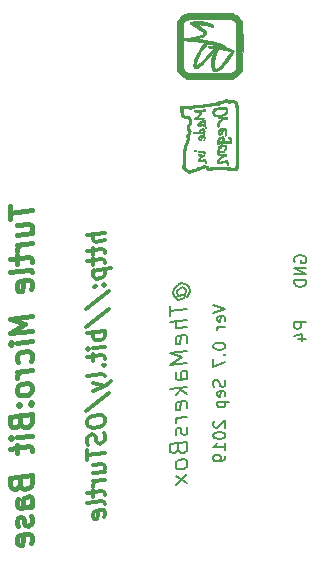
<source format=gbo>
G04 #@! TF.FileFunction,Legend,Bot*
%FSLAX46Y46*%
G04 Gerber Fmt 4.6, Leading zero omitted, Abs format (unit mm)*
G04 Created by KiCad (PCBNEW 4.0.7) date 09/14/19 13:27:37*
%MOMM*%
%LPD*%
G01*
G04 APERTURE LIST*
%ADD10C,0.100000*%
%ADD11C,0.200000*%
%ADD12C,0.300000*%
%ADD13C,0.400000*%
%ADD14C,0.002540*%
G04 APERTURE END LIST*
D10*
D11*
X151392000Y-88138096D02*
X151344381Y-88042858D01*
X151344381Y-87900001D01*
X151392000Y-87757143D01*
X151487238Y-87661905D01*
X151582476Y-87614286D01*
X151772952Y-87566667D01*
X151915810Y-87566667D01*
X152106286Y-87614286D01*
X152201524Y-87661905D01*
X152296762Y-87757143D01*
X152344381Y-87900001D01*
X152344381Y-87995239D01*
X152296762Y-88138096D01*
X152249143Y-88185715D01*
X151915810Y-88185715D01*
X151915810Y-87995239D01*
X152344381Y-88614286D02*
X151344381Y-88614286D01*
X152344381Y-89185715D01*
X151344381Y-89185715D01*
X152344381Y-89661905D02*
X151344381Y-89661905D01*
X151344381Y-89900000D01*
X151392000Y-90042858D01*
X151487238Y-90138096D01*
X151582476Y-90185715D01*
X151772952Y-90233334D01*
X151915810Y-90233334D01*
X152106286Y-90185715D01*
X152201524Y-90138096D01*
X152296762Y-90042858D01*
X152344381Y-89900000D01*
X152344381Y-89661905D01*
X152344381Y-93241905D02*
X151344381Y-93241905D01*
X151344381Y-93622858D01*
X151392000Y-93718096D01*
X151439619Y-93765715D01*
X151534857Y-93813334D01*
X151677714Y-93813334D01*
X151772952Y-93765715D01*
X151820571Y-93718096D01*
X151868190Y-93622858D01*
X151868190Y-93241905D01*
X151677714Y-94670477D02*
X152344381Y-94670477D01*
X151296762Y-94432381D02*
X152011048Y-94194286D01*
X152011048Y-94813334D01*
X141569286Y-90965178D02*
X141497857Y-90902679D01*
X141426429Y-90768750D01*
X141426429Y-90625892D01*
X141497857Y-90474107D01*
X141569286Y-90393750D01*
X141712143Y-90304464D01*
X141855000Y-90286607D01*
X141997857Y-90340179D01*
X142069286Y-90402678D01*
X142140714Y-90536607D01*
X142140714Y-90679465D01*
X142069286Y-90831250D01*
X141997857Y-90911607D01*
X141426429Y-90983035D02*
X141997857Y-90911607D01*
X142069286Y-90974107D01*
X142069286Y-91045535D01*
X141997857Y-91197322D01*
X141855000Y-91286607D01*
X141497857Y-91331250D01*
X141283571Y-91215179D01*
X141140714Y-91018750D01*
X141069286Y-90741964D01*
X141140714Y-90447322D01*
X141283571Y-90215179D01*
X141497857Y-90045536D01*
X141783571Y-89938393D01*
X142069286Y-89974107D01*
X142283571Y-90090179D01*
X142426429Y-90286607D01*
X142497857Y-90563393D01*
X142426429Y-90858035D01*
X142283571Y-91090179D01*
X140783571Y-91849107D02*
X140783571Y-92706250D01*
X142283571Y-92090179D02*
X140783571Y-92277679D01*
X142283571Y-93018750D02*
X140783571Y-93206250D01*
X142283571Y-93661607D02*
X141497857Y-93759821D01*
X141355000Y-93706249D01*
X141283571Y-93572321D01*
X141283571Y-93358036D01*
X141355000Y-93206249D01*
X141426429Y-93125892D01*
X142212143Y-94956249D02*
X142283571Y-94804464D01*
X142283571Y-94518750D01*
X142212143Y-94384821D01*
X142069286Y-94331249D01*
X141497857Y-94402678D01*
X141355000Y-94491964D01*
X141283571Y-94643750D01*
X141283571Y-94929464D01*
X141355000Y-95063392D01*
X141497857Y-95116964D01*
X141640714Y-95099107D01*
X141783571Y-94366964D01*
X142283571Y-95661607D02*
X140783571Y-95849107D01*
X141855000Y-96215178D01*
X140783571Y-96849107D01*
X142283571Y-96661607D01*
X142283571Y-98018750D02*
X141497857Y-98116964D01*
X141355000Y-98063392D01*
X141283571Y-97929464D01*
X141283571Y-97643750D01*
X141355000Y-97491964D01*
X142212143Y-98027678D02*
X142283571Y-97875893D01*
X142283571Y-97518750D01*
X142212143Y-97384821D01*
X142069286Y-97331249D01*
X141926429Y-97349106D01*
X141783571Y-97438393D01*
X141712143Y-97590178D01*
X141712143Y-97947321D01*
X141640714Y-98099107D01*
X142283571Y-98733036D02*
X140783571Y-98920536D01*
X141712143Y-98947321D02*
X142283571Y-99304464D01*
X141283571Y-99429464D02*
X141855000Y-98786607D01*
X142212143Y-100527678D02*
X142283571Y-100375893D01*
X142283571Y-100090179D01*
X142212143Y-99956250D01*
X142069286Y-99902678D01*
X141497857Y-99974107D01*
X141355000Y-100063393D01*
X141283571Y-100215179D01*
X141283571Y-100500893D01*
X141355000Y-100634821D01*
X141497857Y-100688393D01*
X141640714Y-100670536D01*
X141783571Y-99938393D01*
X142283571Y-101233036D02*
X141283571Y-101358036D01*
X141569286Y-101322321D02*
X141426429Y-101411606D01*
X141355000Y-101491964D01*
X141283571Y-101643750D01*
X141283571Y-101786607D01*
X142212143Y-102099106D02*
X142283571Y-102233035D01*
X142283571Y-102518750D01*
X142212143Y-102670535D01*
X142069286Y-102759820D01*
X141997857Y-102768749D01*
X141855000Y-102715178D01*
X141783571Y-102581250D01*
X141783571Y-102366964D01*
X141712143Y-102233035D01*
X141569286Y-102179463D01*
X141497857Y-102188392D01*
X141355000Y-102277678D01*
X141283571Y-102429464D01*
X141283571Y-102643750D01*
X141355000Y-102777678D01*
X141497857Y-103974107D02*
X141569286Y-104179464D01*
X141640714Y-104241964D01*
X141783571Y-104295536D01*
X141997857Y-104268750D01*
X142140714Y-104179464D01*
X142212143Y-104099107D01*
X142283571Y-103947321D01*
X142283571Y-103375893D01*
X140783571Y-103563393D01*
X140783571Y-104063393D01*
X140855000Y-104197321D01*
X140926429Y-104259821D01*
X141069286Y-104313392D01*
X141212143Y-104295535D01*
X141355000Y-104206250D01*
X141426429Y-104125892D01*
X141497857Y-103974107D01*
X141497857Y-103474107D01*
X142283571Y-105090179D02*
X142212143Y-104956249D01*
X142140714Y-104893750D01*
X141997857Y-104840178D01*
X141569286Y-104893749D01*
X141426429Y-104983035D01*
X141355000Y-105063392D01*
X141283571Y-105215179D01*
X141283571Y-105429464D01*
X141355000Y-105563392D01*
X141426429Y-105625892D01*
X141569286Y-105679464D01*
X141997857Y-105625893D01*
X142140714Y-105536607D01*
X142212143Y-105456249D01*
X142283571Y-105304464D01*
X142283571Y-105090179D01*
X142283571Y-106090179D02*
X141283571Y-107000893D01*
X141283571Y-106215179D02*
X142283571Y-106875893D01*
D12*
X135298571Y-85669464D02*
X133798571Y-85856964D01*
X135298571Y-86312321D02*
X134512857Y-86410535D01*
X134370000Y-86356963D01*
X134298571Y-86223035D01*
X134298571Y-86008750D01*
X134370000Y-85856963D01*
X134441429Y-85776606D01*
X134298571Y-86937321D02*
X134298571Y-87508750D01*
X133798571Y-87214107D02*
X135084286Y-87053392D01*
X135227143Y-87106963D01*
X135298571Y-87240893D01*
X135298571Y-87383750D01*
X134298571Y-87794464D02*
X134298571Y-88365893D01*
X133798571Y-88071250D02*
X135084286Y-87910535D01*
X135227143Y-87964106D01*
X135298571Y-88098036D01*
X135298571Y-88240893D01*
X134298571Y-88865893D02*
X135798571Y-88678393D01*
X134370000Y-88856964D02*
X134298571Y-89008750D01*
X134298571Y-89294464D01*
X134370000Y-89428392D01*
X134441429Y-89490892D01*
X134584286Y-89544464D01*
X135012857Y-89490893D01*
X135155714Y-89401607D01*
X135227143Y-89321249D01*
X135298571Y-89169464D01*
X135298571Y-88883750D01*
X135227143Y-88749821D01*
X135155714Y-90115893D02*
X135227143Y-90178392D01*
X135298571Y-90098036D01*
X135227143Y-90035535D01*
X135155714Y-90115893D01*
X135298571Y-90098036D01*
X134370000Y-90214107D02*
X134441429Y-90276606D01*
X134512857Y-90196250D01*
X134441429Y-90133749D01*
X134370000Y-90214107D01*
X134512857Y-90196250D01*
X133727143Y-92080178D02*
X135655714Y-90553393D01*
X133727143Y-93651607D02*
X135655714Y-92124822D01*
X135298571Y-93955180D02*
X133798571Y-94142680D01*
X134370000Y-94071251D02*
X134298571Y-94223037D01*
X134298571Y-94508751D01*
X134370000Y-94642679D01*
X134441429Y-94705179D01*
X134584286Y-94758751D01*
X135012857Y-94705180D01*
X135155714Y-94615894D01*
X135227143Y-94535536D01*
X135298571Y-94383751D01*
X135298571Y-94098037D01*
X135227143Y-93964108D01*
X135298571Y-95312323D02*
X134298571Y-95437323D01*
X133798571Y-95499823D02*
X133870000Y-95419465D01*
X133941429Y-95481965D01*
X133870000Y-95562322D01*
X133798571Y-95499823D01*
X133941429Y-95481965D01*
X134298571Y-95937323D02*
X134298571Y-96508752D01*
X133798571Y-96214109D02*
X135084286Y-96053394D01*
X135227143Y-96106965D01*
X135298571Y-96240895D01*
X135298571Y-96383752D01*
X135155714Y-96901609D02*
X135227143Y-96964108D01*
X135298571Y-96883752D01*
X135227143Y-96821251D01*
X135155714Y-96901609D01*
X135298571Y-96883752D01*
X135298571Y-97812324D02*
X135227143Y-97678394D01*
X135084286Y-97624823D01*
X133798571Y-97785538D01*
X134298571Y-98365895D02*
X135298571Y-98598038D01*
X134298571Y-99080180D02*
X135298571Y-98598038D01*
X135655714Y-98410537D01*
X135727143Y-98330180D01*
X135798571Y-98178395D01*
X133727143Y-100794465D02*
X135655714Y-99267680D01*
X133798571Y-101571252D02*
X133798571Y-101856966D01*
X133870000Y-101990895D01*
X134012857Y-102115895D01*
X134298571Y-102151609D01*
X134798571Y-102089109D01*
X135084286Y-101981966D01*
X135227143Y-101821252D01*
X135298571Y-101669466D01*
X135298571Y-101383752D01*
X135227143Y-101249823D01*
X135084286Y-101124823D01*
X134798571Y-101089109D01*
X134298571Y-101151609D01*
X134012857Y-101258752D01*
X133870000Y-101419466D01*
X133798571Y-101571252D01*
X135227143Y-102606966D02*
X135298571Y-102812324D01*
X135298571Y-103169467D01*
X135227143Y-103321252D01*
X135155714Y-103401610D01*
X135012857Y-103490895D01*
X134870000Y-103508752D01*
X134727143Y-103455181D01*
X134655714Y-103392681D01*
X134584286Y-103258752D01*
X134512857Y-102981967D01*
X134441429Y-102848037D01*
X134370000Y-102785538D01*
X134227143Y-102731966D01*
X134084286Y-102749823D01*
X133941429Y-102839109D01*
X133870000Y-102919466D01*
X133798571Y-103071253D01*
X133798571Y-103428395D01*
X133870000Y-103633752D01*
X133798571Y-104071252D02*
X133798571Y-104928395D01*
X135298571Y-104312324D02*
X133798571Y-104499824D01*
X134298571Y-106008752D02*
X135298571Y-105883752D01*
X134298571Y-105365895D02*
X135084286Y-105267680D01*
X135227143Y-105321251D01*
X135298571Y-105455181D01*
X135298571Y-105669466D01*
X135227143Y-105821251D01*
X135155714Y-105901609D01*
X135298571Y-106598038D02*
X134298571Y-106723038D01*
X134584286Y-106687323D02*
X134441429Y-106776608D01*
X134370000Y-106856966D01*
X134298571Y-107008752D01*
X134298571Y-107151609D01*
X134298571Y-107437323D02*
X134298571Y-108008752D01*
X133798571Y-107714109D02*
X135084286Y-107553394D01*
X135227143Y-107606965D01*
X135298571Y-107740895D01*
X135298571Y-107883752D01*
X135298571Y-108598038D02*
X135227143Y-108464108D01*
X135084286Y-108410537D01*
X133798571Y-108571252D01*
X135227143Y-109749822D02*
X135298571Y-109598037D01*
X135298571Y-109312323D01*
X135227143Y-109178394D01*
X135084286Y-109124822D01*
X134512857Y-109196251D01*
X134370000Y-109285537D01*
X134298571Y-109437323D01*
X134298571Y-109723037D01*
X134370000Y-109856965D01*
X134512857Y-109910537D01*
X134655714Y-109892680D01*
X134798571Y-109160537D01*
D11*
X144486381Y-91789238D02*
X145486381Y-92122571D01*
X144486381Y-92455905D01*
X145438762Y-93170191D02*
X145486381Y-93074953D01*
X145486381Y-92884476D01*
X145438762Y-92789238D01*
X145343524Y-92741619D01*
X144962571Y-92741619D01*
X144867333Y-92789238D01*
X144819714Y-92884476D01*
X144819714Y-93074953D01*
X144867333Y-93170191D01*
X144962571Y-93217810D01*
X145057810Y-93217810D01*
X145153048Y-92741619D01*
X145486381Y-93646381D02*
X144819714Y-93646381D01*
X145010190Y-93646381D02*
X144914952Y-93694000D01*
X144867333Y-93741619D01*
X144819714Y-93836857D01*
X144819714Y-93932096D01*
X144486381Y-95217810D02*
X144486381Y-95313049D01*
X144534000Y-95408287D01*
X144581619Y-95455906D01*
X144676857Y-95503525D01*
X144867333Y-95551144D01*
X145105429Y-95551144D01*
X145295905Y-95503525D01*
X145391143Y-95455906D01*
X145438762Y-95408287D01*
X145486381Y-95313049D01*
X145486381Y-95217810D01*
X145438762Y-95122572D01*
X145391143Y-95074953D01*
X145295905Y-95027334D01*
X145105429Y-94979715D01*
X144867333Y-94979715D01*
X144676857Y-95027334D01*
X144581619Y-95074953D01*
X144534000Y-95122572D01*
X144486381Y-95217810D01*
X145391143Y-95979715D02*
X145438762Y-96027334D01*
X145486381Y-95979715D01*
X145438762Y-95932096D01*
X145391143Y-95979715D01*
X145486381Y-95979715D01*
X144486381Y-96360667D02*
X144486381Y-97027334D01*
X145486381Y-96598762D01*
X145438762Y-98122572D02*
X145486381Y-98265429D01*
X145486381Y-98503525D01*
X145438762Y-98598763D01*
X145391143Y-98646382D01*
X145295905Y-98694001D01*
X145200667Y-98694001D01*
X145105429Y-98646382D01*
X145057810Y-98598763D01*
X145010190Y-98503525D01*
X144962571Y-98313048D01*
X144914952Y-98217810D01*
X144867333Y-98170191D01*
X144772095Y-98122572D01*
X144676857Y-98122572D01*
X144581619Y-98170191D01*
X144534000Y-98217810D01*
X144486381Y-98313048D01*
X144486381Y-98551144D01*
X144534000Y-98694001D01*
X145438762Y-99503525D02*
X145486381Y-99408287D01*
X145486381Y-99217810D01*
X145438762Y-99122572D01*
X145343524Y-99074953D01*
X144962571Y-99074953D01*
X144867333Y-99122572D01*
X144819714Y-99217810D01*
X144819714Y-99408287D01*
X144867333Y-99503525D01*
X144962571Y-99551144D01*
X145057810Y-99551144D01*
X145153048Y-99074953D01*
X144819714Y-99979715D02*
X145819714Y-99979715D01*
X144867333Y-99979715D02*
X144819714Y-100074953D01*
X144819714Y-100265430D01*
X144867333Y-100360668D01*
X144914952Y-100408287D01*
X145010190Y-100455906D01*
X145295905Y-100455906D01*
X145391143Y-100408287D01*
X145438762Y-100360668D01*
X145486381Y-100265430D01*
X145486381Y-100074953D01*
X145438762Y-99979715D01*
X144581619Y-101598763D02*
X144534000Y-101646382D01*
X144486381Y-101741620D01*
X144486381Y-101979716D01*
X144534000Y-102074954D01*
X144581619Y-102122573D01*
X144676857Y-102170192D01*
X144772095Y-102170192D01*
X144914952Y-102122573D01*
X145486381Y-101551144D01*
X145486381Y-102170192D01*
X144486381Y-102789239D02*
X144486381Y-102884478D01*
X144534000Y-102979716D01*
X144581619Y-103027335D01*
X144676857Y-103074954D01*
X144867333Y-103122573D01*
X145105429Y-103122573D01*
X145295905Y-103074954D01*
X145391143Y-103027335D01*
X145438762Y-102979716D01*
X145486381Y-102884478D01*
X145486381Y-102789239D01*
X145438762Y-102694001D01*
X145391143Y-102646382D01*
X145295905Y-102598763D01*
X145105429Y-102551144D01*
X144867333Y-102551144D01*
X144676857Y-102598763D01*
X144581619Y-102646382D01*
X144534000Y-102694001D01*
X144486381Y-102789239D01*
X145486381Y-104074954D02*
X145486381Y-103503525D01*
X145486381Y-103789239D02*
X144486381Y-103789239D01*
X144629238Y-103694001D01*
X144724476Y-103598763D01*
X144772095Y-103503525D01*
X145486381Y-104551144D02*
X145486381Y-104741620D01*
X145438762Y-104836859D01*
X145391143Y-104884478D01*
X145248286Y-104979716D01*
X145057810Y-105027335D01*
X144676857Y-105027335D01*
X144581619Y-104979716D01*
X144534000Y-104932097D01*
X144486381Y-104836859D01*
X144486381Y-104646382D01*
X144534000Y-104551144D01*
X144581619Y-104503525D01*
X144676857Y-104455906D01*
X144914952Y-104455906D01*
X145010190Y-104503525D01*
X145057810Y-104551144D01*
X145105429Y-104646382D01*
X145105429Y-104836859D01*
X145057810Y-104932097D01*
X145010190Y-104979716D01*
X144914952Y-105027335D01*
D13*
X127256905Y-83424970D02*
X127256905Y-84482113D01*
X129106905Y-83722292D02*
X127256905Y-83953542D01*
X127873571Y-85814554D02*
X129106905Y-85660387D01*
X127873571Y-85021697D02*
X128842619Y-84900566D01*
X129018810Y-84966637D01*
X129106905Y-85131816D01*
X129106905Y-85396102D01*
X129018810Y-85583304D01*
X128930714Y-85682411D01*
X129106905Y-86541340D02*
X127873571Y-86695507D01*
X128225952Y-86651459D02*
X128049762Y-86761578D01*
X127961667Y-86860686D01*
X127873571Y-87047888D01*
X127873571Y-87224079D01*
X127873571Y-87576459D02*
X127873571Y-88281221D01*
X127256905Y-87917828D02*
X128842619Y-87719614D01*
X129018810Y-87785685D01*
X129106905Y-87950864D01*
X129106905Y-88127054D01*
X129106905Y-89008007D02*
X129018810Y-88842828D01*
X128842619Y-88776757D01*
X127256905Y-88974971D01*
X129018810Y-90428543D02*
X129106905Y-90241341D01*
X129106905Y-89888960D01*
X129018810Y-89723781D01*
X128842619Y-89657710D01*
X128137857Y-89745805D01*
X127961667Y-89855924D01*
X127873571Y-90043127D01*
X127873571Y-90395508D01*
X127961667Y-90560686D01*
X128137857Y-90626757D01*
X128314048Y-90604733D01*
X128490238Y-89701757D01*
X129106905Y-92708007D02*
X127256905Y-92939257D01*
X128578333Y-93390745D01*
X127256905Y-94172591D01*
X129106905Y-93941341D01*
X129106905Y-94822293D02*
X127873571Y-94976460D01*
X127256905Y-95053543D02*
X127345000Y-94954436D01*
X127433095Y-95031519D01*
X127345000Y-95130626D01*
X127256905Y-95053543D01*
X127433095Y-95031519D01*
X129018810Y-96507114D02*
X129106905Y-96319912D01*
X129106905Y-95967531D01*
X129018810Y-95802352D01*
X128930714Y-95725269D01*
X128754524Y-95659198D01*
X128225952Y-95725269D01*
X128049762Y-95835388D01*
X127961667Y-95934495D01*
X127873571Y-96121698D01*
X127873571Y-96474079D01*
X127961667Y-96639257D01*
X129106905Y-97288959D02*
X127873571Y-97443126D01*
X128225952Y-97399078D02*
X128049762Y-97509197D01*
X127961667Y-97608305D01*
X127873571Y-97795507D01*
X127873571Y-97971698D01*
X129106905Y-98698483D02*
X129018810Y-98533304D01*
X128930714Y-98456221D01*
X128754524Y-98390150D01*
X128225952Y-98456221D01*
X128049762Y-98566340D01*
X127961667Y-98665447D01*
X127873571Y-98852650D01*
X127873571Y-99116936D01*
X127961667Y-99282114D01*
X128049762Y-99359197D01*
X128225952Y-99425269D01*
X128754524Y-99359198D01*
X128930714Y-99249078D01*
X129018810Y-99149971D01*
X129106905Y-98962769D01*
X129106905Y-98698483D01*
X128930714Y-100130031D02*
X129018810Y-100207114D01*
X129106905Y-100108007D01*
X129018810Y-100030924D01*
X128930714Y-100130031D01*
X129106905Y-100108007D01*
X127961667Y-100251162D02*
X128049762Y-100328245D01*
X128137857Y-100229138D01*
X128049762Y-100152055D01*
X127961667Y-100251162D01*
X128137857Y-100229138D01*
X128137857Y-101726757D02*
X128225952Y-101980031D01*
X128314048Y-102057114D01*
X128490238Y-102123185D01*
X128754524Y-102090150D01*
X128930714Y-101980031D01*
X129018810Y-101880924D01*
X129106905Y-101693721D01*
X129106905Y-100988959D01*
X127256905Y-101220209D01*
X127256905Y-101836876D01*
X127345000Y-102002054D01*
X127433095Y-102079138D01*
X127609286Y-102145209D01*
X127785476Y-102123186D01*
X127961667Y-102013067D01*
X128049762Y-101913959D01*
X128137857Y-101726757D01*
X128137857Y-101110090D01*
X129106905Y-102838959D02*
X127873571Y-102993126D01*
X127256905Y-103070209D02*
X127345000Y-102971102D01*
X127433095Y-103048185D01*
X127345000Y-103147292D01*
X127256905Y-103070209D01*
X127433095Y-103048185D01*
X127873571Y-103609792D02*
X127873571Y-104314554D01*
X127256905Y-103951161D02*
X128842619Y-103752947D01*
X129018810Y-103819018D01*
X129106905Y-103984197D01*
X129106905Y-104160387D01*
X128137857Y-106924376D02*
X128225952Y-107177650D01*
X128314048Y-107254733D01*
X128490238Y-107320804D01*
X128754524Y-107287769D01*
X128930714Y-107177650D01*
X129018810Y-107078543D01*
X129106905Y-106891340D01*
X129106905Y-106186578D01*
X127256905Y-106417828D01*
X127256905Y-107034495D01*
X127345000Y-107199673D01*
X127433095Y-107276757D01*
X127609286Y-107342828D01*
X127785476Y-107320805D01*
X127961667Y-107210686D01*
X128049762Y-107111578D01*
X128137857Y-106924376D01*
X128137857Y-106307709D01*
X129106905Y-108829435D02*
X128137857Y-108950566D01*
X127961667Y-108884495D01*
X127873571Y-108719317D01*
X127873571Y-108366936D01*
X127961667Y-108179733D01*
X129018810Y-108840447D02*
X129106905Y-108653245D01*
X129106905Y-108212769D01*
X129018810Y-108047590D01*
X128842619Y-107981519D01*
X128666429Y-108003542D01*
X128490238Y-108113661D01*
X128402143Y-108300864D01*
X128402143Y-108741340D01*
X128314048Y-108928542D01*
X129018810Y-109633305D02*
X129106905Y-109798483D01*
X129106905Y-110150864D01*
X129018810Y-110338067D01*
X128842619Y-110448186D01*
X128754524Y-110459198D01*
X128578333Y-110393126D01*
X128490238Y-110227947D01*
X128490238Y-109963662D01*
X128402143Y-109798483D01*
X128225952Y-109732412D01*
X128137857Y-109743424D01*
X127961667Y-109853543D01*
X127873571Y-110040746D01*
X127873571Y-110305031D01*
X127961667Y-110470210D01*
X129018810Y-111923781D02*
X129106905Y-111736579D01*
X129106905Y-111384198D01*
X129018810Y-111219019D01*
X128842619Y-111152948D01*
X128137857Y-111241043D01*
X127961667Y-111351162D01*
X127873571Y-111538365D01*
X127873571Y-111890746D01*
X127961667Y-112055924D01*
X128137857Y-112121995D01*
X128314048Y-112099971D01*
X128490238Y-111196995D01*
D14*
G36*
X142384780Y-80566260D02*
X142422880Y-80566260D01*
X142448280Y-80563720D01*
X142471140Y-80561180D01*
X142488920Y-80556100D01*
X142509240Y-80545940D01*
X142516860Y-80543400D01*
X142544800Y-80530700D01*
X142570200Y-80520540D01*
X142600680Y-80510380D01*
X142636240Y-80500220D01*
X142681960Y-80490060D01*
X142735300Y-80477360D01*
X142753080Y-80472280D01*
X142826740Y-80457040D01*
X142887700Y-80439260D01*
X142941040Y-80424020D01*
X142986760Y-80403700D01*
X143027400Y-80383380D01*
X142397480Y-80383380D01*
X142382240Y-80383380D01*
X142369540Y-80380840D01*
X142356840Y-80373220D01*
X142341600Y-80360520D01*
X142323820Y-80337660D01*
X142313660Y-80327500D01*
X142290800Y-80299560D01*
X142265400Y-80274160D01*
X142242540Y-80256380D01*
X142234920Y-80248760D01*
X142217140Y-80236060D01*
X142191740Y-80215740D01*
X142161260Y-80190340D01*
X142130780Y-80164940D01*
X142128240Y-80162400D01*
X142100300Y-80139540D01*
X142074900Y-80119220D01*
X142057120Y-80106520D01*
X142046960Y-80098900D01*
X142044420Y-80098900D01*
X142039340Y-80093820D01*
X142039340Y-80076040D01*
X142039340Y-80050640D01*
X142044420Y-80020160D01*
X142049500Y-79989680D01*
X142052040Y-79979520D01*
X142054580Y-79966820D01*
X142059660Y-79954120D01*
X142059660Y-79938880D01*
X142062200Y-79921100D01*
X142064740Y-79895700D01*
X142067280Y-79862680D01*
X142067280Y-79824580D01*
X142069820Y-79776320D01*
X142069820Y-79717900D01*
X142072360Y-79646780D01*
X142074900Y-79562960D01*
X142074900Y-79509620D01*
X142077440Y-79423260D01*
X142077440Y-79336900D01*
X142079980Y-79250540D01*
X142079980Y-79166720D01*
X142082520Y-79087980D01*
X142082520Y-79016860D01*
X142082520Y-78953360D01*
X142082520Y-78905100D01*
X142082520Y-78892400D01*
X142082520Y-78699360D01*
X142143480Y-78638400D01*
X142201900Y-78577440D01*
X142201900Y-78536800D01*
X142201900Y-78508860D01*
X142199360Y-78473300D01*
X142194280Y-78445360D01*
X142191740Y-78412340D01*
X142194280Y-78381860D01*
X142199360Y-78348840D01*
X142209520Y-78308200D01*
X142227300Y-78262480D01*
X142250160Y-78206600D01*
X142255240Y-78191360D01*
X142275560Y-78148180D01*
X142288260Y-78115160D01*
X142295880Y-78087220D01*
X142300960Y-78061820D01*
X142306040Y-78033880D01*
X142308580Y-78016100D01*
X142313660Y-77970380D01*
X142318740Y-77934820D01*
X142326360Y-77906880D01*
X142336520Y-77886560D01*
X142349220Y-77866240D01*
X142369540Y-77845920D01*
X142372080Y-77843380D01*
X142392400Y-77820520D01*
X142410180Y-77795120D01*
X142422880Y-77777340D01*
X142422880Y-77777340D01*
X142427960Y-77757020D01*
X142433040Y-77726540D01*
X142440660Y-77690980D01*
X142443200Y-77652880D01*
X142448280Y-77619860D01*
X142448280Y-77594460D01*
X142445740Y-77579220D01*
X142438120Y-77566520D01*
X142425420Y-77543660D01*
X142407640Y-77523340D01*
X142387320Y-77500480D01*
X142379700Y-77485240D01*
X142377160Y-77475080D01*
X142379700Y-77470000D01*
X142387320Y-77459840D01*
X142400020Y-77439520D01*
X142417800Y-77411580D01*
X142438120Y-77381100D01*
X142443200Y-77373480D01*
X142496540Y-77287120D01*
X142499080Y-77210920D01*
X142501620Y-77175360D01*
X142504160Y-77152500D01*
X142506700Y-77139800D01*
X142511780Y-77129640D01*
X142519400Y-77124560D01*
X142524480Y-77122020D01*
X142547340Y-77101700D01*
X142562580Y-77073760D01*
X142570200Y-77043280D01*
X142570200Y-77038200D01*
X142562580Y-77010260D01*
X142544800Y-76982320D01*
X142514320Y-76954380D01*
X142501620Y-76944220D01*
X142488920Y-76931520D01*
X142478760Y-76923900D01*
X142471140Y-76913740D01*
X142463520Y-76901040D01*
X142460980Y-76880720D01*
X142455900Y-76855320D01*
X142450820Y-76817220D01*
X142448280Y-76768960D01*
X142445740Y-76753720D01*
X142435580Y-76644500D01*
X142463520Y-76614020D01*
X142496540Y-76578460D01*
X142521940Y-76542900D01*
X142542260Y-76512420D01*
X142547340Y-76502260D01*
X142552420Y-76479400D01*
X142557500Y-76446380D01*
X142562580Y-76403200D01*
X142567660Y-76357480D01*
X142572740Y-76306680D01*
X142575280Y-76258420D01*
X142575280Y-76212700D01*
X142575280Y-76210160D01*
X142575280Y-76161900D01*
X142570200Y-76118720D01*
X142565120Y-76075540D01*
X142554960Y-76027280D01*
X142544800Y-75981560D01*
X142534640Y-75948540D01*
X142521940Y-75923140D01*
X142509240Y-75900280D01*
X142488920Y-75877420D01*
X142463520Y-75852020D01*
X142443200Y-75834240D01*
X142422880Y-75819000D01*
X142400020Y-75811380D01*
X142372080Y-75803760D01*
X142336520Y-75796140D01*
X142293340Y-75793600D01*
X142242540Y-75788520D01*
X142163800Y-75780900D01*
X142095220Y-75768200D01*
X142039340Y-75747880D01*
X141993620Y-75722480D01*
X141988540Y-75719940D01*
X141963140Y-75694540D01*
X141935200Y-75656440D01*
X141927580Y-75643740D01*
X141914880Y-75615800D01*
X141904720Y-75592940D01*
X141902180Y-75575160D01*
X141902180Y-75552300D01*
X141902180Y-75549760D01*
X141902180Y-75511660D01*
X141894560Y-75468480D01*
X141886940Y-75438000D01*
X141874240Y-75399900D01*
X141869160Y-75371960D01*
X141866620Y-75354180D01*
X141871700Y-75338940D01*
X141876780Y-75323700D01*
X141881860Y-75316080D01*
X141897100Y-75285600D01*
X141902180Y-75242420D01*
X141897100Y-75194160D01*
X141892020Y-75178920D01*
X141886940Y-75156060D01*
X141881860Y-75135740D01*
X141881860Y-75128120D01*
X141886940Y-75128120D01*
X141907260Y-75125580D01*
X141930120Y-75125580D01*
X141932660Y-75125580D01*
X141960600Y-75125580D01*
X141980920Y-75123040D01*
X141998700Y-75117960D01*
X142016480Y-75105260D01*
X142049500Y-75082400D01*
X142168880Y-75090020D01*
X142214600Y-75092560D01*
X142247620Y-75097640D01*
X142273020Y-75100180D01*
X142290800Y-75105260D01*
X142306040Y-75110340D01*
X142321280Y-75117960D01*
X142328900Y-75123040D01*
X142359380Y-75138280D01*
X142387320Y-75145900D01*
X142407640Y-75145900D01*
X142435580Y-75148440D01*
X142458440Y-75150980D01*
X142466060Y-75153520D01*
X142483840Y-75156060D01*
X142509240Y-75161140D01*
X142542260Y-75161140D01*
X142554960Y-75161140D01*
X142587980Y-75161140D01*
X142608300Y-75161140D01*
X142623540Y-75156060D01*
X142633700Y-75148440D01*
X142646400Y-75138280D01*
X142648940Y-75135740D01*
X142664180Y-75115420D01*
X142671800Y-75095100D01*
X142674340Y-75092560D01*
X142674340Y-75082400D01*
X142679420Y-75077320D01*
X142694660Y-75072240D01*
X142720060Y-75069700D01*
X142753080Y-75067160D01*
X142791180Y-75064620D01*
X142814040Y-75064620D01*
X142857220Y-75062080D01*
X142913100Y-75057000D01*
X142984220Y-75049380D01*
X143070580Y-75036680D01*
X143169640Y-75018900D01*
X143177260Y-75018900D01*
X143220440Y-75011280D01*
X143261080Y-75006200D01*
X143291560Y-75001120D01*
X143314420Y-74998580D01*
X143322040Y-74996040D01*
X143334740Y-74996040D01*
X143357600Y-74998580D01*
X143388080Y-74998580D01*
X143418560Y-75001120D01*
X143451580Y-75001120D01*
X143482060Y-75003660D01*
X143502380Y-75006200D01*
X143510000Y-75008740D01*
X143535400Y-75018900D01*
X143565880Y-75021440D01*
X143596360Y-75018900D01*
X143621760Y-75008740D01*
X143634460Y-74993500D01*
X143647160Y-74985880D01*
X143672560Y-74978260D01*
X143713200Y-74968100D01*
X143769080Y-74960480D01*
X143837660Y-74950320D01*
X143916400Y-74942700D01*
X143977360Y-74937620D01*
X144030700Y-74932540D01*
X144081500Y-74927460D01*
X144124680Y-74922380D01*
X144160240Y-74917300D01*
X144185640Y-74914760D01*
X144198340Y-74912220D01*
X144218660Y-74902060D01*
X144246600Y-74891900D01*
X144272000Y-74881740D01*
X144292320Y-74874120D01*
X144307560Y-74866500D01*
X144325340Y-74863960D01*
X144345660Y-74861420D01*
X144371060Y-74861420D01*
X144404080Y-74863960D01*
X144449800Y-74866500D01*
X144470120Y-74866500D01*
X144515840Y-74869040D01*
X144551400Y-74869040D01*
X144579340Y-74863960D01*
X144604740Y-74856340D01*
X144632680Y-74843640D01*
X144665700Y-74823320D01*
X144703800Y-74805540D01*
X144731740Y-74795380D01*
X144759680Y-74790300D01*
X144787620Y-74795380D01*
X144825720Y-74805540D01*
X144835880Y-74810620D01*
X144873980Y-74823320D01*
X144904460Y-74830940D01*
X144924780Y-74830940D01*
X144942560Y-74828400D01*
X144957800Y-74820780D01*
X144960340Y-74820780D01*
X144975580Y-74805540D01*
X144993360Y-74780140D01*
X145011140Y-74749660D01*
X145023840Y-74716640D01*
X145031460Y-74696320D01*
X145036540Y-74676000D01*
X145125440Y-74676000D01*
X145216880Y-74676000D01*
X145280380Y-74645520D01*
X145348960Y-74612500D01*
X145407380Y-74587100D01*
X145455640Y-74566780D01*
X145491200Y-74554080D01*
X145511520Y-74549000D01*
X145529300Y-74546460D01*
X145544540Y-74546460D01*
X145559780Y-74554080D01*
X145580100Y-74569320D01*
X145582640Y-74569320D01*
X145623280Y-74597260D01*
X145661380Y-74620120D01*
X145707100Y-74637900D01*
X145735040Y-74645520D01*
X145788380Y-74660760D01*
X145887440Y-74637900D01*
X145953480Y-74622660D01*
X146006820Y-74615040D01*
X146052540Y-74609960D01*
X146093180Y-74609960D01*
X146131280Y-74617580D01*
X146169380Y-74627740D01*
X146169380Y-74627740D01*
X146212560Y-74642980D01*
X146250660Y-74655680D01*
X146283680Y-74670920D01*
X146306540Y-74681080D01*
X146316700Y-74691240D01*
X146319240Y-74691240D01*
X146321780Y-74701400D01*
X146329400Y-74721720D01*
X146334480Y-74729340D01*
X146342100Y-74752200D01*
X146349720Y-74787760D01*
X146354800Y-74836020D01*
X146357340Y-74896980D01*
X146359880Y-74973180D01*
X146362420Y-75062080D01*
X146362420Y-75163680D01*
X146362420Y-75173840D01*
X146364960Y-75229720D01*
X146364960Y-75295760D01*
X146367500Y-75369420D01*
X146367500Y-75448160D01*
X146370040Y-75526900D01*
X146375120Y-75600560D01*
X146375120Y-75620880D01*
X146382740Y-75857100D01*
X146392900Y-76083160D01*
X146397980Y-76306680D01*
X146403060Y-76530200D01*
X146408140Y-76751180D01*
X146410680Y-76974700D01*
X146413220Y-77200760D01*
X146413220Y-77434440D01*
X146413220Y-77673200D01*
X146413220Y-77924660D01*
X146410680Y-78186280D01*
X146408140Y-78318360D01*
X146405600Y-78503780D01*
X146403060Y-78673960D01*
X146400520Y-78831440D01*
X146397980Y-78976220D01*
X146395440Y-79110840D01*
X146392900Y-79235300D01*
X146390360Y-79352140D01*
X146387820Y-79458820D01*
X146382740Y-79557880D01*
X146380200Y-79649320D01*
X146377660Y-79738220D01*
X146372580Y-79822040D01*
X146370040Y-79867760D01*
X146367500Y-79931260D01*
X146362420Y-79989680D01*
X146359880Y-80043020D01*
X146357340Y-80088740D01*
X146354800Y-80121760D01*
X146354800Y-80144620D01*
X146354800Y-80157320D01*
X146354800Y-80157320D01*
X146347180Y-80157320D01*
X146324320Y-80154780D01*
X146291300Y-80154780D01*
X146243040Y-80152240D01*
X146184620Y-80149700D01*
X146116040Y-80147160D01*
X146037300Y-80142080D01*
X145950940Y-80139540D01*
X145854420Y-80134460D01*
X145752820Y-80129380D01*
X145646140Y-80126840D01*
X145531840Y-80121760D01*
X145415000Y-80114140D01*
X145399760Y-80114140D01*
X145260060Y-80109060D01*
X145133060Y-80103980D01*
X145018760Y-80098900D01*
X144917160Y-80093820D01*
X144828260Y-80088740D01*
X144749520Y-80086200D01*
X144683480Y-80083660D01*
X144622520Y-80081120D01*
X144574260Y-80081120D01*
X144531080Y-80081120D01*
X144498060Y-80081120D01*
X144467580Y-80081120D01*
X144444720Y-80081120D01*
X144426940Y-80083660D01*
X144411700Y-80086200D01*
X144401540Y-80088740D01*
X144391380Y-80091280D01*
X144383760Y-80096360D01*
X144378680Y-80101440D01*
X144371060Y-80106520D01*
X144363440Y-80111600D01*
X144348200Y-80124300D01*
X144332960Y-80131920D01*
X144317720Y-80134460D01*
X144292320Y-80131920D01*
X144282160Y-80131920D01*
X144246600Y-80131920D01*
X144213580Y-80134460D01*
X144172940Y-80144620D01*
X144170400Y-80144620D01*
X144127220Y-80157320D01*
X144096740Y-80164940D01*
X144073880Y-80167480D01*
X144061180Y-80167480D01*
X144051020Y-80164940D01*
X144045940Y-80157320D01*
X144043400Y-80157320D01*
X144038320Y-80139540D01*
X144030700Y-80116680D01*
X144030700Y-80106520D01*
X144023080Y-80078580D01*
X144012920Y-80055720D01*
X143997680Y-80035400D01*
X143974820Y-80017620D01*
X143939260Y-79994760D01*
X143903700Y-79976980D01*
X143814800Y-79933800D01*
X143736060Y-79941420D01*
X143705580Y-79946500D01*
X143677640Y-79951580D01*
X143652240Y-79959200D01*
X143624300Y-79966820D01*
X143588740Y-79979520D01*
X143545560Y-79999840D01*
X143532860Y-80004920D01*
X143482060Y-80025240D01*
X143431260Y-80048100D01*
X143377920Y-80070960D01*
X143332200Y-80091280D01*
X143314420Y-80101440D01*
X143276320Y-80116680D01*
X143248380Y-80129380D01*
X143228060Y-80137000D01*
X143215360Y-80139540D01*
X143205200Y-80137000D01*
X143195040Y-80137000D01*
X143169640Y-80129380D01*
X143139160Y-80129380D01*
X143106140Y-80139540D01*
X143065500Y-80157320D01*
X143017240Y-80182720D01*
X143014700Y-80185260D01*
X142974060Y-80208120D01*
X142938500Y-80228440D01*
X142908020Y-80243680D01*
X142877540Y-80253840D01*
X142844520Y-80266540D01*
X142803880Y-80276700D01*
X142758160Y-80286860D01*
X142712440Y-80297020D01*
X142648940Y-80312260D01*
X142598140Y-80324960D01*
X142557500Y-80335120D01*
X142524480Y-80345280D01*
X142496540Y-80355440D01*
X142473680Y-80363060D01*
X142463520Y-80370680D01*
X142435580Y-80378300D01*
X142405100Y-80383380D01*
X142397480Y-80383380D01*
X143027400Y-80383380D01*
X143029940Y-80380840D01*
X143045180Y-80375760D01*
X143073120Y-80357980D01*
X143095980Y-80347820D01*
X143108680Y-80342740D01*
X143118840Y-80342740D01*
X143129000Y-80347820D01*
X143146780Y-80350360D01*
X143164560Y-80352900D01*
X143187420Y-80347820D01*
X143215360Y-80340200D01*
X143250920Y-80324960D01*
X143299180Y-80304640D01*
X143329660Y-80289400D01*
X143410940Y-80253840D01*
X143487140Y-80218280D01*
X143555720Y-80190340D01*
X143616680Y-80164940D01*
X143667480Y-80144620D01*
X143708120Y-80131920D01*
X143736060Y-80124300D01*
X143738600Y-80124300D01*
X143766540Y-80119220D01*
X143784320Y-80121760D01*
X143804640Y-80126840D01*
X143817340Y-80134460D01*
X143837660Y-80144620D01*
X143850360Y-80157320D01*
X143857980Y-80172560D01*
X143863060Y-80195420D01*
X143865600Y-80208120D01*
X143868140Y-80223360D01*
X143878300Y-80241140D01*
X143893540Y-80258920D01*
X143918940Y-80286860D01*
X143929100Y-80294480D01*
X143954500Y-80319880D01*
X143972280Y-80337660D01*
X143984980Y-80347820D01*
X143997680Y-80352900D01*
X144012920Y-80352900D01*
X144023080Y-80352900D01*
X144076420Y-80350360D01*
X144137380Y-80337660D01*
X144200880Y-80322420D01*
X144228820Y-80314800D01*
X144251680Y-80312260D01*
X144274540Y-80312260D01*
X144305020Y-80314800D01*
X144310100Y-80317340D01*
X144343120Y-80319880D01*
X144371060Y-80319880D01*
X144393920Y-80312260D01*
X144421860Y-80294480D01*
X144444720Y-80276700D01*
X144472660Y-80253840D01*
X145453100Y-80297020D01*
X145572480Y-80302100D01*
X145689320Y-80307180D01*
X145801080Y-80312260D01*
X145907760Y-80317340D01*
X146006820Y-80319880D01*
X146098260Y-80324960D01*
X146182080Y-80327500D01*
X146255740Y-80330040D01*
X146319240Y-80332580D01*
X146372580Y-80335120D01*
X146413220Y-80335120D01*
X146441160Y-80335120D01*
X146456400Y-80335120D01*
X146456400Y-80335120D01*
X146481800Y-80324960D01*
X146504660Y-80304640D01*
X146519900Y-80281780D01*
X146522440Y-80276700D01*
X146524980Y-80264000D01*
X146527520Y-80236060D01*
X146530060Y-80197960D01*
X146535140Y-80149700D01*
X146537680Y-80091280D01*
X146542760Y-80027780D01*
X146545300Y-79954120D01*
X146550380Y-79877920D01*
X146552920Y-79796640D01*
X146558000Y-79715360D01*
X146560540Y-79631540D01*
X146563080Y-79550260D01*
X146565620Y-79468980D01*
X146568160Y-79392780D01*
X146570700Y-79321660D01*
X146573240Y-79278480D01*
X146573240Y-79217520D01*
X146575780Y-79143860D01*
X146575780Y-79060040D01*
X146578320Y-78968600D01*
X146580860Y-78867000D01*
X146580860Y-78760320D01*
X146583400Y-78651100D01*
X146583400Y-78536800D01*
X146585940Y-78425040D01*
X146588480Y-78315820D01*
X146588480Y-78272640D01*
X146588480Y-78171040D01*
X146591020Y-78069440D01*
X146591020Y-77970380D01*
X146593560Y-77873860D01*
X146593560Y-77784960D01*
X146593560Y-77701140D01*
X146596100Y-77627480D01*
X146596100Y-77563980D01*
X146596100Y-77510640D01*
X146596100Y-77470000D01*
X146596100Y-77447140D01*
X146596100Y-77411580D01*
X146596100Y-77360780D01*
X146596100Y-77299820D01*
X146596100Y-77228700D01*
X146596100Y-77152500D01*
X146593560Y-77071220D01*
X146593560Y-76987400D01*
X146591020Y-76903580D01*
X146591020Y-76868020D01*
X146588480Y-76713080D01*
X146583400Y-76563220D01*
X146580860Y-76415900D01*
X146575780Y-76276200D01*
X146573240Y-76144120D01*
X146568160Y-76019660D01*
X146565620Y-75905360D01*
X146563080Y-75803760D01*
X146558000Y-75717400D01*
X146558000Y-75699620D01*
X146555460Y-75643740D01*
X146552920Y-75577700D01*
X146552920Y-75506580D01*
X146550380Y-75435460D01*
X146550380Y-75366880D01*
X146550380Y-75341480D01*
X146550380Y-75275440D01*
X146547840Y-75201780D01*
X146547840Y-75120500D01*
X146542760Y-75041760D01*
X146540220Y-74965560D01*
X146540220Y-74927460D01*
X146527520Y-74711560D01*
X146494500Y-74640440D01*
X146476720Y-74607420D01*
X146464020Y-74582020D01*
X146451320Y-74564240D01*
X146446240Y-74559160D01*
X146425920Y-74543920D01*
X146395440Y-74528680D01*
X146354800Y-74508360D01*
X146311620Y-74490580D01*
X146268440Y-74472800D01*
X146230340Y-74457560D01*
X146189700Y-74444860D01*
X146156680Y-74437240D01*
X146131280Y-74432160D01*
X146100800Y-74429620D01*
X146080480Y-74429620D01*
X146006820Y-74434700D01*
X145923000Y-74447400D01*
X145849340Y-74462640D01*
X145813780Y-74470260D01*
X145785840Y-74470260D01*
X145755360Y-74462640D01*
X145722340Y-74447400D01*
X145684240Y-74424540D01*
X145666460Y-74409300D01*
X145630900Y-74386440D01*
X145605500Y-74371200D01*
X145580100Y-74363580D01*
X145554700Y-74361040D01*
X145521680Y-74363580D01*
X145483580Y-74371200D01*
X145453100Y-74378820D01*
X145412460Y-74391520D01*
X145366740Y-74409300D01*
X145313400Y-74429620D01*
X145262600Y-74455020D01*
X145219420Y-74475340D01*
X145201640Y-74482960D01*
X145186400Y-74490580D01*
X145168620Y-74493120D01*
X145148300Y-74495660D01*
X145117820Y-74495660D01*
X145077180Y-74495660D01*
X145072100Y-74495660D01*
X145023840Y-74498200D01*
X144983200Y-74500740D01*
X144955260Y-74505820D01*
X144932400Y-74518520D01*
X144912080Y-74536300D01*
X144894300Y-74564240D01*
X144873980Y-74602340D01*
X144863820Y-74622660D01*
X144856200Y-74622660D01*
X144838420Y-74620120D01*
X144813020Y-74615040D01*
X144805400Y-74612500D01*
X144759680Y-74607420D01*
X144729200Y-74607420D01*
X144721580Y-74607420D01*
X144678400Y-74620120D01*
X144632680Y-74640440D01*
X144586960Y-74663300D01*
X144574260Y-74670920D01*
X144561560Y-74678540D01*
X144548860Y-74683620D01*
X144533620Y-74688700D01*
X144515840Y-74688700D01*
X144492980Y-74688700D01*
X144462500Y-74688700D01*
X144419320Y-74683620D01*
X144365980Y-74678540D01*
X144363440Y-74678540D01*
X144338040Y-74678540D01*
X144312640Y-74678540D01*
X144284700Y-74686160D01*
X144256760Y-74693780D01*
X144223740Y-74706480D01*
X144193260Y-74716640D01*
X144170400Y-74726800D01*
X144165320Y-74729340D01*
X144152620Y-74734420D01*
X144132300Y-74739500D01*
X144104360Y-74742040D01*
X144066260Y-74747120D01*
X144015460Y-74752200D01*
X143954500Y-74757280D01*
X143885920Y-74764900D01*
X143819880Y-74772520D01*
X143756380Y-74780140D01*
X143695420Y-74790300D01*
X143642080Y-74797920D01*
X143598900Y-74805540D01*
X143568420Y-74815700D01*
X143558260Y-74818240D01*
X143540480Y-74818240D01*
X143522700Y-74815700D01*
X143497300Y-74813160D01*
X143461740Y-74818240D01*
X143461740Y-74818240D01*
X143428720Y-74823320D01*
X143393160Y-74820780D01*
X143375380Y-74818240D01*
X143352520Y-74815700D01*
X143332200Y-74813160D01*
X143309340Y-74815700D01*
X143281400Y-74818240D01*
X143240760Y-74825860D01*
X143225520Y-74828400D01*
X143131540Y-74846180D01*
X143045180Y-74858880D01*
X142963900Y-74869040D01*
X142882620Y-74876660D01*
X142793720Y-74884280D01*
X142717520Y-74889360D01*
X142651480Y-74891900D01*
X142600680Y-74896980D01*
X142560040Y-74899520D01*
X142529560Y-74904600D01*
X142506700Y-74907140D01*
X142488920Y-74914760D01*
X142476220Y-74922380D01*
X142468600Y-74932540D01*
X142460980Y-74940160D01*
X142450820Y-74952860D01*
X142438120Y-74957940D01*
X142420340Y-74955400D01*
X142394940Y-74947780D01*
X142369540Y-74937620D01*
X142369540Y-74937620D01*
X142356840Y-74930000D01*
X142346680Y-74927460D01*
X142333980Y-74922380D01*
X142316200Y-74919840D01*
X142293340Y-74917300D01*
X142262860Y-74914760D01*
X142219680Y-74912220D01*
X142166340Y-74907140D01*
X142138400Y-74907140D01*
X141986000Y-74896980D01*
X141955520Y-74922380D01*
X141925040Y-74947780D01*
X141848840Y-74940160D01*
X141800580Y-74937620D01*
X141765020Y-74937620D01*
X141739620Y-74940160D01*
X141719300Y-74950320D01*
X141704060Y-74963020D01*
X141701520Y-74965560D01*
X141688820Y-74980800D01*
X141683740Y-74998580D01*
X141681200Y-75021440D01*
X141681200Y-75049380D01*
X141688820Y-75087480D01*
X141698980Y-75138280D01*
X141701520Y-75143360D01*
X141721840Y-75234800D01*
X141701520Y-75270360D01*
X141688820Y-75295760D01*
X141681200Y-75318620D01*
X141681200Y-75346560D01*
X141686280Y-75377040D01*
X141693900Y-75420220D01*
X141701520Y-75450700D01*
X141711680Y-75486260D01*
X141719300Y-75514200D01*
X141721840Y-75531980D01*
X141719300Y-75549760D01*
X141716760Y-75562460D01*
X141714220Y-75582780D01*
X141714220Y-75600560D01*
X141716760Y-75620880D01*
X141726920Y-75646280D01*
X141742160Y-75676760D01*
X141759940Y-75709780D01*
X141782800Y-75750420D01*
X141800580Y-75780900D01*
X141818360Y-75803760D01*
X141833600Y-75821540D01*
X141851380Y-75839320D01*
X141874240Y-75857100D01*
X141897100Y-75877420D01*
X141919960Y-75892660D01*
X141940280Y-75902820D01*
X141965680Y-75912980D01*
X141998700Y-75925680D01*
X142041880Y-75938380D01*
X142052040Y-75940920D01*
X142100300Y-75953620D01*
X142140940Y-75961240D01*
X142179040Y-75966320D01*
X142222220Y-75971400D01*
X142237460Y-75971400D01*
X142283180Y-75973940D01*
X142316200Y-75976480D01*
X142339060Y-75984100D01*
X142354300Y-75996800D01*
X142367000Y-76017120D01*
X142374620Y-76047600D01*
X142382240Y-76075540D01*
X142392400Y-76136500D01*
X142397480Y-76207620D01*
X142394940Y-76286360D01*
X142387320Y-76360020D01*
X142379700Y-76438760D01*
X142321280Y-76504800D01*
X142295880Y-76530200D01*
X142278100Y-76555600D01*
X142262860Y-76575920D01*
X142257780Y-76586080D01*
X142257780Y-76601320D01*
X142257780Y-76626720D01*
X142257780Y-76664820D01*
X142262860Y-76708000D01*
X142265400Y-76758800D01*
X142270480Y-76809600D01*
X142275560Y-76860400D01*
X142280640Y-76903580D01*
X142288260Y-76946760D01*
X142293340Y-76977240D01*
X142303500Y-76997560D01*
X142308580Y-77010260D01*
X142316200Y-77020420D01*
X142321280Y-77030580D01*
X142323820Y-77045820D01*
X142323820Y-77066140D01*
X142323820Y-77094080D01*
X142323820Y-77132180D01*
X142321280Y-77233780D01*
X142252700Y-77337920D01*
X142227300Y-77376020D01*
X142206980Y-77409040D01*
X142189200Y-77436980D01*
X142179040Y-77457300D01*
X142173960Y-77464920D01*
X142166340Y-77492860D01*
X142171420Y-77518260D01*
X142186660Y-77548740D01*
X142217140Y-77584300D01*
X142219680Y-77586840D01*
X142240000Y-77609700D01*
X142252700Y-77627480D01*
X142260320Y-77642720D01*
X142262860Y-77657960D01*
X142262860Y-77663040D01*
X142260320Y-77680820D01*
X142257780Y-77693520D01*
X142245080Y-77711300D01*
X142227300Y-77731620D01*
X142217140Y-77741780D01*
X142191740Y-77772260D01*
X142171420Y-77805280D01*
X142156180Y-77843380D01*
X142146020Y-77886560D01*
X142135860Y-77942440D01*
X142133320Y-77970380D01*
X142128240Y-78008480D01*
X142120620Y-78038960D01*
X142110460Y-78069440D01*
X142097760Y-78105000D01*
X142085060Y-78135480D01*
X142067280Y-78178660D01*
X142049500Y-78226920D01*
X142034260Y-78272640D01*
X142026640Y-78300580D01*
X142019020Y-78338680D01*
X142011400Y-78366620D01*
X142011400Y-78389480D01*
X142011400Y-78412340D01*
X142013940Y-78442820D01*
X142021560Y-78503780D01*
X141968220Y-78562200D01*
X141935200Y-78597760D01*
X141914880Y-78625700D01*
X141909800Y-78643480D01*
X141907260Y-78656180D01*
X141907260Y-78684120D01*
X141904720Y-78719680D01*
X141904720Y-78765400D01*
X141904720Y-78816200D01*
X141904720Y-78872080D01*
X141904720Y-78874620D01*
X141904720Y-78958440D01*
X141902180Y-79047340D01*
X141902180Y-79138780D01*
X141902180Y-79230220D01*
X141899640Y-79321660D01*
X141897100Y-79410560D01*
X141897100Y-79494380D01*
X141894560Y-79575660D01*
X141892020Y-79651860D01*
X141889480Y-79720440D01*
X141886940Y-79778860D01*
X141884400Y-79829660D01*
X141881860Y-79867760D01*
X141879320Y-79893160D01*
X141876780Y-79905860D01*
X141874240Y-79923640D01*
X141869160Y-79956660D01*
X141864080Y-79994760D01*
X141861540Y-80035400D01*
X141859000Y-80055720D01*
X141856460Y-80101440D01*
X141853920Y-80134460D01*
X141853920Y-80157320D01*
X141853920Y-80175100D01*
X141856460Y-80187800D01*
X141861540Y-80197960D01*
X141864080Y-80200500D01*
X141884400Y-80225900D01*
X141917420Y-80248760D01*
X141952980Y-80258920D01*
X141968220Y-80266540D01*
X141991080Y-80281780D01*
X142013940Y-80302100D01*
X142021560Y-80307180D01*
X142052040Y-80332580D01*
X142079980Y-80355440D01*
X142102840Y-80375760D01*
X142107920Y-80378300D01*
X142125700Y-80393540D01*
X142151100Y-80418940D01*
X142179040Y-80446880D01*
X142206980Y-80474820D01*
X142232380Y-80502760D01*
X142255240Y-80528160D01*
X142273020Y-80545940D01*
X142285720Y-80556100D01*
X142285720Y-80556100D01*
X142303500Y-80561180D01*
X142333980Y-80566260D01*
X142374620Y-80566260D01*
X142384780Y-80566260D01*
X142384780Y-80566260D01*
X142384780Y-80566260D01*
G37*
X142384780Y-80566260D02*
X142422880Y-80566260D01*
X142448280Y-80563720D01*
X142471140Y-80561180D01*
X142488920Y-80556100D01*
X142509240Y-80545940D01*
X142516860Y-80543400D01*
X142544800Y-80530700D01*
X142570200Y-80520540D01*
X142600680Y-80510380D01*
X142636240Y-80500220D01*
X142681960Y-80490060D01*
X142735300Y-80477360D01*
X142753080Y-80472280D01*
X142826740Y-80457040D01*
X142887700Y-80439260D01*
X142941040Y-80424020D01*
X142986760Y-80403700D01*
X143027400Y-80383380D01*
X142397480Y-80383380D01*
X142382240Y-80383380D01*
X142369540Y-80380840D01*
X142356840Y-80373220D01*
X142341600Y-80360520D01*
X142323820Y-80337660D01*
X142313660Y-80327500D01*
X142290800Y-80299560D01*
X142265400Y-80274160D01*
X142242540Y-80256380D01*
X142234920Y-80248760D01*
X142217140Y-80236060D01*
X142191740Y-80215740D01*
X142161260Y-80190340D01*
X142130780Y-80164940D01*
X142128240Y-80162400D01*
X142100300Y-80139540D01*
X142074900Y-80119220D01*
X142057120Y-80106520D01*
X142046960Y-80098900D01*
X142044420Y-80098900D01*
X142039340Y-80093820D01*
X142039340Y-80076040D01*
X142039340Y-80050640D01*
X142044420Y-80020160D01*
X142049500Y-79989680D01*
X142052040Y-79979520D01*
X142054580Y-79966820D01*
X142059660Y-79954120D01*
X142059660Y-79938880D01*
X142062200Y-79921100D01*
X142064740Y-79895700D01*
X142067280Y-79862680D01*
X142067280Y-79824580D01*
X142069820Y-79776320D01*
X142069820Y-79717900D01*
X142072360Y-79646780D01*
X142074900Y-79562960D01*
X142074900Y-79509620D01*
X142077440Y-79423260D01*
X142077440Y-79336900D01*
X142079980Y-79250540D01*
X142079980Y-79166720D01*
X142082520Y-79087980D01*
X142082520Y-79016860D01*
X142082520Y-78953360D01*
X142082520Y-78905100D01*
X142082520Y-78892400D01*
X142082520Y-78699360D01*
X142143480Y-78638400D01*
X142201900Y-78577440D01*
X142201900Y-78536800D01*
X142201900Y-78508860D01*
X142199360Y-78473300D01*
X142194280Y-78445360D01*
X142191740Y-78412340D01*
X142194280Y-78381860D01*
X142199360Y-78348840D01*
X142209520Y-78308200D01*
X142227300Y-78262480D01*
X142250160Y-78206600D01*
X142255240Y-78191360D01*
X142275560Y-78148180D01*
X142288260Y-78115160D01*
X142295880Y-78087220D01*
X142300960Y-78061820D01*
X142306040Y-78033880D01*
X142308580Y-78016100D01*
X142313660Y-77970380D01*
X142318740Y-77934820D01*
X142326360Y-77906880D01*
X142336520Y-77886560D01*
X142349220Y-77866240D01*
X142369540Y-77845920D01*
X142372080Y-77843380D01*
X142392400Y-77820520D01*
X142410180Y-77795120D01*
X142422880Y-77777340D01*
X142422880Y-77777340D01*
X142427960Y-77757020D01*
X142433040Y-77726540D01*
X142440660Y-77690980D01*
X142443200Y-77652880D01*
X142448280Y-77619860D01*
X142448280Y-77594460D01*
X142445740Y-77579220D01*
X142438120Y-77566520D01*
X142425420Y-77543660D01*
X142407640Y-77523340D01*
X142387320Y-77500480D01*
X142379700Y-77485240D01*
X142377160Y-77475080D01*
X142379700Y-77470000D01*
X142387320Y-77459840D01*
X142400020Y-77439520D01*
X142417800Y-77411580D01*
X142438120Y-77381100D01*
X142443200Y-77373480D01*
X142496540Y-77287120D01*
X142499080Y-77210920D01*
X142501620Y-77175360D01*
X142504160Y-77152500D01*
X142506700Y-77139800D01*
X142511780Y-77129640D01*
X142519400Y-77124560D01*
X142524480Y-77122020D01*
X142547340Y-77101700D01*
X142562580Y-77073760D01*
X142570200Y-77043280D01*
X142570200Y-77038200D01*
X142562580Y-77010260D01*
X142544800Y-76982320D01*
X142514320Y-76954380D01*
X142501620Y-76944220D01*
X142488920Y-76931520D01*
X142478760Y-76923900D01*
X142471140Y-76913740D01*
X142463520Y-76901040D01*
X142460980Y-76880720D01*
X142455900Y-76855320D01*
X142450820Y-76817220D01*
X142448280Y-76768960D01*
X142445740Y-76753720D01*
X142435580Y-76644500D01*
X142463520Y-76614020D01*
X142496540Y-76578460D01*
X142521940Y-76542900D01*
X142542260Y-76512420D01*
X142547340Y-76502260D01*
X142552420Y-76479400D01*
X142557500Y-76446380D01*
X142562580Y-76403200D01*
X142567660Y-76357480D01*
X142572740Y-76306680D01*
X142575280Y-76258420D01*
X142575280Y-76212700D01*
X142575280Y-76210160D01*
X142575280Y-76161900D01*
X142570200Y-76118720D01*
X142565120Y-76075540D01*
X142554960Y-76027280D01*
X142544800Y-75981560D01*
X142534640Y-75948540D01*
X142521940Y-75923140D01*
X142509240Y-75900280D01*
X142488920Y-75877420D01*
X142463520Y-75852020D01*
X142443200Y-75834240D01*
X142422880Y-75819000D01*
X142400020Y-75811380D01*
X142372080Y-75803760D01*
X142336520Y-75796140D01*
X142293340Y-75793600D01*
X142242540Y-75788520D01*
X142163800Y-75780900D01*
X142095220Y-75768200D01*
X142039340Y-75747880D01*
X141993620Y-75722480D01*
X141988540Y-75719940D01*
X141963140Y-75694540D01*
X141935200Y-75656440D01*
X141927580Y-75643740D01*
X141914880Y-75615800D01*
X141904720Y-75592940D01*
X141902180Y-75575160D01*
X141902180Y-75552300D01*
X141902180Y-75549760D01*
X141902180Y-75511660D01*
X141894560Y-75468480D01*
X141886940Y-75438000D01*
X141874240Y-75399900D01*
X141869160Y-75371960D01*
X141866620Y-75354180D01*
X141871700Y-75338940D01*
X141876780Y-75323700D01*
X141881860Y-75316080D01*
X141897100Y-75285600D01*
X141902180Y-75242420D01*
X141897100Y-75194160D01*
X141892020Y-75178920D01*
X141886940Y-75156060D01*
X141881860Y-75135740D01*
X141881860Y-75128120D01*
X141886940Y-75128120D01*
X141907260Y-75125580D01*
X141930120Y-75125580D01*
X141932660Y-75125580D01*
X141960600Y-75125580D01*
X141980920Y-75123040D01*
X141998700Y-75117960D01*
X142016480Y-75105260D01*
X142049500Y-75082400D01*
X142168880Y-75090020D01*
X142214600Y-75092560D01*
X142247620Y-75097640D01*
X142273020Y-75100180D01*
X142290800Y-75105260D01*
X142306040Y-75110340D01*
X142321280Y-75117960D01*
X142328900Y-75123040D01*
X142359380Y-75138280D01*
X142387320Y-75145900D01*
X142407640Y-75145900D01*
X142435580Y-75148440D01*
X142458440Y-75150980D01*
X142466060Y-75153520D01*
X142483840Y-75156060D01*
X142509240Y-75161140D01*
X142542260Y-75161140D01*
X142554960Y-75161140D01*
X142587980Y-75161140D01*
X142608300Y-75161140D01*
X142623540Y-75156060D01*
X142633700Y-75148440D01*
X142646400Y-75138280D01*
X142648940Y-75135740D01*
X142664180Y-75115420D01*
X142671800Y-75095100D01*
X142674340Y-75092560D01*
X142674340Y-75082400D01*
X142679420Y-75077320D01*
X142694660Y-75072240D01*
X142720060Y-75069700D01*
X142753080Y-75067160D01*
X142791180Y-75064620D01*
X142814040Y-75064620D01*
X142857220Y-75062080D01*
X142913100Y-75057000D01*
X142984220Y-75049380D01*
X143070580Y-75036680D01*
X143169640Y-75018900D01*
X143177260Y-75018900D01*
X143220440Y-75011280D01*
X143261080Y-75006200D01*
X143291560Y-75001120D01*
X143314420Y-74998580D01*
X143322040Y-74996040D01*
X143334740Y-74996040D01*
X143357600Y-74998580D01*
X143388080Y-74998580D01*
X143418560Y-75001120D01*
X143451580Y-75001120D01*
X143482060Y-75003660D01*
X143502380Y-75006200D01*
X143510000Y-75008740D01*
X143535400Y-75018900D01*
X143565880Y-75021440D01*
X143596360Y-75018900D01*
X143621760Y-75008740D01*
X143634460Y-74993500D01*
X143647160Y-74985880D01*
X143672560Y-74978260D01*
X143713200Y-74968100D01*
X143769080Y-74960480D01*
X143837660Y-74950320D01*
X143916400Y-74942700D01*
X143977360Y-74937620D01*
X144030700Y-74932540D01*
X144081500Y-74927460D01*
X144124680Y-74922380D01*
X144160240Y-74917300D01*
X144185640Y-74914760D01*
X144198340Y-74912220D01*
X144218660Y-74902060D01*
X144246600Y-74891900D01*
X144272000Y-74881740D01*
X144292320Y-74874120D01*
X144307560Y-74866500D01*
X144325340Y-74863960D01*
X144345660Y-74861420D01*
X144371060Y-74861420D01*
X144404080Y-74863960D01*
X144449800Y-74866500D01*
X144470120Y-74866500D01*
X144515840Y-74869040D01*
X144551400Y-74869040D01*
X144579340Y-74863960D01*
X144604740Y-74856340D01*
X144632680Y-74843640D01*
X144665700Y-74823320D01*
X144703800Y-74805540D01*
X144731740Y-74795380D01*
X144759680Y-74790300D01*
X144787620Y-74795380D01*
X144825720Y-74805540D01*
X144835880Y-74810620D01*
X144873980Y-74823320D01*
X144904460Y-74830940D01*
X144924780Y-74830940D01*
X144942560Y-74828400D01*
X144957800Y-74820780D01*
X144960340Y-74820780D01*
X144975580Y-74805540D01*
X144993360Y-74780140D01*
X145011140Y-74749660D01*
X145023840Y-74716640D01*
X145031460Y-74696320D01*
X145036540Y-74676000D01*
X145125440Y-74676000D01*
X145216880Y-74676000D01*
X145280380Y-74645520D01*
X145348960Y-74612500D01*
X145407380Y-74587100D01*
X145455640Y-74566780D01*
X145491200Y-74554080D01*
X145511520Y-74549000D01*
X145529300Y-74546460D01*
X145544540Y-74546460D01*
X145559780Y-74554080D01*
X145580100Y-74569320D01*
X145582640Y-74569320D01*
X145623280Y-74597260D01*
X145661380Y-74620120D01*
X145707100Y-74637900D01*
X145735040Y-74645520D01*
X145788380Y-74660760D01*
X145887440Y-74637900D01*
X145953480Y-74622660D01*
X146006820Y-74615040D01*
X146052540Y-74609960D01*
X146093180Y-74609960D01*
X146131280Y-74617580D01*
X146169380Y-74627740D01*
X146169380Y-74627740D01*
X146212560Y-74642980D01*
X146250660Y-74655680D01*
X146283680Y-74670920D01*
X146306540Y-74681080D01*
X146316700Y-74691240D01*
X146319240Y-74691240D01*
X146321780Y-74701400D01*
X146329400Y-74721720D01*
X146334480Y-74729340D01*
X146342100Y-74752200D01*
X146349720Y-74787760D01*
X146354800Y-74836020D01*
X146357340Y-74896980D01*
X146359880Y-74973180D01*
X146362420Y-75062080D01*
X146362420Y-75163680D01*
X146362420Y-75173840D01*
X146364960Y-75229720D01*
X146364960Y-75295760D01*
X146367500Y-75369420D01*
X146367500Y-75448160D01*
X146370040Y-75526900D01*
X146375120Y-75600560D01*
X146375120Y-75620880D01*
X146382740Y-75857100D01*
X146392900Y-76083160D01*
X146397980Y-76306680D01*
X146403060Y-76530200D01*
X146408140Y-76751180D01*
X146410680Y-76974700D01*
X146413220Y-77200760D01*
X146413220Y-77434440D01*
X146413220Y-77673200D01*
X146413220Y-77924660D01*
X146410680Y-78186280D01*
X146408140Y-78318360D01*
X146405600Y-78503780D01*
X146403060Y-78673960D01*
X146400520Y-78831440D01*
X146397980Y-78976220D01*
X146395440Y-79110840D01*
X146392900Y-79235300D01*
X146390360Y-79352140D01*
X146387820Y-79458820D01*
X146382740Y-79557880D01*
X146380200Y-79649320D01*
X146377660Y-79738220D01*
X146372580Y-79822040D01*
X146370040Y-79867760D01*
X146367500Y-79931260D01*
X146362420Y-79989680D01*
X146359880Y-80043020D01*
X146357340Y-80088740D01*
X146354800Y-80121760D01*
X146354800Y-80144620D01*
X146354800Y-80157320D01*
X146354800Y-80157320D01*
X146347180Y-80157320D01*
X146324320Y-80154780D01*
X146291300Y-80154780D01*
X146243040Y-80152240D01*
X146184620Y-80149700D01*
X146116040Y-80147160D01*
X146037300Y-80142080D01*
X145950940Y-80139540D01*
X145854420Y-80134460D01*
X145752820Y-80129380D01*
X145646140Y-80126840D01*
X145531840Y-80121760D01*
X145415000Y-80114140D01*
X145399760Y-80114140D01*
X145260060Y-80109060D01*
X145133060Y-80103980D01*
X145018760Y-80098900D01*
X144917160Y-80093820D01*
X144828260Y-80088740D01*
X144749520Y-80086200D01*
X144683480Y-80083660D01*
X144622520Y-80081120D01*
X144574260Y-80081120D01*
X144531080Y-80081120D01*
X144498060Y-80081120D01*
X144467580Y-80081120D01*
X144444720Y-80081120D01*
X144426940Y-80083660D01*
X144411700Y-80086200D01*
X144401540Y-80088740D01*
X144391380Y-80091280D01*
X144383760Y-80096360D01*
X144378680Y-80101440D01*
X144371060Y-80106520D01*
X144363440Y-80111600D01*
X144348200Y-80124300D01*
X144332960Y-80131920D01*
X144317720Y-80134460D01*
X144292320Y-80131920D01*
X144282160Y-80131920D01*
X144246600Y-80131920D01*
X144213580Y-80134460D01*
X144172940Y-80144620D01*
X144170400Y-80144620D01*
X144127220Y-80157320D01*
X144096740Y-80164940D01*
X144073880Y-80167480D01*
X144061180Y-80167480D01*
X144051020Y-80164940D01*
X144045940Y-80157320D01*
X144043400Y-80157320D01*
X144038320Y-80139540D01*
X144030700Y-80116680D01*
X144030700Y-80106520D01*
X144023080Y-80078580D01*
X144012920Y-80055720D01*
X143997680Y-80035400D01*
X143974820Y-80017620D01*
X143939260Y-79994760D01*
X143903700Y-79976980D01*
X143814800Y-79933800D01*
X143736060Y-79941420D01*
X143705580Y-79946500D01*
X143677640Y-79951580D01*
X143652240Y-79959200D01*
X143624300Y-79966820D01*
X143588740Y-79979520D01*
X143545560Y-79999840D01*
X143532860Y-80004920D01*
X143482060Y-80025240D01*
X143431260Y-80048100D01*
X143377920Y-80070960D01*
X143332200Y-80091280D01*
X143314420Y-80101440D01*
X143276320Y-80116680D01*
X143248380Y-80129380D01*
X143228060Y-80137000D01*
X143215360Y-80139540D01*
X143205200Y-80137000D01*
X143195040Y-80137000D01*
X143169640Y-80129380D01*
X143139160Y-80129380D01*
X143106140Y-80139540D01*
X143065500Y-80157320D01*
X143017240Y-80182720D01*
X143014700Y-80185260D01*
X142974060Y-80208120D01*
X142938500Y-80228440D01*
X142908020Y-80243680D01*
X142877540Y-80253840D01*
X142844520Y-80266540D01*
X142803880Y-80276700D01*
X142758160Y-80286860D01*
X142712440Y-80297020D01*
X142648940Y-80312260D01*
X142598140Y-80324960D01*
X142557500Y-80335120D01*
X142524480Y-80345280D01*
X142496540Y-80355440D01*
X142473680Y-80363060D01*
X142463520Y-80370680D01*
X142435580Y-80378300D01*
X142405100Y-80383380D01*
X142397480Y-80383380D01*
X143027400Y-80383380D01*
X143029940Y-80380840D01*
X143045180Y-80375760D01*
X143073120Y-80357980D01*
X143095980Y-80347820D01*
X143108680Y-80342740D01*
X143118840Y-80342740D01*
X143129000Y-80347820D01*
X143146780Y-80350360D01*
X143164560Y-80352900D01*
X143187420Y-80347820D01*
X143215360Y-80340200D01*
X143250920Y-80324960D01*
X143299180Y-80304640D01*
X143329660Y-80289400D01*
X143410940Y-80253840D01*
X143487140Y-80218280D01*
X143555720Y-80190340D01*
X143616680Y-80164940D01*
X143667480Y-80144620D01*
X143708120Y-80131920D01*
X143736060Y-80124300D01*
X143738600Y-80124300D01*
X143766540Y-80119220D01*
X143784320Y-80121760D01*
X143804640Y-80126840D01*
X143817340Y-80134460D01*
X143837660Y-80144620D01*
X143850360Y-80157320D01*
X143857980Y-80172560D01*
X143863060Y-80195420D01*
X143865600Y-80208120D01*
X143868140Y-80223360D01*
X143878300Y-80241140D01*
X143893540Y-80258920D01*
X143918940Y-80286860D01*
X143929100Y-80294480D01*
X143954500Y-80319880D01*
X143972280Y-80337660D01*
X143984980Y-80347820D01*
X143997680Y-80352900D01*
X144012920Y-80352900D01*
X144023080Y-80352900D01*
X144076420Y-80350360D01*
X144137380Y-80337660D01*
X144200880Y-80322420D01*
X144228820Y-80314800D01*
X144251680Y-80312260D01*
X144274540Y-80312260D01*
X144305020Y-80314800D01*
X144310100Y-80317340D01*
X144343120Y-80319880D01*
X144371060Y-80319880D01*
X144393920Y-80312260D01*
X144421860Y-80294480D01*
X144444720Y-80276700D01*
X144472660Y-80253840D01*
X145453100Y-80297020D01*
X145572480Y-80302100D01*
X145689320Y-80307180D01*
X145801080Y-80312260D01*
X145907760Y-80317340D01*
X146006820Y-80319880D01*
X146098260Y-80324960D01*
X146182080Y-80327500D01*
X146255740Y-80330040D01*
X146319240Y-80332580D01*
X146372580Y-80335120D01*
X146413220Y-80335120D01*
X146441160Y-80335120D01*
X146456400Y-80335120D01*
X146456400Y-80335120D01*
X146481800Y-80324960D01*
X146504660Y-80304640D01*
X146519900Y-80281780D01*
X146522440Y-80276700D01*
X146524980Y-80264000D01*
X146527520Y-80236060D01*
X146530060Y-80197960D01*
X146535140Y-80149700D01*
X146537680Y-80091280D01*
X146542760Y-80027780D01*
X146545300Y-79954120D01*
X146550380Y-79877920D01*
X146552920Y-79796640D01*
X146558000Y-79715360D01*
X146560540Y-79631540D01*
X146563080Y-79550260D01*
X146565620Y-79468980D01*
X146568160Y-79392780D01*
X146570700Y-79321660D01*
X146573240Y-79278480D01*
X146573240Y-79217520D01*
X146575780Y-79143860D01*
X146575780Y-79060040D01*
X146578320Y-78968600D01*
X146580860Y-78867000D01*
X146580860Y-78760320D01*
X146583400Y-78651100D01*
X146583400Y-78536800D01*
X146585940Y-78425040D01*
X146588480Y-78315820D01*
X146588480Y-78272640D01*
X146588480Y-78171040D01*
X146591020Y-78069440D01*
X146591020Y-77970380D01*
X146593560Y-77873860D01*
X146593560Y-77784960D01*
X146593560Y-77701140D01*
X146596100Y-77627480D01*
X146596100Y-77563980D01*
X146596100Y-77510640D01*
X146596100Y-77470000D01*
X146596100Y-77447140D01*
X146596100Y-77411580D01*
X146596100Y-77360780D01*
X146596100Y-77299820D01*
X146596100Y-77228700D01*
X146596100Y-77152500D01*
X146593560Y-77071220D01*
X146593560Y-76987400D01*
X146591020Y-76903580D01*
X146591020Y-76868020D01*
X146588480Y-76713080D01*
X146583400Y-76563220D01*
X146580860Y-76415900D01*
X146575780Y-76276200D01*
X146573240Y-76144120D01*
X146568160Y-76019660D01*
X146565620Y-75905360D01*
X146563080Y-75803760D01*
X146558000Y-75717400D01*
X146558000Y-75699620D01*
X146555460Y-75643740D01*
X146552920Y-75577700D01*
X146552920Y-75506580D01*
X146550380Y-75435460D01*
X146550380Y-75366880D01*
X146550380Y-75341480D01*
X146550380Y-75275440D01*
X146547840Y-75201780D01*
X146547840Y-75120500D01*
X146542760Y-75041760D01*
X146540220Y-74965560D01*
X146540220Y-74927460D01*
X146527520Y-74711560D01*
X146494500Y-74640440D01*
X146476720Y-74607420D01*
X146464020Y-74582020D01*
X146451320Y-74564240D01*
X146446240Y-74559160D01*
X146425920Y-74543920D01*
X146395440Y-74528680D01*
X146354800Y-74508360D01*
X146311620Y-74490580D01*
X146268440Y-74472800D01*
X146230340Y-74457560D01*
X146189700Y-74444860D01*
X146156680Y-74437240D01*
X146131280Y-74432160D01*
X146100800Y-74429620D01*
X146080480Y-74429620D01*
X146006820Y-74434700D01*
X145923000Y-74447400D01*
X145849340Y-74462640D01*
X145813780Y-74470260D01*
X145785840Y-74470260D01*
X145755360Y-74462640D01*
X145722340Y-74447400D01*
X145684240Y-74424540D01*
X145666460Y-74409300D01*
X145630900Y-74386440D01*
X145605500Y-74371200D01*
X145580100Y-74363580D01*
X145554700Y-74361040D01*
X145521680Y-74363580D01*
X145483580Y-74371200D01*
X145453100Y-74378820D01*
X145412460Y-74391520D01*
X145366740Y-74409300D01*
X145313400Y-74429620D01*
X145262600Y-74455020D01*
X145219420Y-74475340D01*
X145201640Y-74482960D01*
X145186400Y-74490580D01*
X145168620Y-74493120D01*
X145148300Y-74495660D01*
X145117820Y-74495660D01*
X145077180Y-74495660D01*
X145072100Y-74495660D01*
X145023840Y-74498200D01*
X144983200Y-74500740D01*
X144955260Y-74505820D01*
X144932400Y-74518520D01*
X144912080Y-74536300D01*
X144894300Y-74564240D01*
X144873980Y-74602340D01*
X144863820Y-74622660D01*
X144856200Y-74622660D01*
X144838420Y-74620120D01*
X144813020Y-74615040D01*
X144805400Y-74612500D01*
X144759680Y-74607420D01*
X144729200Y-74607420D01*
X144721580Y-74607420D01*
X144678400Y-74620120D01*
X144632680Y-74640440D01*
X144586960Y-74663300D01*
X144574260Y-74670920D01*
X144561560Y-74678540D01*
X144548860Y-74683620D01*
X144533620Y-74688700D01*
X144515840Y-74688700D01*
X144492980Y-74688700D01*
X144462500Y-74688700D01*
X144419320Y-74683620D01*
X144365980Y-74678540D01*
X144363440Y-74678540D01*
X144338040Y-74678540D01*
X144312640Y-74678540D01*
X144284700Y-74686160D01*
X144256760Y-74693780D01*
X144223740Y-74706480D01*
X144193260Y-74716640D01*
X144170400Y-74726800D01*
X144165320Y-74729340D01*
X144152620Y-74734420D01*
X144132300Y-74739500D01*
X144104360Y-74742040D01*
X144066260Y-74747120D01*
X144015460Y-74752200D01*
X143954500Y-74757280D01*
X143885920Y-74764900D01*
X143819880Y-74772520D01*
X143756380Y-74780140D01*
X143695420Y-74790300D01*
X143642080Y-74797920D01*
X143598900Y-74805540D01*
X143568420Y-74815700D01*
X143558260Y-74818240D01*
X143540480Y-74818240D01*
X143522700Y-74815700D01*
X143497300Y-74813160D01*
X143461740Y-74818240D01*
X143461740Y-74818240D01*
X143428720Y-74823320D01*
X143393160Y-74820780D01*
X143375380Y-74818240D01*
X143352520Y-74815700D01*
X143332200Y-74813160D01*
X143309340Y-74815700D01*
X143281400Y-74818240D01*
X143240760Y-74825860D01*
X143225520Y-74828400D01*
X143131540Y-74846180D01*
X143045180Y-74858880D01*
X142963900Y-74869040D01*
X142882620Y-74876660D01*
X142793720Y-74884280D01*
X142717520Y-74889360D01*
X142651480Y-74891900D01*
X142600680Y-74896980D01*
X142560040Y-74899520D01*
X142529560Y-74904600D01*
X142506700Y-74907140D01*
X142488920Y-74914760D01*
X142476220Y-74922380D01*
X142468600Y-74932540D01*
X142460980Y-74940160D01*
X142450820Y-74952860D01*
X142438120Y-74957940D01*
X142420340Y-74955400D01*
X142394940Y-74947780D01*
X142369540Y-74937620D01*
X142369540Y-74937620D01*
X142356840Y-74930000D01*
X142346680Y-74927460D01*
X142333980Y-74922380D01*
X142316200Y-74919840D01*
X142293340Y-74917300D01*
X142262860Y-74914760D01*
X142219680Y-74912220D01*
X142166340Y-74907140D01*
X142138400Y-74907140D01*
X141986000Y-74896980D01*
X141955520Y-74922380D01*
X141925040Y-74947780D01*
X141848840Y-74940160D01*
X141800580Y-74937620D01*
X141765020Y-74937620D01*
X141739620Y-74940160D01*
X141719300Y-74950320D01*
X141704060Y-74963020D01*
X141701520Y-74965560D01*
X141688820Y-74980800D01*
X141683740Y-74998580D01*
X141681200Y-75021440D01*
X141681200Y-75049380D01*
X141688820Y-75087480D01*
X141698980Y-75138280D01*
X141701520Y-75143360D01*
X141721840Y-75234800D01*
X141701520Y-75270360D01*
X141688820Y-75295760D01*
X141681200Y-75318620D01*
X141681200Y-75346560D01*
X141686280Y-75377040D01*
X141693900Y-75420220D01*
X141701520Y-75450700D01*
X141711680Y-75486260D01*
X141719300Y-75514200D01*
X141721840Y-75531980D01*
X141719300Y-75549760D01*
X141716760Y-75562460D01*
X141714220Y-75582780D01*
X141714220Y-75600560D01*
X141716760Y-75620880D01*
X141726920Y-75646280D01*
X141742160Y-75676760D01*
X141759940Y-75709780D01*
X141782800Y-75750420D01*
X141800580Y-75780900D01*
X141818360Y-75803760D01*
X141833600Y-75821540D01*
X141851380Y-75839320D01*
X141874240Y-75857100D01*
X141897100Y-75877420D01*
X141919960Y-75892660D01*
X141940280Y-75902820D01*
X141965680Y-75912980D01*
X141998700Y-75925680D01*
X142041880Y-75938380D01*
X142052040Y-75940920D01*
X142100300Y-75953620D01*
X142140940Y-75961240D01*
X142179040Y-75966320D01*
X142222220Y-75971400D01*
X142237460Y-75971400D01*
X142283180Y-75973940D01*
X142316200Y-75976480D01*
X142339060Y-75984100D01*
X142354300Y-75996800D01*
X142367000Y-76017120D01*
X142374620Y-76047600D01*
X142382240Y-76075540D01*
X142392400Y-76136500D01*
X142397480Y-76207620D01*
X142394940Y-76286360D01*
X142387320Y-76360020D01*
X142379700Y-76438760D01*
X142321280Y-76504800D01*
X142295880Y-76530200D01*
X142278100Y-76555600D01*
X142262860Y-76575920D01*
X142257780Y-76586080D01*
X142257780Y-76601320D01*
X142257780Y-76626720D01*
X142257780Y-76664820D01*
X142262860Y-76708000D01*
X142265400Y-76758800D01*
X142270480Y-76809600D01*
X142275560Y-76860400D01*
X142280640Y-76903580D01*
X142288260Y-76946760D01*
X142293340Y-76977240D01*
X142303500Y-76997560D01*
X142308580Y-77010260D01*
X142316200Y-77020420D01*
X142321280Y-77030580D01*
X142323820Y-77045820D01*
X142323820Y-77066140D01*
X142323820Y-77094080D01*
X142323820Y-77132180D01*
X142321280Y-77233780D01*
X142252700Y-77337920D01*
X142227300Y-77376020D01*
X142206980Y-77409040D01*
X142189200Y-77436980D01*
X142179040Y-77457300D01*
X142173960Y-77464920D01*
X142166340Y-77492860D01*
X142171420Y-77518260D01*
X142186660Y-77548740D01*
X142217140Y-77584300D01*
X142219680Y-77586840D01*
X142240000Y-77609700D01*
X142252700Y-77627480D01*
X142260320Y-77642720D01*
X142262860Y-77657960D01*
X142262860Y-77663040D01*
X142260320Y-77680820D01*
X142257780Y-77693520D01*
X142245080Y-77711300D01*
X142227300Y-77731620D01*
X142217140Y-77741780D01*
X142191740Y-77772260D01*
X142171420Y-77805280D01*
X142156180Y-77843380D01*
X142146020Y-77886560D01*
X142135860Y-77942440D01*
X142133320Y-77970380D01*
X142128240Y-78008480D01*
X142120620Y-78038960D01*
X142110460Y-78069440D01*
X142097760Y-78105000D01*
X142085060Y-78135480D01*
X142067280Y-78178660D01*
X142049500Y-78226920D01*
X142034260Y-78272640D01*
X142026640Y-78300580D01*
X142019020Y-78338680D01*
X142011400Y-78366620D01*
X142011400Y-78389480D01*
X142011400Y-78412340D01*
X142013940Y-78442820D01*
X142021560Y-78503780D01*
X141968220Y-78562200D01*
X141935200Y-78597760D01*
X141914880Y-78625700D01*
X141909800Y-78643480D01*
X141907260Y-78656180D01*
X141907260Y-78684120D01*
X141904720Y-78719680D01*
X141904720Y-78765400D01*
X141904720Y-78816200D01*
X141904720Y-78872080D01*
X141904720Y-78874620D01*
X141904720Y-78958440D01*
X141902180Y-79047340D01*
X141902180Y-79138780D01*
X141902180Y-79230220D01*
X141899640Y-79321660D01*
X141897100Y-79410560D01*
X141897100Y-79494380D01*
X141894560Y-79575660D01*
X141892020Y-79651860D01*
X141889480Y-79720440D01*
X141886940Y-79778860D01*
X141884400Y-79829660D01*
X141881860Y-79867760D01*
X141879320Y-79893160D01*
X141876780Y-79905860D01*
X141874240Y-79923640D01*
X141869160Y-79956660D01*
X141864080Y-79994760D01*
X141861540Y-80035400D01*
X141859000Y-80055720D01*
X141856460Y-80101440D01*
X141853920Y-80134460D01*
X141853920Y-80157320D01*
X141853920Y-80175100D01*
X141856460Y-80187800D01*
X141861540Y-80197960D01*
X141864080Y-80200500D01*
X141884400Y-80225900D01*
X141917420Y-80248760D01*
X141952980Y-80258920D01*
X141968220Y-80266540D01*
X141991080Y-80281780D01*
X142013940Y-80302100D01*
X142021560Y-80307180D01*
X142052040Y-80332580D01*
X142079980Y-80355440D01*
X142102840Y-80375760D01*
X142107920Y-80378300D01*
X142125700Y-80393540D01*
X142151100Y-80418940D01*
X142179040Y-80446880D01*
X142206980Y-80474820D01*
X142232380Y-80502760D01*
X142255240Y-80528160D01*
X142273020Y-80545940D01*
X142285720Y-80556100D01*
X142285720Y-80556100D01*
X142303500Y-80561180D01*
X142333980Y-80566260D01*
X142374620Y-80566260D01*
X142384780Y-80566260D01*
X142384780Y-80566260D01*
G36*
X144848580Y-78140560D02*
X144866360Y-78140560D01*
X144871440Y-78138020D01*
X144891760Y-78135480D01*
X144919700Y-78125320D01*
X144952720Y-78112620D01*
X144978120Y-78102460D01*
X145021300Y-78084680D01*
X145054320Y-78071980D01*
X145077180Y-78064360D01*
X145094960Y-78061820D01*
X145110200Y-78066900D01*
X145122900Y-78071980D01*
X145140680Y-78087220D01*
X145155920Y-78102460D01*
X145168620Y-78115160D01*
X145181320Y-78117700D01*
X145196560Y-78112620D01*
X145216880Y-78094840D01*
X145221960Y-78092300D01*
X145247360Y-78069440D01*
X145270220Y-78054200D01*
X145290540Y-78044040D01*
X145318480Y-78038960D01*
X145351500Y-78033880D01*
X145394680Y-78031340D01*
X145407380Y-78031340D01*
X145460720Y-78031340D01*
X145511520Y-78031340D01*
X145564860Y-78036420D01*
X145623280Y-78041500D01*
X145691860Y-78051660D01*
X145768060Y-78061820D01*
X145806160Y-78069440D01*
X145862040Y-78077060D01*
X145905220Y-78084680D01*
X145938240Y-78087220D01*
X145961100Y-78089760D01*
X145978880Y-78087220D01*
X145991580Y-78084680D01*
X146001740Y-78079600D01*
X146004280Y-78079600D01*
X146011900Y-78071980D01*
X146014440Y-78064360D01*
X146016980Y-78051660D01*
X146019520Y-78031340D01*
X146019520Y-78000860D01*
X146019520Y-77983080D01*
X146019520Y-77947520D01*
X146016980Y-77929740D01*
X145087340Y-77929740D01*
X145041620Y-77922120D01*
X144998440Y-77906880D01*
X144962880Y-77884020D01*
X144955260Y-77878940D01*
X144940020Y-77853540D01*
X144937480Y-77823060D01*
X144945100Y-77792580D01*
X144962880Y-77762100D01*
X144990820Y-77731620D01*
X145023840Y-77706220D01*
X145064480Y-77688440D01*
X145074640Y-77683360D01*
X145097500Y-77678280D01*
X145125440Y-77673200D01*
X145155920Y-77668120D01*
X145186400Y-77663040D01*
X145214340Y-77660500D01*
X145232120Y-77657960D01*
X145242280Y-77660500D01*
X145244820Y-77670660D01*
X145249900Y-77690980D01*
X145254980Y-77718920D01*
X145257520Y-77749400D01*
X145260060Y-77777340D01*
X145262600Y-77800200D01*
X145262600Y-77810360D01*
X145254980Y-77833220D01*
X145239740Y-77858620D01*
X145229580Y-77868780D01*
X145206720Y-77889100D01*
X145183860Y-77906880D01*
X145171160Y-77911960D01*
X145133060Y-77927200D01*
X145087340Y-77929740D01*
X146016980Y-77929740D01*
X146016980Y-77914500D01*
X146016980Y-77891640D01*
X146014440Y-77881480D01*
X146006820Y-77843380D01*
X145996660Y-77800200D01*
X145981420Y-77754480D01*
X145968720Y-77713840D01*
X145953480Y-77683360D01*
X145953480Y-77678280D01*
X145930620Y-77640180D01*
X145902680Y-77604620D01*
X145872200Y-77574140D01*
X145844260Y-77553820D01*
X145818860Y-77541120D01*
X145796000Y-77541120D01*
X145796000Y-77541120D01*
X145775680Y-77553820D01*
X145757900Y-77574140D01*
X145750280Y-77594460D01*
X145750280Y-77594460D01*
X145757900Y-77609700D01*
X145773140Y-77632560D01*
X145801080Y-77665580D01*
X145803620Y-77670660D01*
X145841720Y-77713840D01*
X145869660Y-77757020D01*
X145889980Y-77800200D01*
X145902680Y-77840840D01*
X145907760Y-77873860D01*
X145900140Y-77901800D01*
X145895060Y-77909420D01*
X145887440Y-77919580D01*
X145879820Y-77922120D01*
X145864580Y-77922120D01*
X145841720Y-77917040D01*
X145839180Y-77914500D01*
X145818860Y-77911960D01*
X145788380Y-77906880D01*
X145747740Y-77901800D01*
X145696940Y-77899260D01*
X145630900Y-77894180D01*
X145554700Y-77889100D01*
X145463260Y-77884020D01*
X145437860Y-77881480D01*
X145346420Y-77876400D01*
X145346420Y-77741780D01*
X145346420Y-77683360D01*
X145346420Y-77640180D01*
X145343880Y-77604620D01*
X145336260Y-77576680D01*
X145328640Y-77556360D01*
X145313400Y-77538580D01*
X145298160Y-77520800D01*
X145293080Y-77515720D01*
X145272760Y-77500480D01*
X145260060Y-77495400D01*
X145239740Y-77495400D01*
X145229580Y-77497940D01*
X145143220Y-77513180D01*
X145067020Y-77538580D01*
X145000980Y-77571600D01*
X144945100Y-77612240D01*
X144934940Y-77622400D01*
X144901920Y-77657960D01*
X144879060Y-77693520D01*
X144858740Y-77734160D01*
X144846040Y-77767180D01*
X144833340Y-77800200D01*
X144818100Y-77833220D01*
X144810480Y-77848460D01*
X144787620Y-77889100D01*
X144810480Y-77917040D01*
X144828260Y-77939900D01*
X144840960Y-77960220D01*
X144843500Y-77983080D01*
X144840960Y-78011020D01*
X144835880Y-78044040D01*
X144828260Y-78077060D01*
X144828260Y-78099920D01*
X144828260Y-78115160D01*
X144830800Y-78125320D01*
X144838420Y-78138020D01*
X144848580Y-78140560D01*
X144848580Y-78140560D01*
X144848580Y-78140560D01*
G37*
X144848580Y-78140560D02*
X144866360Y-78140560D01*
X144871440Y-78138020D01*
X144891760Y-78135480D01*
X144919700Y-78125320D01*
X144952720Y-78112620D01*
X144978120Y-78102460D01*
X145021300Y-78084680D01*
X145054320Y-78071980D01*
X145077180Y-78064360D01*
X145094960Y-78061820D01*
X145110200Y-78066900D01*
X145122900Y-78071980D01*
X145140680Y-78087220D01*
X145155920Y-78102460D01*
X145168620Y-78115160D01*
X145181320Y-78117700D01*
X145196560Y-78112620D01*
X145216880Y-78094840D01*
X145221960Y-78092300D01*
X145247360Y-78069440D01*
X145270220Y-78054200D01*
X145290540Y-78044040D01*
X145318480Y-78038960D01*
X145351500Y-78033880D01*
X145394680Y-78031340D01*
X145407380Y-78031340D01*
X145460720Y-78031340D01*
X145511520Y-78031340D01*
X145564860Y-78036420D01*
X145623280Y-78041500D01*
X145691860Y-78051660D01*
X145768060Y-78061820D01*
X145806160Y-78069440D01*
X145862040Y-78077060D01*
X145905220Y-78084680D01*
X145938240Y-78087220D01*
X145961100Y-78089760D01*
X145978880Y-78087220D01*
X145991580Y-78084680D01*
X146001740Y-78079600D01*
X146004280Y-78079600D01*
X146011900Y-78071980D01*
X146014440Y-78064360D01*
X146016980Y-78051660D01*
X146019520Y-78031340D01*
X146019520Y-78000860D01*
X146019520Y-77983080D01*
X146019520Y-77947520D01*
X146016980Y-77929740D01*
X145087340Y-77929740D01*
X145041620Y-77922120D01*
X144998440Y-77906880D01*
X144962880Y-77884020D01*
X144955260Y-77878940D01*
X144940020Y-77853540D01*
X144937480Y-77823060D01*
X144945100Y-77792580D01*
X144962880Y-77762100D01*
X144990820Y-77731620D01*
X145023840Y-77706220D01*
X145064480Y-77688440D01*
X145074640Y-77683360D01*
X145097500Y-77678280D01*
X145125440Y-77673200D01*
X145155920Y-77668120D01*
X145186400Y-77663040D01*
X145214340Y-77660500D01*
X145232120Y-77657960D01*
X145242280Y-77660500D01*
X145244820Y-77670660D01*
X145249900Y-77690980D01*
X145254980Y-77718920D01*
X145257520Y-77749400D01*
X145260060Y-77777340D01*
X145262600Y-77800200D01*
X145262600Y-77810360D01*
X145254980Y-77833220D01*
X145239740Y-77858620D01*
X145229580Y-77868780D01*
X145206720Y-77889100D01*
X145183860Y-77906880D01*
X145171160Y-77911960D01*
X145133060Y-77927200D01*
X145087340Y-77929740D01*
X146016980Y-77929740D01*
X146016980Y-77914500D01*
X146016980Y-77891640D01*
X146014440Y-77881480D01*
X146006820Y-77843380D01*
X145996660Y-77800200D01*
X145981420Y-77754480D01*
X145968720Y-77713840D01*
X145953480Y-77683360D01*
X145953480Y-77678280D01*
X145930620Y-77640180D01*
X145902680Y-77604620D01*
X145872200Y-77574140D01*
X145844260Y-77553820D01*
X145818860Y-77541120D01*
X145796000Y-77541120D01*
X145796000Y-77541120D01*
X145775680Y-77553820D01*
X145757900Y-77574140D01*
X145750280Y-77594460D01*
X145750280Y-77594460D01*
X145757900Y-77609700D01*
X145773140Y-77632560D01*
X145801080Y-77665580D01*
X145803620Y-77670660D01*
X145841720Y-77713840D01*
X145869660Y-77757020D01*
X145889980Y-77800200D01*
X145902680Y-77840840D01*
X145907760Y-77873860D01*
X145900140Y-77901800D01*
X145895060Y-77909420D01*
X145887440Y-77919580D01*
X145879820Y-77922120D01*
X145864580Y-77922120D01*
X145841720Y-77917040D01*
X145839180Y-77914500D01*
X145818860Y-77911960D01*
X145788380Y-77906880D01*
X145747740Y-77901800D01*
X145696940Y-77899260D01*
X145630900Y-77894180D01*
X145554700Y-77889100D01*
X145463260Y-77884020D01*
X145437860Y-77881480D01*
X145346420Y-77876400D01*
X145346420Y-77741780D01*
X145346420Y-77683360D01*
X145346420Y-77640180D01*
X145343880Y-77604620D01*
X145336260Y-77576680D01*
X145328640Y-77556360D01*
X145313400Y-77538580D01*
X145298160Y-77520800D01*
X145293080Y-77515720D01*
X145272760Y-77500480D01*
X145260060Y-77495400D01*
X145239740Y-77495400D01*
X145229580Y-77497940D01*
X145143220Y-77513180D01*
X145067020Y-77538580D01*
X145000980Y-77571600D01*
X144945100Y-77612240D01*
X144934940Y-77622400D01*
X144901920Y-77657960D01*
X144879060Y-77693520D01*
X144858740Y-77734160D01*
X144846040Y-77767180D01*
X144833340Y-77800200D01*
X144818100Y-77833220D01*
X144810480Y-77848460D01*
X144787620Y-77889100D01*
X144810480Y-77917040D01*
X144828260Y-77939900D01*
X144840960Y-77960220D01*
X144843500Y-77983080D01*
X144840960Y-78011020D01*
X144835880Y-78044040D01*
X144828260Y-78077060D01*
X144828260Y-78099920D01*
X144828260Y-78115160D01*
X144830800Y-78125320D01*
X144838420Y-78138020D01*
X144848580Y-78140560D01*
X144848580Y-78140560D01*
G36*
X145699480Y-79949040D02*
X145709640Y-79941420D01*
X145712180Y-79941420D01*
X145719800Y-79923640D01*
X145724880Y-79895700D01*
X145727420Y-79860140D01*
X145724880Y-79819500D01*
X145722340Y-79778860D01*
X145717260Y-79761080D01*
X145707100Y-79715360D01*
X145691860Y-79667100D01*
X145671540Y-79623920D01*
X145651220Y-79588360D01*
X145635980Y-79565500D01*
X145623280Y-79550260D01*
X145610580Y-79542640D01*
X145590260Y-79537560D01*
X145564860Y-79532480D01*
X145557240Y-79529940D01*
X145501360Y-79527400D01*
X145445480Y-79532480D01*
X145381980Y-79545180D01*
X145310860Y-79568040D01*
X145293080Y-79573120D01*
X145211800Y-79601060D01*
X145140680Y-79621380D01*
X145077180Y-79634080D01*
X145018760Y-79639160D01*
X145011140Y-79639160D01*
X144962880Y-79636620D01*
X144924780Y-79629000D01*
X144901920Y-79616300D01*
X144891760Y-79595980D01*
X144896840Y-79570580D01*
X144896840Y-79565500D01*
X144909540Y-79547720D01*
X144929860Y-79519780D01*
X144955260Y-79489300D01*
X144983200Y-79456280D01*
X145013680Y-79423260D01*
X145041620Y-79392780D01*
X145051780Y-79385160D01*
X145138140Y-79311500D01*
X145229580Y-79253080D01*
X145321020Y-79207360D01*
X145415000Y-79176880D01*
X145478500Y-79166720D01*
X145508980Y-79161640D01*
X145536920Y-79154020D01*
X145554700Y-79146400D01*
X145554700Y-79146400D01*
X145564860Y-79138780D01*
X145567400Y-79131160D01*
X145569940Y-79115920D01*
X145567400Y-79093060D01*
X145562320Y-79062580D01*
X145557240Y-79027020D01*
X145549620Y-78988920D01*
X145468340Y-78983840D01*
X145425160Y-78981300D01*
X145374360Y-78981300D01*
X145326100Y-78978760D01*
X145305780Y-78978760D01*
X145257520Y-78978760D01*
X145209260Y-78976220D01*
X145161000Y-78971140D01*
X145107660Y-78966060D01*
X145044160Y-78955900D01*
X144973040Y-78945740D01*
X144927320Y-78938120D01*
X144881600Y-78930500D01*
X144840960Y-78925420D01*
X144805400Y-78920340D01*
X144782540Y-78917800D01*
X144769840Y-78917800D01*
X144767300Y-78917800D01*
X144759680Y-78927960D01*
X144757140Y-78945740D01*
X144762220Y-78971140D01*
X144774920Y-78996540D01*
X144790160Y-79016860D01*
X144810480Y-79034640D01*
X144838420Y-79049880D01*
X144876520Y-79065120D01*
X144924780Y-79080360D01*
X144988280Y-79093060D01*
X144993360Y-79095600D01*
X145046700Y-79108300D01*
X145089880Y-79115920D01*
X145120360Y-79126080D01*
X145140680Y-79131160D01*
X145153380Y-79136240D01*
X145158460Y-79141320D01*
X145161000Y-79146400D01*
X145161000Y-79146400D01*
X145155920Y-79154020D01*
X145140680Y-79171800D01*
X145120360Y-79197200D01*
X145092420Y-79227680D01*
X145059400Y-79263240D01*
X145021300Y-79301340D01*
X145018760Y-79303880D01*
X144955260Y-79369920D01*
X144904460Y-79425800D01*
X144861280Y-79471520D01*
X144828260Y-79512160D01*
X144802860Y-79547720D01*
X144785080Y-79575660D01*
X144774920Y-79601060D01*
X144769840Y-79623920D01*
X144772380Y-79646780D01*
X144777460Y-79669640D01*
X144790160Y-79692500D01*
X144802860Y-79712820D01*
X144820640Y-79738220D01*
X144838420Y-79756000D01*
X144863820Y-79766160D01*
X144894300Y-79773780D01*
X144934940Y-79776320D01*
X144980660Y-79778860D01*
X145049240Y-79776320D01*
X145107660Y-79771240D01*
X145158460Y-79758540D01*
X145211800Y-79740760D01*
X145232120Y-79733140D01*
X145293080Y-79710280D01*
X145354040Y-79692500D01*
X145412460Y-79682340D01*
X145465800Y-79674720D01*
X145514060Y-79677260D01*
X145544540Y-79682340D01*
X145562320Y-79689960D01*
X145577560Y-79702660D01*
X145592800Y-79722980D01*
X145605500Y-79750920D01*
X145620740Y-79789020D01*
X145635980Y-79832200D01*
X145648680Y-79867760D01*
X145661380Y-79898240D01*
X145674080Y-79923640D01*
X145681700Y-79933800D01*
X145691860Y-79946500D01*
X145699480Y-79949040D01*
X145699480Y-79949040D01*
X145699480Y-79949040D01*
G37*
X145699480Y-79949040D02*
X145709640Y-79941420D01*
X145712180Y-79941420D01*
X145719800Y-79923640D01*
X145724880Y-79895700D01*
X145727420Y-79860140D01*
X145724880Y-79819500D01*
X145722340Y-79778860D01*
X145717260Y-79761080D01*
X145707100Y-79715360D01*
X145691860Y-79667100D01*
X145671540Y-79623920D01*
X145651220Y-79588360D01*
X145635980Y-79565500D01*
X145623280Y-79550260D01*
X145610580Y-79542640D01*
X145590260Y-79537560D01*
X145564860Y-79532480D01*
X145557240Y-79529940D01*
X145501360Y-79527400D01*
X145445480Y-79532480D01*
X145381980Y-79545180D01*
X145310860Y-79568040D01*
X145293080Y-79573120D01*
X145211800Y-79601060D01*
X145140680Y-79621380D01*
X145077180Y-79634080D01*
X145018760Y-79639160D01*
X145011140Y-79639160D01*
X144962880Y-79636620D01*
X144924780Y-79629000D01*
X144901920Y-79616300D01*
X144891760Y-79595980D01*
X144896840Y-79570580D01*
X144896840Y-79565500D01*
X144909540Y-79547720D01*
X144929860Y-79519780D01*
X144955260Y-79489300D01*
X144983200Y-79456280D01*
X145013680Y-79423260D01*
X145041620Y-79392780D01*
X145051780Y-79385160D01*
X145138140Y-79311500D01*
X145229580Y-79253080D01*
X145321020Y-79207360D01*
X145415000Y-79176880D01*
X145478500Y-79166720D01*
X145508980Y-79161640D01*
X145536920Y-79154020D01*
X145554700Y-79146400D01*
X145554700Y-79146400D01*
X145564860Y-79138780D01*
X145567400Y-79131160D01*
X145569940Y-79115920D01*
X145567400Y-79093060D01*
X145562320Y-79062580D01*
X145557240Y-79027020D01*
X145549620Y-78988920D01*
X145468340Y-78983840D01*
X145425160Y-78981300D01*
X145374360Y-78981300D01*
X145326100Y-78978760D01*
X145305780Y-78978760D01*
X145257520Y-78978760D01*
X145209260Y-78976220D01*
X145161000Y-78971140D01*
X145107660Y-78966060D01*
X145044160Y-78955900D01*
X144973040Y-78945740D01*
X144927320Y-78938120D01*
X144881600Y-78930500D01*
X144840960Y-78925420D01*
X144805400Y-78920340D01*
X144782540Y-78917800D01*
X144769840Y-78917800D01*
X144767300Y-78917800D01*
X144759680Y-78927960D01*
X144757140Y-78945740D01*
X144762220Y-78971140D01*
X144774920Y-78996540D01*
X144790160Y-79016860D01*
X144810480Y-79034640D01*
X144838420Y-79049880D01*
X144876520Y-79065120D01*
X144924780Y-79080360D01*
X144988280Y-79093060D01*
X144993360Y-79095600D01*
X145046700Y-79108300D01*
X145089880Y-79115920D01*
X145120360Y-79126080D01*
X145140680Y-79131160D01*
X145153380Y-79136240D01*
X145158460Y-79141320D01*
X145161000Y-79146400D01*
X145161000Y-79146400D01*
X145155920Y-79154020D01*
X145140680Y-79171800D01*
X145120360Y-79197200D01*
X145092420Y-79227680D01*
X145059400Y-79263240D01*
X145021300Y-79301340D01*
X145018760Y-79303880D01*
X144955260Y-79369920D01*
X144904460Y-79425800D01*
X144861280Y-79471520D01*
X144828260Y-79512160D01*
X144802860Y-79547720D01*
X144785080Y-79575660D01*
X144774920Y-79601060D01*
X144769840Y-79623920D01*
X144772380Y-79646780D01*
X144777460Y-79669640D01*
X144790160Y-79692500D01*
X144802860Y-79712820D01*
X144820640Y-79738220D01*
X144838420Y-79756000D01*
X144863820Y-79766160D01*
X144894300Y-79773780D01*
X144934940Y-79776320D01*
X144980660Y-79778860D01*
X145049240Y-79776320D01*
X145107660Y-79771240D01*
X145158460Y-79758540D01*
X145211800Y-79740760D01*
X145232120Y-79733140D01*
X145293080Y-79710280D01*
X145354040Y-79692500D01*
X145412460Y-79682340D01*
X145465800Y-79674720D01*
X145514060Y-79677260D01*
X145544540Y-79682340D01*
X145562320Y-79689960D01*
X145577560Y-79702660D01*
X145592800Y-79722980D01*
X145605500Y-79750920D01*
X145620740Y-79789020D01*
X145635980Y-79832200D01*
X145648680Y-79867760D01*
X145661380Y-79898240D01*
X145674080Y-79923640D01*
X145681700Y-79933800D01*
X145691860Y-79946500D01*
X145699480Y-79949040D01*
X145699480Y-79949040D01*
G36*
X144604740Y-75773280D02*
X144642840Y-75773280D01*
X144688560Y-75773280D01*
X144744440Y-75770740D01*
X144802860Y-75768200D01*
X144866360Y-75768200D01*
X144929860Y-75765660D01*
X144993360Y-75763120D01*
X145051780Y-75760580D01*
X145105120Y-75758040D01*
X145148300Y-75755500D01*
X145183860Y-75752960D01*
X145201640Y-75750420D01*
X145257520Y-75742800D01*
X145308320Y-75727560D01*
X145341340Y-75717400D01*
X145374360Y-75702160D01*
X145407380Y-75689460D01*
X145422620Y-75684380D01*
X145049240Y-75684380D01*
X145011140Y-75684380D01*
X144962880Y-75681840D01*
X144924780Y-75681840D01*
X144848580Y-75679300D01*
X144782540Y-75674220D01*
X144729200Y-75669140D01*
X144686020Y-75661520D01*
X144647920Y-75653900D01*
X144617440Y-75641200D01*
X144602200Y-75633580D01*
X144569180Y-75613260D01*
X144548860Y-75590400D01*
X144536160Y-75557380D01*
X144533620Y-75516740D01*
X144533620Y-75516740D01*
X144533620Y-75488800D01*
X144528540Y-75471020D01*
X144520920Y-75458320D01*
X144515840Y-75453240D01*
X144498060Y-75432920D01*
X144495520Y-75410060D01*
X144505680Y-75387200D01*
X144528540Y-75359260D01*
X144536160Y-75351640D01*
X144584420Y-75313540D01*
X144645380Y-75277980D01*
X144719040Y-75247500D01*
X144800320Y-75219560D01*
X144891760Y-75196700D01*
X144952720Y-75184000D01*
X145011140Y-75176380D01*
X145074640Y-75168760D01*
X145140680Y-75163680D01*
X145206720Y-75158600D01*
X145270220Y-75156060D01*
X145328640Y-75153520D01*
X145381980Y-75153520D01*
X145425160Y-75156060D01*
X145455640Y-75161140D01*
X145460720Y-75161140D01*
X145493740Y-75176380D01*
X145524220Y-75201780D01*
X145544540Y-75229720D01*
X145547080Y-75242420D01*
X145552160Y-75262740D01*
X145554700Y-75277980D01*
X145554700Y-75295760D01*
X145552160Y-75318620D01*
X145549620Y-75326240D01*
X145534380Y-75377040D01*
X145508980Y-75430380D01*
X145478500Y-75481180D01*
X145442940Y-75524360D01*
X145404840Y-75559920D01*
X145394680Y-75567540D01*
X145371820Y-75580240D01*
X145338800Y-75595480D01*
X145298160Y-75613260D01*
X145254980Y-75631040D01*
X145211800Y-75648820D01*
X145171160Y-75664060D01*
X145140680Y-75674220D01*
X145138140Y-75674220D01*
X145120360Y-75676760D01*
X145100040Y-75681840D01*
X145077180Y-75681840D01*
X145049240Y-75684380D01*
X145422620Y-75684380D01*
X145437860Y-75679300D01*
X145442940Y-75676760D01*
X145475960Y-75656440D01*
X145514060Y-75625960D01*
X145549620Y-75585320D01*
X145585180Y-75537060D01*
X145592800Y-75521820D01*
X145605500Y-75501500D01*
X145615660Y-75481180D01*
X145623280Y-75460860D01*
X145630900Y-75438000D01*
X145635980Y-75407520D01*
X145643600Y-75369420D01*
X145653760Y-75318620D01*
X145653760Y-75311000D01*
X145661380Y-75262740D01*
X145666460Y-75229720D01*
X145669000Y-75201780D01*
X145666460Y-75181460D01*
X145663920Y-75163680D01*
X145656300Y-75145900D01*
X145653760Y-75140820D01*
X145633440Y-75107800D01*
X145605500Y-75072240D01*
X145572480Y-75041760D01*
X145539460Y-75018900D01*
X145534380Y-75016360D01*
X145508980Y-75003660D01*
X145481040Y-74996040D01*
X145453100Y-74990960D01*
X145417540Y-74988420D01*
X145376900Y-74988420D01*
X145328640Y-74990960D01*
X145270220Y-74996040D01*
X145201640Y-75003660D01*
X145120360Y-75013820D01*
X145074640Y-75021440D01*
X144962880Y-75036680D01*
X144863820Y-75057000D01*
X144774920Y-75074780D01*
X144701260Y-75095100D01*
X144635220Y-75115420D01*
X144579340Y-75140820D01*
X144528540Y-75166220D01*
X144487900Y-75194160D01*
X144457420Y-75219560D01*
X144416780Y-75265280D01*
X144388840Y-75316080D01*
X144373600Y-75371960D01*
X144368520Y-75425300D01*
X144371060Y-75453240D01*
X144376140Y-75471020D01*
X144386300Y-75488800D01*
X144388840Y-75488800D01*
X144404080Y-75514200D01*
X144411700Y-75549760D01*
X144414240Y-75557380D01*
X144419320Y-75592940D01*
X144434560Y-75625960D01*
X144457420Y-75658980D01*
X144490440Y-75697080D01*
X144513300Y-75719940D01*
X144538700Y-75745340D01*
X144556480Y-75760580D01*
X144571720Y-75768200D01*
X144584420Y-75773280D01*
X144599660Y-75773280D01*
X144604740Y-75773280D01*
X144604740Y-75773280D01*
X144604740Y-75773280D01*
G37*
X144604740Y-75773280D02*
X144642840Y-75773280D01*
X144688560Y-75773280D01*
X144744440Y-75770740D01*
X144802860Y-75768200D01*
X144866360Y-75768200D01*
X144929860Y-75765660D01*
X144993360Y-75763120D01*
X145051780Y-75760580D01*
X145105120Y-75758040D01*
X145148300Y-75755500D01*
X145183860Y-75752960D01*
X145201640Y-75750420D01*
X145257520Y-75742800D01*
X145308320Y-75727560D01*
X145341340Y-75717400D01*
X145374360Y-75702160D01*
X145407380Y-75689460D01*
X145422620Y-75684380D01*
X145049240Y-75684380D01*
X145011140Y-75684380D01*
X144962880Y-75681840D01*
X144924780Y-75681840D01*
X144848580Y-75679300D01*
X144782540Y-75674220D01*
X144729200Y-75669140D01*
X144686020Y-75661520D01*
X144647920Y-75653900D01*
X144617440Y-75641200D01*
X144602200Y-75633580D01*
X144569180Y-75613260D01*
X144548860Y-75590400D01*
X144536160Y-75557380D01*
X144533620Y-75516740D01*
X144533620Y-75516740D01*
X144533620Y-75488800D01*
X144528540Y-75471020D01*
X144520920Y-75458320D01*
X144515840Y-75453240D01*
X144498060Y-75432920D01*
X144495520Y-75410060D01*
X144505680Y-75387200D01*
X144528540Y-75359260D01*
X144536160Y-75351640D01*
X144584420Y-75313540D01*
X144645380Y-75277980D01*
X144719040Y-75247500D01*
X144800320Y-75219560D01*
X144891760Y-75196700D01*
X144952720Y-75184000D01*
X145011140Y-75176380D01*
X145074640Y-75168760D01*
X145140680Y-75163680D01*
X145206720Y-75158600D01*
X145270220Y-75156060D01*
X145328640Y-75153520D01*
X145381980Y-75153520D01*
X145425160Y-75156060D01*
X145455640Y-75161140D01*
X145460720Y-75161140D01*
X145493740Y-75176380D01*
X145524220Y-75201780D01*
X145544540Y-75229720D01*
X145547080Y-75242420D01*
X145552160Y-75262740D01*
X145554700Y-75277980D01*
X145554700Y-75295760D01*
X145552160Y-75318620D01*
X145549620Y-75326240D01*
X145534380Y-75377040D01*
X145508980Y-75430380D01*
X145478500Y-75481180D01*
X145442940Y-75524360D01*
X145404840Y-75559920D01*
X145394680Y-75567540D01*
X145371820Y-75580240D01*
X145338800Y-75595480D01*
X145298160Y-75613260D01*
X145254980Y-75631040D01*
X145211800Y-75648820D01*
X145171160Y-75664060D01*
X145140680Y-75674220D01*
X145138140Y-75674220D01*
X145120360Y-75676760D01*
X145100040Y-75681840D01*
X145077180Y-75681840D01*
X145049240Y-75684380D01*
X145422620Y-75684380D01*
X145437860Y-75679300D01*
X145442940Y-75676760D01*
X145475960Y-75656440D01*
X145514060Y-75625960D01*
X145549620Y-75585320D01*
X145585180Y-75537060D01*
X145592800Y-75521820D01*
X145605500Y-75501500D01*
X145615660Y-75481180D01*
X145623280Y-75460860D01*
X145630900Y-75438000D01*
X145635980Y-75407520D01*
X145643600Y-75369420D01*
X145653760Y-75318620D01*
X145653760Y-75311000D01*
X145661380Y-75262740D01*
X145666460Y-75229720D01*
X145669000Y-75201780D01*
X145666460Y-75181460D01*
X145663920Y-75163680D01*
X145656300Y-75145900D01*
X145653760Y-75140820D01*
X145633440Y-75107800D01*
X145605500Y-75072240D01*
X145572480Y-75041760D01*
X145539460Y-75018900D01*
X145534380Y-75016360D01*
X145508980Y-75003660D01*
X145481040Y-74996040D01*
X145453100Y-74990960D01*
X145417540Y-74988420D01*
X145376900Y-74988420D01*
X145328640Y-74990960D01*
X145270220Y-74996040D01*
X145201640Y-75003660D01*
X145120360Y-75013820D01*
X145074640Y-75021440D01*
X144962880Y-75036680D01*
X144863820Y-75057000D01*
X144774920Y-75074780D01*
X144701260Y-75095100D01*
X144635220Y-75115420D01*
X144579340Y-75140820D01*
X144528540Y-75166220D01*
X144487900Y-75194160D01*
X144457420Y-75219560D01*
X144416780Y-75265280D01*
X144388840Y-75316080D01*
X144373600Y-75371960D01*
X144368520Y-75425300D01*
X144371060Y-75453240D01*
X144376140Y-75471020D01*
X144386300Y-75488800D01*
X144388840Y-75488800D01*
X144404080Y-75514200D01*
X144411700Y-75549760D01*
X144414240Y-75557380D01*
X144419320Y-75592940D01*
X144434560Y-75625960D01*
X144457420Y-75658980D01*
X144490440Y-75697080D01*
X144513300Y-75719940D01*
X144538700Y-75745340D01*
X144556480Y-75760580D01*
X144571720Y-75768200D01*
X144584420Y-75773280D01*
X144599660Y-75773280D01*
X144604740Y-75773280D01*
X144604740Y-75773280D01*
G36*
X144886680Y-76690220D02*
X144904460Y-76682600D01*
X144919700Y-76669900D01*
X144947640Y-76634340D01*
X144962880Y-76596240D01*
X144965420Y-76550520D01*
X144955260Y-76499720D01*
X144952720Y-76487020D01*
X144940020Y-76441300D01*
X144937480Y-76398120D01*
X144947640Y-76360020D01*
X144970500Y-76319380D01*
X145006060Y-76276200D01*
X145034000Y-76245720D01*
X145107660Y-76182220D01*
X145178780Y-76131420D01*
X145254980Y-76090780D01*
X145333720Y-76060300D01*
X145422620Y-76037440D01*
X145488660Y-76024740D01*
X145539460Y-76017120D01*
X145575020Y-76009500D01*
X145600420Y-76001880D01*
X145613120Y-75994260D01*
X145618200Y-75986640D01*
X145620740Y-75976480D01*
X145623280Y-75953620D01*
X145628360Y-75923140D01*
X145628360Y-75905360D01*
X145633440Y-75831700D01*
X145595340Y-75836780D01*
X145580100Y-75839320D01*
X145549620Y-75839320D01*
X145508980Y-75841860D01*
X145460720Y-75844400D01*
X145402300Y-75844400D01*
X145341340Y-75846940D01*
X145275300Y-75849480D01*
X145254980Y-75849480D01*
X145188940Y-75849480D01*
X145125440Y-75852020D01*
X145069560Y-75854560D01*
X145018760Y-75857100D01*
X144978120Y-75859640D01*
X144947640Y-75859640D01*
X144929860Y-75862180D01*
X144927320Y-75862180D01*
X144894300Y-75874880D01*
X144876520Y-75892660D01*
X144871440Y-75912980D01*
X144879060Y-75933300D01*
X144889220Y-75948540D01*
X144914620Y-75968860D01*
X144940020Y-75979020D01*
X144967960Y-75981560D01*
X144990820Y-75979020D01*
X145016220Y-75979020D01*
X145046700Y-75979020D01*
X145077180Y-75981560D01*
X145110200Y-75984100D01*
X145135600Y-75989180D01*
X145153380Y-75994260D01*
X145161000Y-75999340D01*
X145155920Y-76012040D01*
X145140680Y-76029820D01*
X145120360Y-76050140D01*
X145094960Y-76075540D01*
X145069560Y-76095860D01*
X145044160Y-76116180D01*
X145026380Y-76128880D01*
X145023840Y-76128880D01*
X144985740Y-76151740D01*
X144947640Y-76182220D01*
X144909540Y-76222860D01*
X144873980Y-76268580D01*
X144843500Y-76314300D01*
X144823180Y-76357480D01*
X144820640Y-76365100D01*
X144813020Y-76405740D01*
X144810480Y-76454000D01*
X144815560Y-76509880D01*
X144825720Y-76568300D01*
X144833340Y-76591160D01*
X144846040Y-76636880D01*
X144858740Y-76667360D01*
X144871440Y-76685140D01*
X144886680Y-76690220D01*
X144886680Y-76690220D01*
X144886680Y-76690220D01*
G37*
X144886680Y-76690220D02*
X144904460Y-76682600D01*
X144919700Y-76669900D01*
X144947640Y-76634340D01*
X144962880Y-76596240D01*
X144965420Y-76550520D01*
X144955260Y-76499720D01*
X144952720Y-76487020D01*
X144940020Y-76441300D01*
X144937480Y-76398120D01*
X144947640Y-76360020D01*
X144970500Y-76319380D01*
X145006060Y-76276200D01*
X145034000Y-76245720D01*
X145107660Y-76182220D01*
X145178780Y-76131420D01*
X145254980Y-76090780D01*
X145333720Y-76060300D01*
X145422620Y-76037440D01*
X145488660Y-76024740D01*
X145539460Y-76017120D01*
X145575020Y-76009500D01*
X145600420Y-76001880D01*
X145613120Y-75994260D01*
X145618200Y-75986640D01*
X145620740Y-75976480D01*
X145623280Y-75953620D01*
X145628360Y-75923140D01*
X145628360Y-75905360D01*
X145633440Y-75831700D01*
X145595340Y-75836780D01*
X145580100Y-75839320D01*
X145549620Y-75839320D01*
X145508980Y-75841860D01*
X145460720Y-75844400D01*
X145402300Y-75844400D01*
X145341340Y-75846940D01*
X145275300Y-75849480D01*
X145254980Y-75849480D01*
X145188940Y-75849480D01*
X145125440Y-75852020D01*
X145069560Y-75854560D01*
X145018760Y-75857100D01*
X144978120Y-75859640D01*
X144947640Y-75859640D01*
X144929860Y-75862180D01*
X144927320Y-75862180D01*
X144894300Y-75874880D01*
X144876520Y-75892660D01*
X144871440Y-75912980D01*
X144879060Y-75933300D01*
X144889220Y-75948540D01*
X144914620Y-75968860D01*
X144940020Y-75979020D01*
X144967960Y-75981560D01*
X144990820Y-75979020D01*
X145016220Y-75979020D01*
X145046700Y-75979020D01*
X145077180Y-75981560D01*
X145110200Y-75984100D01*
X145135600Y-75989180D01*
X145153380Y-75994260D01*
X145161000Y-75999340D01*
X145155920Y-76012040D01*
X145140680Y-76029820D01*
X145120360Y-76050140D01*
X145094960Y-76075540D01*
X145069560Y-76095860D01*
X145044160Y-76116180D01*
X145026380Y-76128880D01*
X145023840Y-76128880D01*
X144985740Y-76151740D01*
X144947640Y-76182220D01*
X144909540Y-76222860D01*
X144873980Y-76268580D01*
X144843500Y-76314300D01*
X144823180Y-76357480D01*
X144820640Y-76365100D01*
X144813020Y-76405740D01*
X144810480Y-76454000D01*
X144815560Y-76509880D01*
X144825720Y-76568300D01*
X144833340Y-76591160D01*
X144846040Y-76636880D01*
X144858740Y-76667360D01*
X144871440Y-76685140D01*
X144886680Y-76690220D01*
X144886680Y-76690220D01*
G36*
X145486120Y-77431900D02*
X145501360Y-77431900D01*
X145511520Y-77424280D01*
X145524220Y-77406500D01*
X145526760Y-77403960D01*
X145539460Y-77368400D01*
X145552160Y-77322680D01*
X145562320Y-77269340D01*
X145569940Y-77210920D01*
X145575020Y-77149960D01*
X145577560Y-77089000D01*
X145575020Y-77033120D01*
X145569940Y-76987400D01*
X145567400Y-76972160D01*
X145549620Y-76913740D01*
X145524220Y-76860400D01*
X145493740Y-76814680D01*
X145460720Y-76781660D01*
X145435320Y-76766420D01*
X145412460Y-76758800D01*
X145379440Y-76756260D01*
X145346420Y-76753720D01*
X145308320Y-76751180D01*
X145270220Y-76753720D01*
X145237200Y-76756260D01*
X145211800Y-76761340D01*
X145194020Y-76768960D01*
X145191480Y-76776580D01*
X145183860Y-76781660D01*
X145168620Y-76789280D01*
X145145760Y-76794360D01*
X145125440Y-76796900D01*
X145115280Y-76796900D01*
X145094960Y-76801980D01*
X145064480Y-76812140D01*
X145034000Y-76829920D01*
X145000980Y-76847700D01*
X144975580Y-76868020D01*
X144975580Y-76870560D01*
X144952720Y-76893420D01*
X144927320Y-76923900D01*
X144901920Y-76962000D01*
X144879060Y-76997560D01*
X144863820Y-77030580D01*
X144858740Y-77043280D01*
X144856200Y-77063600D01*
X144856200Y-77091540D01*
X144856200Y-77127100D01*
X144858740Y-77149960D01*
X144861280Y-77203300D01*
X144866360Y-77243940D01*
X144871440Y-77274420D01*
X144881600Y-77297280D01*
X144891760Y-77315060D01*
X144899380Y-77322680D01*
X144929860Y-77350620D01*
X144965420Y-77365860D01*
X145008600Y-77370940D01*
X145028920Y-77370940D01*
X145089880Y-77363320D01*
X145138140Y-77343000D01*
X145176240Y-77312520D01*
X145206720Y-77274420D01*
X145000980Y-77274420D01*
X144978120Y-77261720D01*
X144957800Y-77238860D01*
X144945100Y-77208380D01*
X144937480Y-77172820D01*
X144940020Y-77132180D01*
X144945100Y-77116940D01*
X144960340Y-77083920D01*
X144988280Y-77050900D01*
X145023840Y-77017880D01*
X145067020Y-76987400D01*
X145112740Y-76964540D01*
X145122900Y-76962000D01*
X145148300Y-76954380D01*
X145166080Y-76951840D01*
X145178780Y-76956920D01*
X145186400Y-76969620D01*
X145186400Y-76995020D01*
X145181320Y-77030580D01*
X145171160Y-77078840D01*
X145168620Y-77101700D01*
X145158460Y-77134720D01*
X145148300Y-77165200D01*
X145140680Y-77188060D01*
X145135600Y-77195680D01*
X145117820Y-77216000D01*
X145092420Y-77236320D01*
X145064480Y-77256640D01*
X145039080Y-77269340D01*
X145028920Y-77271880D01*
X145000980Y-77274420D01*
X145206720Y-77274420D01*
X145206720Y-77271880D01*
X145219420Y-77241400D01*
X145227040Y-77221080D01*
X145234660Y-77200760D01*
X145239740Y-77180440D01*
X145244820Y-77152500D01*
X145252440Y-77116940D01*
X145260060Y-77071220D01*
X145262600Y-77053440D01*
X145272760Y-77000100D01*
X145282920Y-76959460D01*
X145298160Y-76931520D01*
X145313400Y-76916280D01*
X145333720Y-76913740D01*
X145356580Y-76921360D01*
X145359120Y-76921360D01*
X145389600Y-76944220D01*
X145417540Y-76979780D01*
X145442940Y-77025500D01*
X145458180Y-77073760D01*
X145465800Y-77129640D01*
X145465800Y-77193140D01*
X145455640Y-77266800D01*
X145453100Y-77282040D01*
X145445480Y-77320140D01*
X145440400Y-77345540D01*
X145440400Y-77363320D01*
X145440400Y-77376020D01*
X145442940Y-77388720D01*
X145450560Y-77401420D01*
X145460720Y-77419200D01*
X145475960Y-77429360D01*
X145486120Y-77431900D01*
X145486120Y-77431900D01*
X145486120Y-77431900D01*
G37*
X145486120Y-77431900D02*
X145501360Y-77431900D01*
X145511520Y-77424280D01*
X145524220Y-77406500D01*
X145526760Y-77403960D01*
X145539460Y-77368400D01*
X145552160Y-77322680D01*
X145562320Y-77269340D01*
X145569940Y-77210920D01*
X145575020Y-77149960D01*
X145577560Y-77089000D01*
X145575020Y-77033120D01*
X145569940Y-76987400D01*
X145567400Y-76972160D01*
X145549620Y-76913740D01*
X145524220Y-76860400D01*
X145493740Y-76814680D01*
X145460720Y-76781660D01*
X145435320Y-76766420D01*
X145412460Y-76758800D01*
X145379440Y-76756260D01*
X145346420Y-76753720D01*
X145308320Y-76751180D01*
X145270220Y-76753720D01*
X145237200Y-76756260D01*
X145211800Y-76761340D01*
X145194020Y-76768960D01*
X145191480Y-76776580D01*
X145183860Y-76781660D01*
X145168620Y-76789280D01*
X145145760Y-76794360D01*
X145125440Y-76796900D01*
X145115280Y-76796900D01*
X145094960Y-76801980D01*
X145064480Y-76812140D01*
X145034000Y-76829920D01*
X145000980Y-76847700D01*
X144975580Y-76868020D01*
X144975580Y-76870560D01*
X144952720Y-76893420D01*
X144927320Y-76923900D01*
X144901920Y-76962000D01*
X144879060Y-76997560D01*
X144863820Y-77030580D01*
X144858740Y-77043280D01*
X144856200Y-77063600D01*
X144856200Y-77091540D01*
X144856200Y-77127100D01*
X144858740Y-77149960D01*
X144861280Y-77203300D01*
X144866360Y-77243940D01*
X144871440Y-77274420D01*
X144881600Y-77297280D01*
X144891760Y-77315060D01*
X144899380Y-77322680D01*
X144929860Y-77350620D01*
X144965420Y-77365860D01*
X145008600Y-77370940D01*
X145028920Y-77370940D01*
X145089880Y-77363320D01*
X145138140Y-77343000D01*
X145176240Y-77312520D01*
X145206720Y-77274420D01*
X145000980Y-77274420D01*
X144978120Y-77261720D01*
X144957800Y-77238860D01*
X144945100Y-77208380D01*
X144937480Y-77172820D01*
X144940020Y-77132180D01*
X144945100Y-77116940D01*
X144960340Y-77083920D01*
X144988280Y-77050900D01*
X145023840Y-77017880D01*
X145067020Y-76987400D01*
X145112740Y-76964540D01*
X145122900Y-76962000D01*
X145148300Y-76954380D01*
X145166080Y-76951840D01*
X145178780Y-76956920D01*
X145186400Y-76969620D01*
X145186400Y-76995020D01*
X145181320Y-77030580D01*
X145171160Y-77078840D01*
X145168620Y-77101700D01*
X145158460Y-77134720D01*
X145148300Y-77165200D01*
X145140680Y-77188060D01*
X145135600Y-77195680D01*
X145117820Y-77216000D01*
X145092420Y-77236320D01*
X145064480Y-77256640D01*
X145039080Y-77269340D01*
X145028920Y-77271880D01*
X145000980Y-77274420D01*
X145206720Y-77274420D01*
X145206720Y-77271880D01*
X145219420Y-77241400D01*
X145227040Y-77221080D01*
X145234660Y-77200760D01*
X145239740Y-77180440D01*
X145244820Y-77152500D01*
X145252440Y-77116940D01*
X145260060Y-77071220D01*
X145262600Y-77053440D01*
X145272760Y-77000100D01*
X145282920Y-76959460D01*
X145298160Y-76931520D01*
X145313400Y-76916280D01*
X145333720Y-76913740D01*
X145356580Y-76921360D01*
X145359120Y-76921360D01*
X145389600Y-76944220D01*
X145417540Y-76979780D01*
X145442940Y-77025500D01*
X145458180Y-77073760D01*
X145465800Y-77129640D01*
X145465800Y-77193140D01*
X145455640Y-77266800D01*
X145453100Y-77282040D01*
X145445480Y-77320140D01*
X145440400Y-77345540D01*
X145440400Y-77363320D01*
X145440400Y-77376020D01*
X145442940Y-77388720D01*
X145450560Y-77401420D01*
X145460720Y-77419200D01*
X145475960Y-77429360D01*
X145486120Y-77431900D01*
X145486120Y-77431900D01*
G36*
X145084800Y-78859380D02*
X145135600Y-78856840D01*
X145183860Y-78856840D01*
X145229580Y-78854300D01*
X145270220Y-78851760D01*
X145300700Y-78846680D01*
X145313400Y-78844140D01*
X145341340Y-78831440D01*
X145376900Y-78800960D01*
X145389600Y-78788260D01*
X145407380Y-78767940D01*
X145046700Y-78767940D01*
X145000980Y-78767940D01*
X144965420Y-78765400D01*
X144962880Y-78762860D01*
X144934940Y-78750160D01*
X144912080Y-78732380D01*
X144896840Y-78709520D01*
X144891760Y-78691740D01*
X144896840Y-78676500D01*
X144907000Y-78656180D01*
X144924780Y-78630780D01*
X144924780Y-78630780D01*
X144945100Y-78607920D01*
X144967960Y-78579980D01*
X144995900Y-78552040D01*
X145023840Y-78521560D01*
X145051780Y-78496160D01*
X145074640Y-78475840D01*
X145094960Y-78460600D01*
X145105120Y-78455520D01*
X145115280Y-78452980D01*
X145122900Y-78437740D01*
X145125440Y-78412340D01*
X145125440Y-78394560D01*
X145127980Y-78356460D01*
X145161000Y-78346300D01*
X145181320Y-78341220D01*
X145214340Y-78336140D01*
X145249900Y-78331060D01*
X145267680Y-78328520D01*
X145318480Y-78325980D01*
X145364200Y-78325980D01*
X145399760Y-78331060D01*
X145427700Y-78338680D01*
X145437860Y-78348840D01*
X145450560Y-78371700D01*
X145455640Y-78402180D01*
X145453100Y-78445360D01*
X145442940Y-78496160D01*
X145432780Y-78539340D01*
X145412460Y-78595220D01*
X145392140Y-78638400D01*
X145364200Y-78673960D01*
X145331180Y-78699360D01*
X145290540Y-78722220D01*
X145252440Y-78734920D01*
X145204180Y-78747620D01*
X145150840Y-78757780D01*
X145097500Y-78765400D01*
X145046700Y-78767940D01*
X145407380Y-78767940D01*
X145427700Y-78745080D01*
X145460720Y-78691740D01*
X145491200Y-78628240D01*
X145516600Y-78554580D01*
X145542000Y-78468220D01*
X145557240Y-78397100D01*
X145564860Y-78359000D01*
X145572480Y-78325980D01*
X145577560Y-78300580D01*
X145580100Y-78285340D01*
X145580100Y-78282800D01*
X145572480Y-78272640D01*
X145559780Y-78259940D01*
X145544540Y-78247240D01*
X145514060Y-78226920D01*
X145478500Y-78214220D01*
X145437860Y-78206600D01*
X145387060Y-78201520D01*
X145366740Y-78201520D01*
X145285460Y-78206600D01*
X145209260Y-78216760D01*
X145135600Y-78234540D01*
X145059400Y-78262480D01*
X144985740Y-78295500D01*
X144952720Y-78310740D01*
X144922240Y-78325980D01*
X144899380Y-78336140D01*
X144886680Y-78341220D01*
X144868900Y-78351380D01*
X144856200Y-78374240D01*
X144851120Y-78399640D01*
X144856200Y-78422500D01*
X144866360Y-78442820D01*
X144866360Y-78442820D01*
X144881600Y-78450440D01*
X144901920Y-78455520D01*
X144904460Y-78455520D01*
X144924780Y-78460600D01*
X144934940Y-78473300D01*
X144929860Y-78488540D01*
X144914620Y-78513940D01*
X144912080Y-78516480D01*
X144868900Y-78574900D01*
X144838420Y-78625700D01*
X144818100Y-78671420D01*
X144810480Y-78712060D01*
X144813020Y-78747620D01*
X144828260Y-78783180D01*
X144833340Y-78793340D01*
X144853660Y-78816200D01*
X144881600Y-78831440D01*
X144917160Y-78844140D01*
X144965420Y-78851760D01*
X144998440Y-78856840D01*
X145039080Y-78856840D01*
X145084800Y-78859380D01*
X145084800Y-78859380D01*
X145084800Y-78859380D01*
G37*
X145084800Y-78859380D02*
X145135600Y-78856840D01*
X145183860Y-78856840D01*
X145229580Y-78854300D01*
X145270220Y-78851760D01*
X145300700Y-78846680D01*
X145313400Y-78844140D01*
X145341340Y-78831440D01*
X145376900Y-78800960D01*
X145389600Y-78788260D01*
X145407380Y-78767940D01*
X145046700Y-78767940D01*
X145000980Y-78767940D01*
X144965420Y-78765400D01*
X144962880Y-78762860D01*
X144934940Y-78750160D01*
X144912080Y-78732380D01*
X144896840Y-78709520D01*
X144891760Y-78691740D01*
X144896840Y-78676500D01*
X144907000Y-78656180D01*
X144924780Y-78630780D01*
X144924780Y-78630780D01*
X144945100Y-78607920D01*
X144967960Y-78579980D01*
X144995900Y-78552040D01*
X145023840Y-78521560D01*
X145051780Y-78496160D01*
X145074640Y-78475840D01*
X145094960Y-78460600D01*
X145105120Y-78455520D01*
X145115280Y-78452980D01*
X145122900Y-78437740D01*
X145125440Y-78412340D01*
X145125440Y-78394560D01*
X145127980Y-78356460D01*
X145161000Y-78346300D01*
X145181320Y-78341220D01*
X145214340Y-78336140D01*
X145249900Y-78331060D01*
X145267680Y-78328520D01*
X145318480Y-78325980D01*
X145364200Y-78325980D01*
X145399760Y-78331060D01*
X145427700Y-78338680D01*
X145437860Y-78348840D01*
X145450560Y-78371700D01*
X145455640Y-78402180D01*
X145453100Y-78445360D01*
X145442940Y-78496160D01*
X145432780Y-78539340D01*
X145412460Y-78595220D01*
X145392140Y-78638400D01*
X145364200Y-78673960D01*
X145331180Y-78699360D01*
X145290540Y-78722220D01*
X145252440Y-78734920D01*
X145204180Y-78747620D01*
X145150840Y-78757780D01*
X145097500Y-78765400D01*
X145046700Y-78767940D01*
X145407380Y-78767940D01*
X145427700Y-78745080D01*
X145460720Y-78691740D01*
X145491200Y-78628240D01*
X145516600Y-78554580D01*
X145542000Y-78468220D01*
X145557240Y-78397100D01*
X145564860Y-78359000D01*
X145572480Y-78325980D01*
X145577560Y-78300580D01*
X145580100Y-78285340D01*
X145580100Y-78282800D01*
X145572480Y-78272640D01*
X145559780Y-78259940D01*
X145544540Y-78247240D01*
X145514060Y-78226920D01*
X145478500Y-78214220D01*
X145437860Y-78206600D01*
X145387060Y-78201520D01*
X145366740Y-78201520D01*
X145285460Y-78206600D01*
X145209260Y-78216760D01*
X145135600Y-78234540D01*
X145059400Y-78262480D01*
X144985740Y-78295500D01*
X144952720Y-78310740D01*
X144922240Y-78325980D01*
X144899380Y-78336140D01*
X144886680Y-78341220D01*
X144868900Y-78351380D01*
X144856200Y-78374240D01*
X144851120Y-78399640D01*
X144856200Y-78422500D01*
X144866360Y-78442820D01*
X144866360Y-78442820D01*
X144881600Y-78450440D01*
X144901920Y-78455520D01*
X144904460Y-78455520D01*
X144924780Y-78460600D01*
X144934940Y-78473300D01*
X144929860Y-78488540D01*
X144914620Y-78513940D01*
X144912080Y-78516480D01*
X144868900Y-78574900D01*
X144838420Y-78625700D01*
X144818100Y-78671420D01*
X144810480Y-78712060D01*
X144813020Y-78747620D01*
X144828260Y-78783180D01*
X144833340Y-78793340D01*
X144853660Y-78816200D01*
X144881600Y-78831440D01*
X144917160Y-78844140D01*
X144965420Y-78851760D01*
X144998440Y-78856840D01*
X145039080Y-78856840D01*
X145084800Y-78859380D01*
X145084800Y-78859380D01*
G36*
X143830040Y-79740760D02*
X143837660Y-79735680D01*
X143842740Y-79730600D01*
X143845280Y-79710280D01*
X143845280Y-79682340D01*
X143842740Y-79646780D01*
X143840200Y-79611220D01*
X143835120Y-79590900D01*
X143822420Y-79550260D01*
X143804640Y-79512160D01*
X143786860Y-79479140D01*
X143771620Y-79461360D01*
X143761460Y-79453740D01*
X143748760Y-79448660D01*
X143728440Y-79446120D01*
X143697960Y-79446120D01*
X143687800Y-79446120D01*
X143647160Y-79448660D01*
X143616680Y-79451200D01*
X143586200Y-79458820D01*
X143563340Y-79468980D01*
X143497300Y-79489300D01*
X143436340Y-79507080D01*
X143383000Y-79517240D01*
X143334740Y-79524860D01*
X143294100Y-79522320D01*
X143266160Y-79517240D01*
X143248380Y-79504540D01*
X143245840Y-79499460D01*
X143245840Y-79484220D01*
X143253460Y-79463900D01*
X143271240Y-79438500D01*
X143299180Y-79405480D01*
X143324580Y-79377540D01*
X143395700Y-79308960D01*
X143469360Y-79258160D01*
X143540480Y-79217520D01*
X143616680Y-79192120D01*
X143657320Y-79184500D01*
X143692880Y-79176880D01*
X143715740Y-79171800D01*
X143728440Y-79161640D01*
X143733520Y-79146400D01*
X143730980Y-79121000D01*
X143725900Y-79095600D01*
X143718280Y-79054960D01*
X143637000Y-79052420D01*
X143494760Y-79047340D01*
X143342360Y-79029560D01*
X143276320Y-79019400D01*
X143238220Y-79014320D01*
X143202660Y-79009240D01*
X143177260Y-79004160D01*
X143162020Y-79001620D01*
X143159480Y-79001620D01*
X143151860Y-79006700D01*
X143151860Y-79021940D01*
X143154400Y-79044800D01*
X143162020Y-79062580D01*
X143172180Y-79075280D01*
X143182340Y-79085440D01*
X143200120Y-79095600D01*
X143225520Y-79105760D01*
X143261080Y-79115920D01*
X143309340Y-79128620D01*
X143324580Y-79131160D01*
X143362680Y-79141320D01*
X143395700Y-79148940D01*
X143421100Y-79156560D01*
X143433800Y-79164180D01*
X143436340Y-79164180D01*
X143433800Y-79171800D01*
X143421100Y-79189580D01*
X143395700Y-79220060D01*
X143362680Y-79258160D01*
X143334740Y-79286100D01*
X143281400Y-79341980D01*
X143240760Y-79387700D01*
X143207740Y-79423260D01*
X143184880Y-79453740D01*
X143169640Y-79479140D01*
X143162020Y-79496920D01*
X143159480Y-79512160D01*
X143164560Y-79545180D01*
X143182340Y-79578200D01*
X143205200Y-79603600D01*
X143215360Y-79611220D01*
X143225520Y-79616300D01*
X143238220Y-79621380D01*
X143256000Y-79621380D01*
X143281400Y-79621380D01*
X143319500Y-79621380D01*
X143327120Y-79618840D01*
X143367760Y-79618840D01*
X143398240Y-79616300D01*
X143423640Y-79611220D01*
X143446500Y-79606140D01*
X143471900Y-79595980D01*
X143492220Y-79590900D01*
X143550640Y-79568040D01*
X143606520Y-79555340D01*
X143654780Y-79547720D01*
X143695420Y-79547720D01*
X143720820Y-79555340D01*
X143741140Y-79570580D01*
X143761460Y-79601060D01*
X143776700Y-79646780D01*
X143789400Y-79684880D01*
X143804640Y-79715360D01*
X143817340Y-79733140D01*
X143830040Y-79740760D01*
X143830040Y-79740760D01*
X143830040Y-79740760D01*
G37*
X143830040Y-79740760D02*
X143837660Y-79735680D01*
X143842740Y-79730600D01*
X143845280Y-79710280D01*
X143845280Y-79682340D01*
X143842740Y-79646780D01*
X143840200Y-79611220D01*
X143835120Y-79590900D01*
X143822420Y-79550260D01*
X143804640Y-79512160D01*
X143786860Y-79479140D01*
X143771620Y-79461360D01*
X143761460Y-79453740D01*
X143748760Y-79448660D01*
X143728440Y-79446120D01*
X143697960Y-79446120D01*
X143687800Y-79446120D01*
X143647160Y-79448660D01*
X143616680Y-79451200D01*
X143586200Y-79458820D01*
X143563340Y-79468980D01*
X143497300Y-79489300D01*
X143436340Y-79507080D01*
X143383000Y-79517240D01*
X143334740Y-79524860D01*
X143294100Y-79522320D01*
X143266160Y-79517240D01*
X143248380Y-79504540D01*
X143245840Y-79499460D01*
X143245840Y-79484220D01*
X143253460Y-79463900D01*
X143271240Y-79438500D01*
X143299180Y-79405480D01*
X143324580Y-79377540D01*
X143395700Y-79308960D01*
X143469360Y-79258160D01*
X143540480Y-79217520D01*
X143616680Y-79192120D01*
X143657320Y-79184500D01*
X143692880Y-79176880D01*
X143715740Y-79171800D01*
X143728440Y-79161640D01*
X143733520Y-79146400D01*
X143730980Y-79121000D01*
X143725900Y-79095600D01*
X143718280Y-79054960D01*
X143637000Y-79052420D01*
X143494760Y-79047340D01*
X143342360Y-79029560D01*
X143276320Y-79019400D01*
X143238220Y-79014320D01*
X143202660Y-79009240D01*
X143177260Y-79004160D01*
X143162020Y-79001620D01*
X143159480Y-79001620D01*
X143151860Y-79006700D01*
X143151860Y-79021940D01*
X143154400Y-79044800D01*
X143162020Y-79062580D01*
X143172180Y-79075280D01*
X143182340Y-79085440D01*
X143200120Y-79095600D01*
X143225520Y-79105760D01*
X143261080Y-79115920D01*
X143309340Y-79128620D01*
X143324580Y-79131160D01*
X143362680Y-79141320D01*
X143395700Y-79148940D01*
X143421100Y-79156560D01*
X143433800Y-79164180D01*
X143436340Y-79164180D01*
X143433800Y-79171800D01*
X143421100Y-79189580D01*
X143395700Y-79220060D01*
X143362680Y-79258160D01*
X143334740Y-79286100D01*
X143281400Y-79341980D01*
X143240760Y-79387700D01*
X143207740Y-79423260D01*
X143184880Y-79453740D01*
X143169640Y-79479140D01*
X143162020Y-79496920D01*
X143159480Y-79512160D01*
X143164560Y-79545180D01*
X143182340Y-79578200D01*
X143205200Y-79603600D01*
X143215360Y-79611220D01*
X143225520Y-79616300D01*
X143238220Y-79621380D01*
X143256000Y-79621380D01*
X143281400Y-79621380D01*
X143319500Y-79621380D01*
X143327120Y-79618840D01*
X143367760Y-79618840D01*
X143398240Y-79616300D01*
X143423640Y-79611220D01*
X143446500Y-79606140D01*
X143471900Y-79595980D01*
X143492220Y-79590900D01*
X143550640Y-79568040D01*
X143606520Y-79555340D01*
X143654780Y-79547720D01*
X143695420Y-79547720D01*
X143720820Y-79555340D01*
X143741140Y-79570580D01*
X143761460Y-79601060D01*
X143776700Y-79646780D01*
X143789400Y-79684880D01*
X143804640Y-79715360D01*
X143817340Y-79733140D01*
X143830040Y-79740760D01*
X143830040Y-79740760D01*
G36*
X143809720Y-76771500D02*
X143817340Y-76771500D01*
X143822420Y-76761340D01*
X143822420Y-76738480D01*
X143822420Y-76708000D01*
X143819880Y-76669900D01*
X143812260Y-76629260D01*
X143812260Y-76619100D01*
X143802100Y-76575920D01*
X143786860Y-76532740D01*
X143776700Y-76507340D01*
X143766540Y-76481940D01*
X143764000Y-76479400D01*
X143367760Y-76479400D01*
X143329660Y-76479400D01*
X143301720Y-76479400D01*
X143283940Y-76476860D01*
X143271240Y-76474320D01*
X143263620Y-76471780D01*
X143258540Y-76466700D01*
X143250920Y-76459080D01*
X143250920Y-76451460D01*
X143261080Y-76441300D01*
X143276320Y-76426060D01*
X143301720Y-76405740D01*
X143332200Y-76385420D01*
X143360140Y-76367640D01*
X143388080Y-76352400D01*
X143426180Y-76332080D01*
X143461740Y-76311760D01*
X143479520Y-76301600D01*
X143522700Y-76276200D01*
X143555720Y-76260960D01*
X143583660Y-76250800D01*
X143609060Y-76245720D01*
X143634460Y-76245720D01*
X143637000Y-76245720D01*
X143657320Y-76248260D01*
X143670020Y-76255880D01*
X143680180Y-76271120D01*
X143685260Y-76293980D01*
X143687800Y-76327000D01*
X143690340Y-76365100D01*
X143687800Y-76403200D01*
X143687800Y-76431140D01*
X143682720Y-76446380D01*
X143677640Y-76454000D01*
X143659860Y-76461620D01*
X143629380Y-76466700D01*
X143581120Y-76471780D01*
X143520160Y-76476860D01*
X143443960Y-76479400D01*
X143418560Y-76479400D01*
X143367760Y-76479400D01*
X143764000Y-76479400D01*
X143758920Y-76464160D01*
X143758920Y-76451460D01*
X143761460Y-76441300D01*
X143771620Y-76413360D01*
X143774160Y-76382880D01*
X143776700Y-76342240D01*
X143774160Y-76293980D01*
X143771620Y-76271120D01*
X143766540Y-76217780D01*
X143761460Y-76179680D01*
X143753840Y-76154280D01*
X143741140Y-76133960D01*
X143725900Y-76123800D01*
X143705580Y-76118720D01*
X143675100Y-76118720D01*
X143664940Y-76118720D01*
X143629380Y-76118720D01*
X143596360Y-76123800D01*
X143563340Y-76133960D01*
X143527780Y-76149200D01*
X143484600Y-76169520D01*
X143436340Y-76197460D01*
X143400780Y-76220320D01*
X143367760Y-76240640D01*
X143334740Y-76260960D01*
X143304260Y-76278740D01*
X143299180Y-76283820D01*
X143258540Y-76309220D01*
X143220440Y-76347320D01*
X143184880Y-76387960D01*
X143156940Y-76426060D01*
X143149320Y-76438760D01*
X143134080Y-76481940D01*
X143129000Y-76517500D01*
X143136620Y-76550520D01*
X143156940Y-76573380D01*
X143184880Y-76588620D01*
X143197580Y-76591160D01*
X143215360Y-76593700D01*
X143243300Y-76593700D01*
X143281400Y-76591160D01*
X143327120Y-76588620D01*
X143377920Y-76586080D01*
X143393160Y-76586080D01*
X143456660Y-76583540D01*
X143507460Y-76581000D01*
X143545560Y-76581000D01*
X143576040Y-76581000D01*
X143598900Y-76586080D01*
X143614140Y-76591160D01*
X143624300Y-76598780D01*
X143634460Y-76606400D01*
X143652240Y-76621640D01*
X143675100Y-76634340D01*
X143675100Y-76634340D01*
X143697960Y-76644500D01*
X143720820Y-76664820D01*
X143741140Y-76690220D01*
X143753840Y-76715620D01*
X143756380Y-76725780D01*
X143764000Y-76738480D01*
X143779240Y-76753720D01*
X143797020Y-76763880D01*
X143809720Y-76771500D01*
X143809720Y-76771500D01*
X143809720Y-76771500D01*
G37*
X143809720Y-76771500D02*
X143817340Y-76771500D01*
X143822420Y-76761340D01*
X143822420Y-76738480D01*
X143822420Y-76708000D01*
X143819880Y-76669900D01*
X143812260Y-76629260D01*
X143812260Y-76619100D01*
X143802100Y-76575920D01*
X143786860Y-76532740D01*
X143776700Y-76507340D01*
X143766540Y-76481940D01*
X143764000Y-76479400D01*
X143367760Y-76479400D01*
X143329660Y-76479400D01*
X143301720Y-76479400D01*
X143283940Y-76476860D01*
X143271240Y-76474320D01*
X143263620Y-76471780D01*
X143258540Y-76466700D01*
X143250920Y-76459080D01*
X143250920Y-76451460D01*
X143261080Y-76441300D01*
X143276320Y-76426060D01*
X143301720Y-76405740D01*
X143332200Y-76385420D01*
X143360140Y-76367640D01*
X143388080Y-76352400D01*
X143426180Y-76332080D01*
X143461740Y-76311760D01*
X143479520Y-76301600D01*
X143522700Y-76276200D01*
X143555720Y-76260960D01*
X143583660Y-76250800D01*
X143609060Y-76245720D01*
X143634460Y-76245720D01*
X143637000Y-76245720D01*
X143657320Y-76248260D01*
X143670020Y-76255880D01*
X143680180Y-76271120D01*
X143685260Y-76293980D01*
X143687800Y-76327000D01*
X143690340Y-76365100D01*
X143687800Y-76403200D01*
X143687800Y-76431140D01*
X143682720Y-76446380D01*
X143677640Y-76454000D01*
X143659860Y-76461620D01*
X143629380Y-76466700D01*
X143581120Y-76471780D01*
X143520160Y-76476860D01*
X143443960Y-76479400D01*
X143418560Y-76479400D01*
X143367760Y-76479400D01*
X143764000Y-76479400D01*
X143758920Y-76464160D01*
X143758920Y-76451460D01*
X143761460Y-76441300D01*
X143771620Y-76413360D01*
X143774160Y-76382880D01*
X143776700Y-76342240D01*
X143774160Y-76293980D01*
X143771620Y-76271120D01*
X143766540Y-76217780D01*
X143761460Y-76179680D01*
X143753840Y-76154280D01*
X143741140Y-76133960D01*
X143725900Y-76123800D01*
X143705580Y-76118720D01*
X143675100Y-76118720D01*
X143664940Y-76118720D01*
X143629380Y-76118720D01*
X143596360Y-76123800D01*
X143563340Y-76133960D01*
X143527780Y-76149200D01*
X143484600Y-76169520D01*
X143436340Y-76197460D01*
X143400780Y-76220320D01*
X143367760Y-76240640D01*
X143334740Y-76260960D01*
X143304260Y-76278740D01*
X143299180Y-76283820D01*
X143258540Y-76309220D01*
X143220440Y-76347320D01*
X143184880Y-76387960D01*
X143156940Y-76426060D01*
X143149320Y-76438760D01*
X143134080Y-76481940D01*
X143129000Y-76517500D01*
X143136620Y-76550520D01*
X143156940Y-76573380D01*
X143184880Y-76588620D01*
X143197580Y-76591160D01*
X143215360Y-76593700D01*
X143243300Y-76593700D01*
X143281400Y-76591160D01*
X143327120Y-76588620D01*
X143377920Y-76586080D01*
X143393160Y-76586080D01*
X143456660Y-76583540D01*
X143507460Y-76581000D01*
X143545560Y-76581000D01*
X143576040Y-76581000D01*
X143598900Y-76586080D01*
X143614140Y-76591160D01*
X143624300Y-76598780D01*
X143634460Y-76606400D01*
X143652240Y-76621640D01*
X143675100Y-76634340D01*
X143675100Y-76634340D01*
X143697960Y-76644500D01*
X143720820Y-76664820D01*
X143741140Y-76690220D01*
X143753840Y-76715620D01*
X143756380Y-76725780D01*
X143764000Y-76738480D01*
X143779240Y-76753720D01*
X143797020Y-76763880D01*
X143809720Y-76771500D01*
X143809720Y-76771500D01*
G36*
X143624300Y-76070460D02*
X143637000Y-76067920D01*
X143639540Y-76067920D01*
X143642080Y-76057760D01*
X143644620Y-76034900D01*
X143649700Y-76009500D01*
X143649700Y-76006960D01*
X143654780Y-75956160D01*
X143606520Y-75951080D01*
X143586200Y-75948540D01*
X143553180Y-75946000D01*
X143510000Y-75943460D01*
X143461740Y-75938380D01*
X143405860Y-75935840D01*
X143349980Y-75930760D01*
X143278860Y-75925680D01*
X143220440Y-75920600D01*
X143174720Y-75915520D01*
X143139160Y-75910440D01*
X143113760Y-75907900D01*
X143098520Y-75902820D01*
X143090900Y-75897740D01*
X143088360Y-75892660D01*
X143088360Y-75890120D01*
X143095980Y-75882500D01*
X143111220Y-75869800D01*
X143136620Y-75849480D01*
X143169640Y-75824080D01*
X143205200Y-75796140D01*
X143210280Y-75791060D01*
X143273780Y-75742800D01*
X143327120Y-75699620D01*
X143367760Y-75664060D01*
X143400780Y-75631040D01*
X143423640Y-75605640D01*
X143438880Y-75580240D01*
X143446500Y-75565000D01*
X143456660Y-75542140D01*
X143464280Y-75524360D01*
X143469360Y-75519280D01*
X143476980Y-75504040D01*
X143479520Y-75483720D01*
X143471900Y-75463400D01*
X143466820Y-75455780D01*
X143454120Y-75445620D01*
X143433800Y-75432920D01*
X143408400Y-75415140D01*
X143408400Y-75415140D01*
X143377920Y-75394820D01*
X143362680Y-75379580D01*
X143360140Y-75371960D01*
X143360140Y-75366880D01*
X143365220Y-75361800D01*
X143372840Y-75359260D01*
X143385540Y-75356720D01*
X143405860Y-75354180D01*
X143436340Y-75349100D01*
X143476980Y-75346560D01*
X143527780Y-75344020D01*
X143581120Y-75341480D01*
X143647160Y-75336400D01*
X143697960Y-75331320D01*
X143736060Y-75326240D01*
X143758920Y-75321160D01*
X143769080Y-75316080D01*
X143774160Y-75303380D01*
X143779240Y-75280520D01*
X143779240Y-75255120D01*
X143779240Y-75232260D01*
X143774160Y-75211940D01*
X143764000Y-75199240D01*
X143748760Y-75194160D01*
X143723360Y-75196700D01*
X143695420Y-75204320D01*
X143667480Y-75211940D01*
X143639540Y-75219560D01*
X143609060Y-75224640D01*
X143576040Y-75229720D01*
X143535400Y-75232260D01*
X143489680Y-75237340D01*
X143436340Y-75239880D01*
X143370300Y-75242420D01*
X143294100Y-75247500D01*
X143205200Y-75250040D01*
X143162020Y-75250040D01*
X143090900Y-75255120D01*
X143035020Y-75257660D01*
X142989300Y-75260200D01*
X142956280Y-75262740D01*
X142928340Y-75267820D01*
X142910560Y-75270360D01*
X142897860Y-75277980D01*
X142890240Y-75285600D01*
X142890240Y-75285600D01*
X142882620Y-75300840D01*
X142882620Y-75326240D01*
X142882620Y-75351640D01*
X142887700Y-75377040D01*
X142890240Y-75379580D01*
X142897860Y-75397360D01*
X142913100Y-75410060D01*
X142935960Y-75420220D01*
X142971520Y-75427840D01*
X143007080Y-75435460D01*
X143101060Y-75450700D01*
X143182340Y-75468480D01*
X143248380Y-75483720D01*
X143299180Y-75501500D01*
X143334740Y-75519280D01*
X143347440Y-75526900D01*
X143357600Y-75537060D01*
X143357600Y-75549760D01*
X143352520Y-75565000D01*
X143342360Y-75582780D01*
X143319500Y-75610720D01*
X143286480Y-75641200D01*
X143250920Y-75676760D01*
X143207740Y-75714860D01*
X143164560Y-75752960D01*
X143118840Y-75788520D01*
X143073120Y-75821540D01*
X143032480Y-75852020D01*
X142996920Y-75874880D01*
X142968980Y-75892660D01*
X142951200Y-75897740D01*
X142908020Y-75910440D01*
X142875000Y-75925680D01*
X142857220Y-75946000D01*
X142854680Y-75966320D01*
X142854680Y-75973940D01*
X142864840Y-75986640D01*
X142880080Y-75996800D01*
X142905480Y-76004420D01*
X142941040Y-76012040D01*
X142986760Y-76017120D01*
X143045180Y-76019660D01*
X143116300Y-76019660D01*
X143159480Y-76019660D01*
X143245840Y-76022200D01*
X143316960Y-76024740D01*
X143377920Y-76029820D01*
X143431260Y-76034900D01*
X143474440Y-76042520D01*
X143502380Y-76050140D01*
X143535400Y-76060300D01*
X143570960Y-76067920D01*
X143601440Y-76070460D01*
X143624300Y-76070460D01*
X143624300Y-76070460D01*
X143624300Y-76070460D01*
G37*
X143624300Y-76070460D02*
X143637000Y-76067920D01*
X143639540Y-76067920D01*
X143642080Y-76057760D01*
X143644620Y-76034900D01*
X143649700Y-76009500D01*
X143649700Y-76006960D01*
X143654780Y-75956160D01*
X143606520Y-75951080D01*
X143586200Y-75948540D01*
X143553180Y-75946000D01*
X143510000Y-75943460D01*
X143461740Y-75938380D01*
X143405860Y-75935840D01*
X143349980Y-75930760D01*
X143278860Y-75925680D01*
X143220440Y-75920600D01*
X143174720Y-75915520D01*
X143139160Y-75910440D01*
X143113760Y-75907900D01*
X143098520Y-75902820D01*
X143090900Y-75897740D01*
X143088360Y-75892660D01*
X143088360Y-75890120D01*
X143095980Y-75882500D01*
X143111220Y-75869800D01*
X143136620Y-75849480D01*
X143169640Y-75824080D01*
X143205200Y-75796140D01*
X143210280Y-75791060D01*
X143273780Y-75742800D01*
X143327120Y-75699620D01*
X143367760Y-75664060D01*
X143400780Y-75631040D01*
X143423640Y-75605640D01*
X143438880Y-75580240D01*
X143446500Y-75565000D01*
X143456660Y-75542140D01*
X143464280Y-75524360D01*
X143469360Y-75519280D01*
X143476980Y-75504040D01*
X143479520Y-75483720D01*
X143471900Y-75463400D01*
X143466820Y-75455780D01*
X143454120Y-75445620D01*
X143433800Y-75432920D01*
X143408400Y-75415140D01*
X143408400Y-75415140D01*
X143377920Y-75394820D01*
X143362680Y-75379580D01*
X143360140Y-75371960D01*
X143360140Y-75366880D01*
X143365220Y-75361800D01*
X143372840Y-75359260D01*
X143385540Y-75356720D01*
X143405860Y-75354180D01*
X143436340Y-75349100D01*
X143476980Y-75346560D01*
X143527780Y-75344020D01*
X143581120Y-75341480D01*
X143647160Y-75336400D01*
X143697960Y-75331320D01*
X143736060Y-75326240D01*
X143758920Y-75321160D01*
X143769080Y-75316080D01*
X143774160Y-75303380D01*
X143779240Y-75280520D01*
X143779240Y-75255120D01*
X143779240Y-75232260D01*
X143774160Y-75211940D01*
X143764000Y-75199240D01*
X143748760Y-75194160D01*
X143723360Y-75196700D01*
X143695420Y-75204320D01*
X143667480Y-75211940D01*
X143639540Y-75219560D01*
X143609060Y-75224640D01*
X143576040Y-75229720D01*
X143535400Y-75232260D01*
X143489680Y-75237340D01*
X143436340Y-75239880D01*
X143370300Y-75242420D01*
X143294100Y-75247500D01*
X143205200Y-75250040D01*
X143162020Y-75250040D01*
X143090900Y-75255120D01*
X143035020Y-75257660D01*
X142989300Y-75260200D01*
X142956280Y-75262740D01*
X142928340Y-75267820D01*
X142910560Y-75270360D01*
X142897860Y-75277980D01*
X142890240Y-75285600D01*
X142890240Y-75285600D01*
X142882620Y-75300840D01*
X142882620Y-75326240D01*
X142882620Y-75351640D01*
X142887700Y-75377040D01*
X142890240Y-75379580D01*
X142897860Y-75397360D01*
X142913100Y-75410060D01*
X142935960Y-75420220D01*
X142971520Y-75427840D01*
X143007080Y-75435460D01*
X143101060Y-75450700D01*
X143182340Y-75468480D01*
X143248380Y-75483720D01*
X143299180Y-75501500D01*
X143334740Y-75519280D01*
X143347440Y-75526900D01*
X143357600Y-75537060D01*
X143357600Y-75549760D01*
X143352520Y-75565000D01*
X143342360Y-75582780D01*
X143319500Y-75610720D01*
X143286480Y-75641200D01*
X143250920Y-75676760D01*
X143207740Y-75714860D01*
X143164560Y-75752960D01*
X143118840Y-75788520D01*
X143073120Y-75821540D01*
X143032480Y-75852020D01*
X142996920Y-75874880D01*
X142968980Y-75892660D01*
X142951200Y-75897740D01*
X142908020Y-75910440D01*
X142875000Y-75925680D01*
X142857220Y-75946000D01*
X142854680Y-75966320D01*
X142854680Y-75973940D01*
X142864840Y-75986640D01*
X142880080Y-75996800D01*
X142905480Y-76004420D01*
X142941040Y-76012040D01*
X142986760Y-76017120D01*
X143045180Y-76019660D01*
X143116300Y-76019660D01*
X143159480Y-76019660D01*
X143245840Y-76022200D01*
X143316960Y-76024740D01*
X143377920Y-76029820D01*
X143431260Y-76034900D01*
X143474440Y-76042520D01*
X143502380Y-76050140D01*
X143535400Y-76060300D01*
X143570960Y-76067920D01*
X143601440Y-76070460D01*
X143624300Y-76070460D01*
X143624300Y-76070460D01*
G36*
X143697960Y-78955900D02*
X143708120Y-78945740D01*
X143720820Y-78925420D01*
X143730980Y-78900020D01*
X143741140Y-78874620D01*
X143743680Y-78851760D01*
X143743680Y-78823820D01*
X143741140Y-78790800D01*
X143741140Y-78783180D01*
X143733520Y-78760320D01*
X143723360Y-78745080D01*
X143720820Y-78740000D01*
X143710660Y-78740000D01*
X143685260Y-78737460D01*
X143652240Y-78734920D01*
X143609060Y-78732380D01*
X143560800Y-78729840D01*
X143507460Y-78727300D01*
X143451580Y-78724760D01*
X143393160Y-78724760D01*
X143339820Y-78722220D01*
X143289020Y-78722220D01*
X143263620Y-78722220D01*
X143230600Y-78722220D01*
X143210280Y-78722220D01*
X143197580Y-78724760D01*
X143192500Y-78729840D01*
X143189960Y-78737460D01*
X143189960Y-78740000D01*
X143189960Y-78767940D01*
X143202660Y-78790800D01*
X143217900Y-78800960D01*
X143230600Y-78803500D01*
X143256000Y-78808580D01*
X143291560Y-78811120D01*
X143334740Y-78816200D01*
X143380460Y-78821280D01*
X143390620Y-78823820D01*
X143456660Y-78828900D01*
X143512540Y-78833980D01*
X143555720Y-78841600D01*
X143588740Y-78846680D01*
X143611600Y-78851760D01*
X143631920Y-78861920D01*
X143644620Y-78872080D01*
X143654780Y-78884780D01*
X143662400Y-78900020D01*
X143672560Y-78917800D01*
X143682720Y-78940660D01*
X143692880Y-78953360D01*
X143697960Y-78955900D01*
X143697960Y-78955900D01*
X143697960Y-78955900D01*
G37*
X143697960Y-78955900D02*
X143708120Y-78945740D01*
X143720820Y-78925420D01*
X143730980Y-78900020D01*
X143741140Y-78874620D01*
X143743680Y-78851760D01*
X143743680Y-78823820D01*
X143741140Y-78790800D01*
X143741140Y-78783180D01*
X143733520Y-78760320D01*
X143723360Y-78745080D01*
X143720820Y-78740000D01*
X143710660Y-78740000D01*
X143685260Y-78737460D01*
X143652240Y-78734920D01*
X143609060Y-78732380D01*
X143560800Y-78729840D01*
X143507460Y-78727300D01*
X143451580Y-78724760D01*
X143393160Y-78724760D01*
X143339820Y-78722220D01*
X143289020Y-78722220D01*
X143263620Y-78722220D01*
X143230600Y-78722220D01*
X143210280Y-78722220D01*
X143197580Y-78724760D01*
X143192500Y-78729840D01*
X143189960Y-78737460D01*
X143189960Y-78740000D01*
X143189960Y-78767940D01*
X143202660Y-78790800D01*
X143217900Y-78800960D01*
X143230600Y-78803500D01*
X143256000Y-78808580D01*
X143291560Y-78811120D01*
X143334740Y-78816200D01*
X143380460Y-78821280D01*
X143390620Y-78823820D01*
X143456660Y-78828900D01*
X143512540Y-78833980D01*
X143555720Y-78841600D01*
X143588740Y-78846680D01*
X143611600Y-78851760D01*
X143631920Y-78861920D01*
X143644620Y-78872080D01*
X143654780Y-78884780D01*
X143662400Y-78900020D01*
X143672560Y-78917800D01*
X143682720Y-78940660D01*
X143692880Y-78953360D01*
X143697960Y-78955900D01*
X143697960Y-78955900D01*
G36*
X143672560Y-77312520D02*
X143692880Y-77271880D01*
X143705580Y-77241400D01*
X143715740Y-77203300D01*
X143725900Y-77160120D01*
X143733520Y-77119480D01*
X143431260Y-77119480D01*
X143400780Y-77116940D01*
X143395700Y-77116940D01*
X143372840Y-77106780D01*
X143362680Y-77091540D01*
X143362680Y-77068680D01*
X143372840Y-77045820D01*
X143395700Y-77017880D01*
X143423640Y-76989940D01*
X143461740Y-76962000D01*
X143482060Y-76951840D01*
X143510000Y-76936600D01*
X143532860Y-76934060D01*
X143550640Y-76939140D01*
X143563340Y-76949300D01*
X143578580Y-76964540D01*
X143596360Y-76984860D01*
X143616680Y-77010260D01*
X143634460Y-77033120D01*
X143647160Y-77055980D01*
X143657320Y-77071220D01*
X143657320Y-77076300D01*
X143649700Y-77083920D01*
X143631920Y-77094080D01*
X143616680Y-77099160D01*
X143591280Y-77106780D01*
X143555720Y-77111860D01*
X143512540Y-77116940D01*
X143469360Y-77119480D01*
X143431260Y-77119480D01*
X143733520Y-77119480D01*
X143733520Y-77116940D01*
X143738600Y-77076300D01*
X143741140Y-77040740D01*
X143738600Y-77015340D01*
X143736060Y-77007720D01*
X143728440Y-76995020D01*
X143715740Y-76974700D01*
X143700500Y-76949300D01*
X143692880Y-76939140D01*
X143657320Y-76893420D01*
X143616680Y-76857860D01*
X143570960Y-76829920D01*
X143563340Y-76824840D01*
X143540480Y-76817220D01*
X143522700Y-76814680D01*
X143499840Y-76817220D01*
X143494760Y-76819760D01*
X143446500Y-76840080D01*
X143398240Y-76870560D01*
X143355060Y-76911200D01*
X143316960Y-76954380D01*
X143291560Y-76995020D01*
X143268700Y-77043280D01*
X143263620Y-77055980D01*
X143253460Y-77083920D01*
X143240760Y-77106780D01*
X143230600Y-77119480D01*
X143215360Y-77127100D01*
X143192500Y-77134720D01*
X143156940Y-77139800D01*
X143111220Y-77144880D01*
X143055340Y-77147420D01*
X142984220Y-77147420D01*
X142935960Y-77149960D01*
X142887700Y-77149960D01*
X142844520Y-77149960D01*
X142808960Y-77149960D01*
X142781020Y-77152500D01*
X142765780Y-77152500D01*
X142765780Y-77152500D01*
X142755620Y-77157580D01*
X142750540Y-77167740D01*
X142748000Y-77185520D01*
X142748000Y-77198220D01*
X142748000Y-77221080D01*
X142748000Y-77236320D01*
X142750540Y-77238860D01*
X142758160Y-77238860D01*
X142778480Y-77238860D01*
X142811500Y-77241400D01*
X142857220Y-77241400D01*
X142910560Y-77241400D01*
X142971520Y-77243940D01*
X143040100Y-77243940D01*
X143116300Y-77243940D01*
X143167100Y-77246480D01*
X143261080Y-77246480D01*
X143347440Y-77249020D01*
X143421100Y-77251560D01*
X143484600Y-77254100D01*
X143535400Y-77254100D01*
X143573500Y-77256640D01*
X143598900Y-77259180D01*
X143609060Y-77261720D01*
X143631920Y-77271880D01*
X143652240Y-77289660D01*
X143654780Y-77292200D01*
X143672560Y-77312520D01*
X143672560Y-77312520D01*
X143672560Y-77312520D01*
G37*
X143672560Y-77312520D02*
X143692880Y-77271880D01*
X143705580Y-77241400D01*
X143715740Y-77203300D01*
X143725900Y-77160120D01*
X143733520Y-77119480D01*
X143431260Y-77119480D01*
X143400780Y-77116940D01*
X143395700Y-77116940D01*
X143372840Y-77106780D01*
X143362680Y-77091540D01*
X143362680Y-77068680D01*
X143372840Y-77045820D01*
X143395700Y-77017880D01*
X143423640Y-76989940D01*
X143461740Y-76962000D01*
X143482060Y-76951840D01*
X143510000Y-76936600D01*
X143532860Y-76934060D01*
X143550640Y-76939140D01*
X143563340Y-76949300D01*
X143578580Y-76964540D01*
X143596360Y-76984860D01*
X143616680Y-77010260D01*
X143634460Y-77033120D01*
X143647160Y-77055980D01*
X143657320Y-77071220D01*
X143657320Y-77076300D01*
X143649700Y-77083920D01*
X143631920Y-77094080D01*
X143616680Y-77099160D01*
X143591280Y-77106780D01*
X143555720Y-77111860D01*
X143512540Y-77116940D01*
X143469360Y-77119480D01*
X143431260Y-77119480D01*
X143733520Y-77119480D01*
X143733520Y-77116940D01*
X143738600Y-77076300D01*
X143741140Y-77040740D01*
X143738600Y-77015340D01*
X143736060Y-77007720D01*
X143728440Y-76995020D01*
X143715740Y-76974700D01*
X143700500Y-76949300D01*
X143692880Y-76939140D01*
X143657320Y-76893420D01*
X143616680Y-76857860D01*
X143570960Y-76829920D01*
X143563340Y-76824840D01*
X143540480Y-76817220D01*
X143522700Y-76814680D01*
X143499840Y-76817220D01*
X143494760Y-76819760D01*
X143446500Y-76840080D01*
X143398240Y-76870560D01*
X143355060Y-76911200D01*
X143316960Y-76954380D01*
X143291560Y-76995020D01*
X143268700Y-77043280D01*
X143263620Y-77055980D01*
X143253460Y-77083920D01*
X143240760Y-77106780D01*
X143230600Y-77119480D01*
X143215360Y-77127100D01*
X143192500Y-77134720D01*
X143156940Y-77139800D01*
X143111220Y-77144880D01*
X143055340Y-77147420D01*
X142984220Y-77147420D01*
X142935960Y-77149960D01*
X142887700Y-77149960D01*
X142844520Y-77149960D01*
X142808960Y-77149960D01*
X142781020Y-77152500D01*
X142765780Y-77152500D01*
X142765780Y-77152500D01*
X142755620Y-77157580D01*
X142750540Y-77167740D01*
X142748000Y-77185520D01*
X142748000Y-77198220D01*
X142748000Y-77221080D01*
X142748000Y-77236320D01*
X142750540Y-77238860D01*
X142758160Y-77238860D01*
X142778480Y-77238860D01*
X142811500Y-77241400D01*
X142857220Y-77241400D01*
X142910560Y-77241400D01*
X142971520Y-77243940D01*
X143040100Y-77243940D01*
X143116300Y-77243940D01*
X143167100Y-77246480D01*
X143261080Y-77246480D01*
X143347440Y-77249020D01*
X143421100Y-77251560D01*
X143484600Y-77254100D01*
X143535400Y-77254100D01*
X143573500Y-77256640D01*
X143598900Y-77259180D01*
X143609060Y-77261720D01*
X143631920Y-77271880D01*
X143652240Y-77289660D01*
X143654780Y-77292200D01*
X143672560Y-77312520D01*
X143672560Y-77312520D01*
G36*
X143675100Y-77851000D02*
X143690340Y-77843380D01*
X143703040Y-77820520D01*
X143715740Y-77784960D01*
X143723360Y-77759560D01*
X143728440Y-77729080D01*
X143733520Y-77690980D01*
X143736060Y-77647800D01*
X143738600Y-77607160D01*
X143738600Y-77571600D01*
X143736060Y-77548740D01*
X143723360Y-77497940D01*
X143705580Y-77449680D01*
X143680180Y-77411580D01*
X143652240Y-77383640D01*
X143642080Y-77376020D01*
X143616680Y-77368400D01*
X143583660Y-77363320D01*
X143543020Y-77360780D01*
X143504920Y-77365860D01*
X143469360Y-77373480D01*
X143454120Y-77378560D01*
X143431260Y-77388720D01*
X143410940Y-77393800D01*
X143408400Y-77396340D01*
X143377920Y-77401420D01*
X143342360Y-77419200D01*
X143309340Y-77447140D01*
X143276320Y-77480160D01*
X143248380Y-77518260D01*
X143228060Y-77558900D01*
X143225520Y-77563980D01*
X143222980Y-77581760D01*
X143220440Y-77612240D01*
X143220440Y-77645260D01*
X143222980Y-77683360D01*
X143228060Y-77716380D01*
X143233140Y-77741780D01*
X143233140Y-77746860D01*
X143245840Y-77764640D01*
X143263620Y-77782420D01*
X143271240Y-77787500D01*
X143289020Y-77800200D01*
X143304260Y-77805280D01*
X143324580Y-77805280D01*
X143349980Y-77805280D01*
X143398240Y-77795120D01*
X143436340Y-77774800D01*
X143466820Y-77741780D01*
X143469360Y-77736700D01*
X143327120Y-77736700D01*
X143314420Y-77731620D01*
X143299180Y-77716380D01*
X143281400Y-77688440D01*
X143278860Y-77652880D01*
X143286480Y-77617320D01*
X143304260Y-77584300D01*
X143327120Y-77561440D01*
X143349980Y-77543660D01*
X143377920Y-77525880D01*
X143405860Y-77513180D01*
X143428720Y-77505560D01*
X143443960Y-77503020D01*
X143446500Y-77503020D01*
X143454120Y-77513180D01*
X143456660Y-77538580D01*
X143454120Y-77574140D01*
X143446500Y-77614780D01*
X143438880Y-77645260D01*
X143428720Y-77665580D01*
X143416020Y-77685900D01*
X143400780Y-77698600D01*
X143380460Y-77716380D01*
X143357600Y-77731620D01*
X143344900Y-77734160D01*
X143327120Y-77736700D01*
X143469360Y-77736700D01*
X143471900Y-77731620D01*
X143479520Y-77711300D01*
X143489680Y-77680820D01*
X143497300Y-77645260D01*
X143504920Y-77604620D01*
X143507460Y-77604620D01*
X143512540Y-77566520D01*
X143520160Y-77533500D01*
X143527780Y-77508100D01*
X143532860Y-77495400D01*
X143532860Y-77492860D01*
X143548100Y-77480160D01*
X143568420Y-77477620D01*
X143591280Y-77487780D01*
X143614140Y-77510640D01*
X143637000Y-77541120D01*
X143639540Y-77548740D01*
X143647160Y-77566520D01*
X143652240Y-77586840D01*
X143654780Y-77612240D01*
X143654780Y-77647800D01*
X143654780Y-77650340D01*
X143654780Y-77688440D01*
X143652240Y-77731620D01*
X143649700Y-77767180D01*
X143647160Y-77774800D01*
X143647160Y-77810360D01*
X143649700Y-77833220D01*
X143657320Y-77845920D01*
X143672560Y-77851000D01*
X143675100Y-77851000D01*
X143675100Y-77851000D01*
X143675100Y-77851000D01*
G37*
X143675100Y-77851000D02*
X143690340Y-77843380D01*
X143703040Y-77820520D01*
X143715740Y-77784960D01*
X143723360Y-77759560D01*
X143728440Y-77729080D01*
X143733520Y-77690980D01*
X143736060Y-77647800D01*
X143738600Y-77607160D01*
X143738600Y-77571600D01*
X143736060Y-77548740D01*
X143723360Y-77497940D01*
X143705580Y-77449680D01*
X143680180Y-77411580D01*
X143652240Y-77383640D01*
X143642080Y-77376020D01*
X143616680Y-77368400D01*
X143583660Y-77363320D01*
X143543020Y-77360780D01*
X143504920Y-77365860D01*
X143469360Y-77373480D01*
X143454120Y-77378560D01*
X143431260Y-77388720D01*
X143410940Y-77393800D01*
X143408400Y-77396340D01*
X143377920Y-77401420D01*
X143342360Y-77419200D01*
X143309340Y-77447140D01*
X143276320Y-77480160D01*
X143248380Y-77518260D01*
X143228060Y-77558900D01*
X143225520Y-77563980D01*
X143222980Y-77581760D01*
X143220440Y-77612240D01*
X143220440Y-77645260D01*
X143222980Y-77683360D01*
X143228060Y-77716380D01*
X143233140Y-77741780D01*
X143233140Y-77746860D01*
X143245840Y-77764640D01*
X143263620Y-77782420D01*
X143271240Y-77787500D01*
X143289020Y-77800200D01*
X143304260Y-77805280D01*
X143324580Y-77805280D01*
X143349980Y-77805280D01*
X143398240Y-77795120D01*
X143436340Y-77774800D01*
X143466820Y-77741780D01*
X143469360Y-77736700D01*
X143327120Y-77736700D01*
X143314420Y-77731620D01*
X143299180Y-77716380D01*
X143281400Y-77688440D01*
X143278860Y-77652880D01*
X143286480Y-77617320D01*
X143304260Y-77584300D01*
X143327120Y-77561440D01*
X143349980Y-77543660D01*
X143377920Y-77525880D01*
X143405860Y-77513180D01*
X143428720Y-77505560D01*
X143443960Y-77503020D01*
X143446500Y-77503020D01*
X143454120Y-77513180D01*
X143456660Y-77538580D01*
X143454120Y-77574140D01*
X143446500Y-77614780D01*
X143438880Y-77645260D01*
X143428720Y-77665580D01*
X143416020Y-77685900D01*
X143400780Y-77698600D01*
X143380460Y-77716380D01*
X143357600Y-77731620D01*
X143344900Y-77734160D01*
X143327120Y-77736700D01*
X143469360Y-77736700D01*
X143471900Y-77731620D01*
X143479520Y-77711300D01*
X143489680Y-77680820D01*
X143497300Y-77645260D01*
X143504920Y-77604620D01*
X143507460Y-77604620D01*
X143512540Y-77566520D01*
X143520160Y-77533500D01*
X143527780Y-77508100D01*
X143532860Y-77495400D01*
X143532860Y-77492860D01*
X143548100Y-77480160D01*
X143568420Y-77477620D01*
X143591280Y-77487780D01*
X143614140Y-77510640D01*
X143637000Y-77541120D01*
X143639540Y-77548740D01*
X143647160Y-77566520D01*
X143652240Y-77586840D01*
X143654780Y-77612240D01*
X143654780Y-77647800D01*
X143654780Y-77650340D01*
X143654780Y-77688440D01*
X143652240Y-77731620D01*
X143649700Y-77767180D01*
X143647160Y-77774800D01*
X143647160Y-77810360D01*
X143649700Y-77833220D01*
X143657320Y-77845920D01*
X143672560Y-77851000D01*
X143675100Y-77851000D01*
X143675100Y-77851000D01*
G36*
X142994380Y-78760320D02*
X143002000Y-78757780D01*
X143014700Y-78747620D01*
X143017240Y-78732380D01*
X143004540Y-78712060D01*
X142981680Y-78689200D01*
X142951200Y-78663800D01*
X142925800Y-78653640D01*
X142905480Y-78656180D01*
X142890240Y-78671420D01*
X142877540Y-78694280D01*
X142869920Y-78709520D01*
X142867380Y-78719680D01*
X142867380Y-78722220D01*
X142875000Y-78729840D01*
X142892780Y-78740000D01*
X142915640Y-78747620D01*
X142943580Y-78755240D01*
X142971520Y-78760320D01*
X142994380Y-78760320D01*
X142994380Y-78760320D01*
X142994380Y-78760320D01*
G37*
X142994380Y-78760320D02*
X143002000Y-78757780D01*
X143014700Y-78747620D01*
X143017240Y-78732380D01*
X143004540Y-78712060D01*
X142981680Y-78689200D01*
X142951200Y-78663800D01*
X142925800Y-78653640D01*
X142905480Y-78656180D01*
X142890240Y-78671420D01*
X142877540Y-78694280D01*
X142869920Y-78709520D01*
X142867380Y-78719680D01*
X142867380Y-78722220D01*
X142875000Y-78729840D01*
X142892780Y-78740000D01*
X142915640Y-78747620D01*
X142943580Y-78755240D01*
X142971520Y-78760320D01*
X142994380Y-78760320D01*
X142994380Y-78760320D01*
G36*
X144754600Y-72636380D02*
X144998440Y-72636380D01*
X145211800Y-72636380D01*
X145392140Y-72633840D01*
X145547080Y-72633840D01*
X145676620Y-72631300D01*
X145785840Y-72631300D01*
X145872200Y-72628760D01*
X145943320Y-72626220D01*
X145999200Y-72621140D01*
X146042380Y-72618600D01*
X146077940Y-72613520D01*
X146105880Y-72608440D01*
X146128740Y-72603360D01*
X146141440Y-72598280D01*
X146344640Y-72517000D01*
X146522440Y-72402700D01*
X146677380Y-72257920D01*
X146778980Y-72118220D01*
X143334740Y-72118220D01*
X143116300Y-72118220D01*
X142928340Y-72115680D01*
X142768320Y-72115680D01*
X142633700Y-72113140D01*
X142519400Y-72108060D01*
X142427960Y-72102980D01*
X142354300Y-72095360D01*
X142293340Y-72087740D01*
X142245080Y-72077580D01*
X142206980Y-72064880D01*
X142176500Y-72049640D01*
X142151100Y-72031860D01*
X142125700Y-72011540D01*
X142102840Y-71988680D01*
X142074900Y-71963280D01*
X142013940Y-71894700D01*
X141958060Y-71818500D01*
X141932660Y-71770240D01*
X141886940Y-71663560D01*
X141886940Y-69850000D01*
X141886940Y-68036440D01*
X141932660Y-67929760D01*
X141988540Y-67838320D01*
X142062200Y-67751960D01*
X142082520Y-67734180D01*
X142110460Y-67706240D01*
X142133320Y-67683380D01*
X142158720Y-67665600D01*
X142186660Y-67647820D01*
X142217140Y-67632580D01*
X142255240Y-67619880D01*
X142303500Y-67609720D01*
X142364460Y-67602100D01*
X142440660Y-67594480D01*
X142534640Y-67589400D01*
X142648940Y-67586860D01*
X142786100Y-67584320D01*
X142946120Y-67581780D01*
X143136620Y-67581780D01*
X143357600Y-67581780D01*
X143609060Y-67581780D01*
X143898620Y-67584320D01*
X144198340Y-67584320D01*
X146019520Y-67589400D01*
X146110960Y-67637660D01*
X146227800Y-67711320D01*
X146314160Y-67800220D01*
X146382740Y-67917060D01*
X146408140Y-67975480D01*
X146413220Y-67995800D01*
X146415760Y-68038980D01*
X146420840Y-68107560D01*
X146423380Y-68199000D01*
X146425920Y-68315840D01*
X146425920Y-68463160D01*
X146428460Y-68640960D01*
X146428460Y-68849240D01*
X146428460Y-69093080D01*
X146428460Y-69372480D01*
X146428460Y-69689980D01*
X146428460Y-69870320D01*
X146425920Y-71704200D01*
X146375120Y-71798180D01*
X146291300Y-71922640D01*
X146179540Y-72021700D01*
X146110960Y-72062340D01*
X146019520Y-72108060D01*
X144195800Y-72115680D01*
X143873220Y-72115680D01*
X143586200Y-72115680D01*
X143334740Y-72118220D01*
X146778980Y-72118220D01*
X146801840Y-72085200D01*
X146895820Y-71887080D01*
X146913600Y-71836280D01*
X146921220Y-71813420D01*
X146926300Y-71790560D01*
X146931380Y-71760080D01*
X146933920Y-71719440D01*
X146939000Y-71668640D01*
X146941540Y-71605140D01*
X146944080Y-71523860D01*
X146946620Y-71424800D01*
X146949160Y-71305420D01*
X146949160Y-71158100D01*
X146951700Y-70985380D01*
X146951700Y-70782180D01*
X146951700Y-70548500D01*
X146954240Y-70279260D01*
X146954240Y-69971920D01*
X146954240Y-69931280D01*
X146954240Y-69662040D01*
X146954240Y-69402960D01*
X146954240Y-69154040D01*
X146954240Y-68922900D01*
X146951700Y-68712080D01*
X146951700Y-68521580D01*
X146949160Y-68356480D01*
X146946620Y-68221860D01*
X146946620Y-68115180D01*
X146944080Y-68046600D01*
X146941540Y-68016120D01*
X146895820Y-67815460D01*
X146812000Y-67630040D01*
X146697700Y-67464940D01*
X146552920Y-67320160D01*
X146380200Y-67203320D01*
X146184620Y-67114420D01*
X146141440Y-67101720D01*
X146118580Y-67094100D01*
X146093180Y-67089020D01*
X146062700Y-67083940D01*
X146027140Y-67078860D01*
X145978880Y-67076320D01*
X145917920Y-67073780D01*
X145841720Y-67071240D01*
X145745200Y-67068700D01*
X145630900Y-67066160D01*
X145491200Y-67066160D01*
X145328640Y-67063620D01*
X145133060Y-67063620D01*
X144909540Y-67063620D01*
X144653000Y-67063620D01*
X144358360Y-67063620D01*
X144165320Y-67063620D01*
X143842740Y-67063620D01*
X143555720Y-67063620D01*
X143304260Y-67063620D01*
X143088360Y-67063620D01*
X142900400Y-67063620D01*
X142737840Y-67066160D01*
X142600680Y-67068700D01*
X142486380Y-67073780D01*
X142389860Y-67076320D01*
X142311120Y-67083940D01*
X142245080Y-67091560D01*
X142191740Y-67099180D01*
X142146020Y-67109340D01*
X142105380Y-67124580D01*
X142069820Y-67137280D01*
X142031720Y-67155060D01*
X141993620Y-67175380D01*
X141952980Y-67195700D01*
X141851380Y-67261740D01*
X141742160Y-67350640D01*
X141640560Y-67454780D01*
X141554200Y-67561460D01*
X141516100Y-67619880D01*
X141493240Y-67660520D01*
X141472920Y-67696080D01*
X141455140Y-67729100D01*
X141439900Y-67764660D01*
X141427200Y-67802760D01*
X141417040Y-67848480D01*
X141406880Y-67901820D01*
X141399260Y-67965320D01*
X141394180Y-68046600D01*
X141389100Y-68140580D01*
X141386560Y-68257420D01*
X141381480Y-68394580D01*
X141381480Y-68557140D01*
X141378940Y-68745100D01*
X141378940Y-68963540D01*
X141378940Y-69215000D01*
X141378940Y-69502020D01*
X141378940Y-69827140D01*
X141378940Y-69870320D01*
X141378940Y-71765160D01*
X141429740Y-71897240D01*
X141526260Y-72092820D01*
X141648180Y-72260460D01*
X141800580Y-72402700D01*
X141983460Y-72514460D01*
X142179040Y-72598280D01*
X142199360Y-72605900D01*
X142222220Y-72610980D01*
X142250160Y-72616060D01*
X142285720Y-72618600D01*
X142331440Y-72623680D01*
X142387320Y-72626220D01*
X142460980Y-72628760D01*
X142552420Y-72631300D01*
X142664180Y-72633840D01*
X142798800Y-72633840D01*
X142958820Y-72636380D01*
X143146780Y-72636380D01*
X143365220Y-72636380D01*
X143616680Y-72636380D01*
X143906240Y-72636380D01*
X144155160Y-72636380D01*
X144472660Y-72636380D01*
X144754600Y-72636380D01*
X144754600Y-72636380D01*
X144754600Y-72636380D01*
G37*
X144754600Y-72636380D02*
X144998440Y-72636380D01*
X145211800Y-72636380D01*
X145392140Y-72633840D01*
X145547080Y-72633840D01*
X145676620Y-72631300D01*
X145785840Y-72631300D01*
X145872200Y-72628760D01*
X145943320Y-72626220D01*
X145999200Y-72621140D01*
X146042380Y-72618600D01*
X146077940Y-72613520D01*
X146105880Y-72608440D01*
X146128740Y-72603360D01*
X146141440Y-72598280D01*
X146344640Y-72517000D01*
X146522440Y-72402700D01*
X146677380Y-72257920D01*
X146778980Y-72118220D01*
X143334740Y-72118220D01*
X143116300Y-72118220D01*
X142928340Y-72115680D01*
X142768320Y-72115680D01*
X142633700Y-72113140D01*
X142519400Y-72108060D01*
X142427960Y-72102980D01*
X142354300Y-72095360D01*
X142293340Y-72087740D01*
X142245080Y-72077580D01*
X142206980Y-72064880D01*
X142176500Y-72049640D01*
X142151100Y-72031860D01*
X142125700Y-72011540D01*
X142102840Y-71988680D01*
X142074900Y-71963280D01*
X142013940Y-71894700D01*
X141958060Y-71818500D01*
X141932660Y-71770240D01*
X141886940Y-71663560D01*
X141886940Y-69850000D01*
X141886940Y-68036440D01*
X141932660Y-67929760D01*
X141988540Y-67838320D01*
X142062200Y-67751960D01*
X142082520Y-67734180D01*
X142110460Y-67706240D01*
X142133320Y-67683380D01*
X142158720Y-67665600D01*
X142186660Y-67647820D01*
X142217140Y-67632580D01*
X142255240Y-67619880D01*
X142303500Y-67609720D01*
X142364460Y-67602100D01*
X142440660Y-67594480D01*
X142534640Y-67589400D01*
X142648940Y-67586860D01*
X142786100Y-67584320D01*
X142946120Y-67581780D01*
X143136620Y-67581780D01*
X143357600Y-67581780D01*
X143609060Y-67581780D01*
X143898620Y-67584320D01*
X144198340Y-67584320D01*
X146019520Y-67589400D01*
X146110960Y-67637660D01*
X146227800Y-67711320D01*
X146314160Y-67800220D01*
X146382740Y-67917060D01*
X146408140Y-67975480D01*
X146413220Y-67995800D01*
X146415760Y-68038980D01*
X146420840Y-68107560D01*
X146423380Y-68199000D01*
X146425920Y-68315840D01*
X146425920Y-68463160D01*
X146428460Y-68640960D01*
X146428460Y-68849240D01*
X146428460Y-69093080D01*
X146428460Y-69372480D01*
X146428460Y-69689980D01*
X146428460Y-69870320D01*
X146425920Y-71704200D01*
X146375120Y-71798180D01*
X146291300Y-71922640D01*
X146179540Y-72021700D01*
X146110960Y-72062340D01*
X146019520Y-72108060D01*
X144195800Y-72115680D01*
X143873220Y-72115680D01*
X143586200Y-72115680D01*
X143334740Y-72118220D01*
X146778980Y-72118220D01*
X146801840Y-72085200D01*
X146895820Y-71887080D01*
X146913600Y-71836280D01*
X146921220Y-71813420D01*
X146926300Y-71790560D01*
X146931380Y-71760080D01*
X146933920Y-71719440D01*
X146939000Y-71668640D01*
X146941540Y-71605140D01*
X146944080Y-71523860D01*
X146946620Y-71424800D01*
X146949160Y-71305420D01*
X146949160Y-71158100D01*
X146951700Y-70985380D01*
X146951700Y-70782180D01*
X146951700Y-70548500D01*
X146954240Y-70279260D01*
X146954240Y-69971920D01*
X146954240Y-69931280D01*
X146954240Y-69662040D01*
X146954240Y-69402960D01*
X146954240Y-69154040D01*
X146954240Y-68922900D01*
X146951700Y-68712080D01*
X146951700Y-68521580D01*
X146949160Y-68356480D01*
X146946620Y-68221860D01*
X146946620Y-68115180D01*
X146944080Y-68046600D01*
X146941540Y-68016120D01*
X146895820Y-67815460D01*
X146812000Y-67630040D01*
X146697700Y-67464940D01*
X146552920Y-67320160D01*
X146380200Y-67203320D01*
X146184620Y-67114420D01*
X146141440Y-67101720D01*
X146118580Y-67094100D01*
X146093180Y-67089020D01*
X146062700Y-67083940D01*
X146027140Y-67078860D01*
X145978880Y-67076320D01*
X145917920Y-67073780D01*
X145841720Y-67071240D01*
X145745200Y-67068700D01*
X145630900Y-67066160D01*
X145491200Y-67066160D01*
X145328640Y-67063620D01*
X145133060Y-67063620D01*
X144909540Y-67063620D01*
X144653000Y-67063620D01*
X144358360Y-67063620D01*
X144165320Y-67063620D01*
X143842740Y-67063620D01*
X143555720Y-67063620D01*
X143304260Y-67063620D01*
X143088360Y-67063620D01*
X142900400Y-67063620D01*
X142737840Y-67066160D01*
X142600680Y-67068700D01*
X142486380Y-67073780D01*
X142389860Y-67076320D01*
X142311120Y-67083940D01*
X142245080Y-67091560D01*
X142191740Y-67099180D01*
X142146020Y-67109340D01*
X142105380Y-67124580D01*
X142069820Y-67137280D01*
X142031720Y-67155060D01*
X141993620Y-67175380D01*
X141952980Y-67195700D01*
X141851380Y-67261740D01*
X141742160Y-67350640D01*
X141640560Y-67454780D01*
X141554200Y-67561460D01*
X141516100Y-67619880D01*
X141493240Y-67660520D01*
X141472920Y-67696080D01*
X141455140Y-67729100D01*
X141439900Y-67764660D01*
X141427200Y-67802760D01*
X141417040Y-67848480D01*
X141406880Y-67901820D01*
X141399260Y-67965320D01*
X141394180Y-68046600D01*
X141389100Y-68140580D01*
X141386560Y-68257420D01*
X141381480Y-68394580D01*
X141381480Y-68557140D01*
X141378940Y-68745100D01*
X141378940Y-68963540D01*
X141378940Y-69215000D01*
X141378940Y-69502020D01*
X141378940Y-69827140D01*
X141378940Y-69870320D01*
X141378940Y-71765160D01*
X141429740Y-71897240D01*
X141526260Y-72092820D01*
X141648180Y-72260460D01*
X141800580Y-72402700D01*
X141983460Y-72514460D01*
X142179040Y-72598280D01*
X142199360Y-72605900D01*
X142222220Y-72610980D01*
X142250160Y-72616060D01*
X142285720Y-72618600D01*
X142331440Y-72623680D01*
X142387320Y-72626220D01*
X142460980Y-72628760D01*
X142552420Y-72631300D01*
X142664180Y-72633840D01*
X142798800Y-72633840D01*
X142958820Y-72636380D01*
X143146780Y-72636380D01*
X143365220Y-72636380D01*
X143616680Y-72636380D01*
X143906240Y-72636380D01*
X144155160Y-72636380D01*
X144472660Y-72636380D01*
X144754600Y-72636380D01*
X144754600Y-72636380D01*
G36*
X144660620Y-71991220D02*
X144777460Y-71970900D01*
X144912080Y-71917560D01*
X145054320Y-71831200D01*
X145127980Y-71775320D01*
X145199100Y-71714360D01*
X145267680Y-71645780D01*
X145341340Y-71564500D01*
X145422620Y-71462900D01*
X145511520Y-71340980D01*
X145615660Y-71193660D01*
X145717260Y-71046340D01*
X145790920Y-70934580D01*
X145864580Y-70827900D01*
X145930620Y-70733920D01*
X145983960Y-70660260D01*
X146019520Y-70609460D01*
X146022060Y-70604380D01*
X146067780Y-70543420D01*
X146103340Y-70479920D01*
X146116040Y-70454520D01*
X146126200Y-70406260D01*
X146118580Y-70378320D01*
X146100800Y-70363080D01*
X146052540Y-70340220D01*
X146024600Y-70335140D01*
X145973800Y-70355460D01*
X145910300Y-70408800D01*
X145834100Y-70495160D01*
X145747740Y-70612000D01*
X145653760Y-70759320D01*
X145635980Y-70789800D01*
X145486120Y-71028560D01*
X145341340Y-71239380D01*
X145201640Y-71417180D01*
X145067020Y-71561960D01*
X144942560Y-71671180D01*
X144830800Y-71742300D01*
X144744440Y-71780400D01*
X144680940Y-71793100D01*
X144632680Y-71777860D01*
X144594580Y-71742300D01*
X144548860Y-71655940D01*
X144520920Y-71539100D01*
X144515840Y-71394320D01*
X144526000Y-71226680D01*
X144559020Y-71041260D01*
X144589500Y-70911720D01*
X144614900Y-70822820D01*
X144650460Y-70713600D01*
X144688560Y-70596760D01*
X144731740Y-70477380D01*
X144774920Y-70365620D01*
X144815560Y-70264020D01*
X144851120Y-70185280D01*
X144876520Y-70134480D01*
X144881600Y-70124320D01*
X144891760Y-70114160D01*
X144912080Y-70109080D01*
X144945100Y-70109080D01*
X144998440Y-70114160D01*
X145072100Y-70124320D01*
X145176240Y-70139560D01*
X145313400Y-70162420D01*
X145381980Y-70175120D01*
X145521680Y-70197980D01*
X145653760Y-70220840D01*
X145773140Y-70243700D01*
X145869660Y-70261480D01*
X145938240Y-70271640D01*
X145958560Y-70276720D01*
X146072860Y-70297040D01*
X146151600Y-70302120D01*
X146194780Y-70291960D01*
X146202400Y-70266560D01*
X146174460Y-70225920D01*
X146154140Y-70208140D01*
X146083020Y-70162420D01*
X145981420Y-70111620D01*
X145859500Y-70065900D01*
X145727420Y-70022720D01*
X145602960Y-69992240D01*
X145521680Y-69977000D01*
X145458180Y-69961760D01*
X145417540Y-69949060D01*
X145409920Y-69946520D01*
X145409920Y-69921120D01*
X145420080Y-69883020D01*
X145430240Y-69844920D01*
X145415000Y-69814440D01*
X145387060Y-69791580D01*
X145323560Y-69758560D01*
X145232120Y-69720460D01*
X145110200Y-69674740D01*
X144970500Y-69629020D01*
X144818100Y-69580760D01*
X144658080Y-69532500D01*
X144498060Y-69489320D01*
X144345660Y-69451220D01*
X144208500Y-69420740D01*
X144089120Y-69397880D01*
X144000220Y-69385180D01*
X143967200Y-69382640D01*
X143911320Y-69377560D01*
X143827500Y-69364860D01*
X143733520Y-69344540D01*
X143687800Y-69331840D01*
X143596360Y-69311520D01*
X143512540Y-69293740D01*
X143449040Y-69283580D01*
X143428720Y-69281040D01*
X143383000Y-69278500D01*
X143306800Y-69270880D01*
X143215360Y-69258180D01*
X143141700Y-69248020D01*
X143050260Y-69235320D01*
X142991840Y-69222620D01*
X142966440Y-69212460D01*
X142976600Y-69199760D01*
X143022320Y-69187060D01*
X143103600Y-69171820D01*
X143225520Y-69151500D01*
X143233140Y-69151500D01*
X143370300Y-69128640D01*
X143474440Y-69108320D01*
X143550640Y-69093080D01*
X143606520Y-69075300D01*
X143649700Y-69054980D01*
X143687800Y-69032120D01*
X143715740Y-69006720D01*
X143794480Y-68922900D01*
X143842740Y-68828920D01*
X143860520Y-68734940D01*
X143845280Y-68648580D01*
X143827500Y-68613020D01*
X143751300Y-68516500D01*
X143647160Y-68414900D01*
X143515080Y-68305680D01*
X143347440Y-68183760D01*
X143207740Y-68092320D01*
X143131540Y-68044060D01*
X143078200Y-68008500D01*
X143050260Y-67985640D01*
X143050260Y-67972940D01*
X143080740Y-67972940D01*
X143144240Y-67980560D01*
X143243300Y-67998340D01*
X143377920Y-68023740D01*
X143383000Y-68023740D01*
X143482060Y-68041520D01*
X143570960Y-68056760D01*
X143639540Y-68064380D01*
X143672560Y-68066920D01*
X143733520Y-68072000D01*
X143819880Y-68087240D01*
X143926560Y-68110100D01*
X144038320Y-68135500D01*
X144142460Y-68163440D01*
X144233900Y-68191380D01*
X144292320Y-68214240D01*
X144360900Y-68239640D01*
X144404080Y-68244720D01*
X144424400Y-68234560D01*
X144465040Y-68196460D01*
X144490440Y-68150740D01*
X144492980Y-68107560D01*
X144487900Y-68094860D01*
X144444720Y-68061840D01*
X144371060Y-68021200D01*
X144272000Y-67978020D01*
X144150080Y-67934840D01*
X144018000Y-67889120D01*
X143883380Y-67845940D01*
X143746220Y-67810380D01*
X143659860Y-67790060D01*
X143532860Y-67767200D01*
X143405860Y-67749420D01*
X143281400Y-67734180D01*
X143172180Y-67726560D01*
X143078200Y-67724020D01*
X143014700Y-67729100D01*
X142984220Y-67739260D01*
X142951200Y-67749420D01*
X142890240Y-67762120D01*
X142808960Y-67772280D01*
X142765780Y-67774820D01*
X142651480Y-67787520D01*
X142572740Y-67805300D01*
X142527020Y-67830700D01*
X142506700Y-67863720D01*
X142504160Y-67886580D01*
X142514320Y-67917060D01*
X142549880Y-67957700D01*
X142608300Y-68005960D01*
X142697200Y-68069460D01*
X142816580Y-68145660D01*
X142971520Y-68237100D01*
X143009620Y-68259960D01*
X143205200Y-68376800D01*
X143365220Y-68478400D01*
X143487140Y-68569840D01*
X143576040Y-68651120D01*
X143624300Y-68722240D01*
X143637000Y-68785740D01*
X143611600Y-68841620D01*
X143548100Y-68892420D01*
X143443960Y-68938140D01*
X143304260Y-68981320D01*
X143121380Y-69024500D01*
X142902940Y-69067680D01*
X142763240Y-69090540D01*
X142626080Y-69113400D01*
X142491460Y-69131180D01*
X142367000Y-69146420D01*
X142265400Y-69156580D01*
X142191740Y-69161660D01*
X142186660Y-69161660D01*
X142069820Y-69166740D01*
X141991080Y-69184520D01*
X141942820Y-69212460D01*
X141919960Y-69258180D01*
X141919960Y-69263260D01*
X141919960Y-69298820D01*
X141930120Y-69326760D01*
X141955520Y-69347080D01*
X142001240Y-69362320D01*
X142072360Y-69372480D01*
X142173960Y-69380100D01*
X142311120Y-69387720D01*
X142349220Y-69387720D01*
X142514320Y-69395340D01*
X142646400Y-69402960D01*
X142748000Y-69408040D01*
X142824200Y-69413120D01*
X142885160Y-69418200D01*
X142930880Y-69425820D01*
X142971520Y-69433440D01*
X143009620Y-69443600D01*
X143141700Y-69469000D01*
X143301720Y-69481700D01*
X143398240Y-69484240D01*
X143459200Y-69489320D01*
X143537940Y-69499480D01*
X143621760Y-69517260D01*
X143697960Y-69535040D01*
X143753840Y-69552820D01*
X143766540Y-69560440D01*
X143758920Y-69578220D01*
X143730980Y-69616320D01*
X143682720Y-69672200D01*
X143644620Y-69715380D01*
X143431260Y-69971920D01*
X143235680Y-70256400D01*
X143068040Y-70558660D01*
X142928340Y-70871080D01*
X142839440Y-71135240D01*
X142811500Y-71252080D01*
X142793720Y-71368920D01*
X142786100Y-71478140D01*
X142791180Y-71567040D01*
X142806420Y-71630540D01*
X142814040Y-71643240D01*
X142859760Y-71673720D01*
X142928340Y-71694040D01*
X143012160Y-71701660D01*
X143095980Y-71694040D01*
X143162020Y-71676260D01*
X143253460Y-71622920D01*
X143365220Y-71541640D01*
X143423640Y-71490840D01*
X143047720Y-71490840D01*
X143009620Y-71488300D01*
X142991840Y-71475600D01*
X142991840Y-71440040D01*
X142999460Y-71404480D01*
X143014700Y-71335900D01*
X143042640Y-71236840D01*
X143078200Y-71120000D01*
X143121380Y-70990460D01*
X143169640Y-70863460D01*
X143215360Y-70741540D01*
X143258540Y-70639940D01*
X143273780Y-70606920D01*
X143324580Y-70502780D01*
X143388080Y-70391020D01*
X143451580Y-70286880D01*
X143464280Y-70266560D01*
X143520160Y-70192900D01*
X143588740Y-70104000D01*
X143664940Y-70010020D01*
X143746220Y-69916040D01*
X143824960Y-69827140D01*
X143898620Y-69748400D01*
X143959580Y-69687440D01*
X144005300Y-69646800D01*
X144023080Y-69636640D01*
X144056100Y-69631560D01*
X144099280Y-69634100D01*
X144157700Y-69644260D01*
X144238980Y-69664580D01*
X144353280Y-69697600D01*
X144388840Y-69707760D01*
X144480280Y-69735700D01*
X144569180Y-69758560D01*
X144637760Y-69773800D01*
X144660620Y-69778880D01*
X144726660Y-69791580D01*
X144795240Y-69809360D01*
X144861280Y-69829680D01*
X144912080Y-69847460D01*
X144940020Y-69860160D01*
X144940020Y-69865240D01*
X144912080Y-69865240D01*
X144853660Y-69862700D01*
X144767300Y-69857620D01*
X144663160Y-69847460D01*
X144589500Y-69842380D01*
X144467580Y-69832220D01*
X144365980Y-69824600D01*
X144287240Y-69822060D01*
X144238980Y-69824600D01*
X144228820Y-69827140D01*
X144185640Y-69837300D01*
X144129760Y-69834760D01*
X144084040Y-69832220D01*
X144066260Y-69844920D01*
X144063720Y-69872860D01*
X144071340Y-69928740D01*
X144096740Y-69966840D01*
X144145000Y-69992240D01*
X144223740Y-70004940D01*
X144294860Y-70007480D01*
X144381220Y-70015100D01*
X144442180Y-70022720D01*
X144467580Y-70035420D01*
X144470120Y-70037960D01*
X144465040Y-70053200D01*
X144449800Y-70081140D01*
X144419320Y-70121780D01*
X144373600Y-70180200D01*
X144312640Y-70256400D01*
X144226280Y-70355460D01*
X144119600Y-70479920D01*
X144061180Y-70548500D01*
X143888460Y-70744080D01*
X143725900Y-70921880D01*
X143573500Y-71079360D01*
X143436340Y-71213980D01*
X143314420Y-71323200D01*
X143210280Y-71407020D01*
X143126460Y-71462900D01*
X143062960Y-71490840D01*
X143047720Y-71490840D01*
X143423640Y-71490840D01*
X143497300Y-71429880D01*
X143644620Y-71290180D01*
X143809720Y-71125080D01*
X143987520Y-70937120D01*
X144175480Y-70728840D01*
X144231360Y-70665340D01*
X144317720Y-70566280D01*
X144396460Y-70477380D01*
X144459960Y-70403720D01*
X144508220Y-70350380D01*
X144536160Y-70319900D01*
X144541240Y-70314820D01*
X144538700Y-70332600D01*
X144523460Y-70380860D01*
X144498060Y-70454520D01*
X144467580Y-70540880D01*
X144467580Y-70543420D01*
X144381220Y-70805040D01*
X144322800Y-71041260D01*
X144289780Y-71249540D01*
X144284700Y-71437500D01*
X144305020Y-71605140D01*
X144350740Y-71755000D01*
X144399000Y-71848980D01*
X144467580Y-71930260D01*
X144553940Y-71978520D01*
X144660620Y-71991220D01*
X144660620Y-71991220D01*
X144660620Y-71991220D01*
G37*
X144660620Y-71991220D02*
X144777460Y-71970900D01*
X144912080Y-71917560D01*
X145054320Y-71831200D01*
X145127980Y-71775320D01*
X145199100Y-71714360D01*
X145267680Y-71645780D01*
X145341340Y-71564500D01*
X145422620Y-71462900D01*
X145511520Y-71340980D01*
X145615660Y-71193660D01*
X145717260Y-71046340D01*
X145790920Y-70934580D01*
X145864580Y-70827900D01*
X145930620Y-70733920D01*
X145983960Y-70660260D01*
X146019520Y-70609460D01*
X146022060Y-70604380D01*
X146067780Y-70543420D01*
X146103340Y-70479920D01*
X146116040Y-70454520D01*
X146126200Y-70406260D01*
X146118580Y-70378320D01*
X146100800Y-70363080D01*
X146052540Y-70340220D01*
X146024600Y-70335140D01*
X145973800Y-70355460D01*
X145910300Y-70408800D01*
X145834100Y-70495160D01*
X145747740Y-70612000D01*
X145653760Y-70759320D01*
X145635980Y-70789800D01*
X145486120Y-71028560D01*
X145341340Y-71239380D01*
X145201640Y-71417180D01*
X145067020Y-71561960D01*
X144942560Y-71671180D01*
X144830800Y-71742300D01*
X144744440Y-71780400D01*
X144680940Y-71793100D01*
X144632680Y-71777860D01*
X144594580Y-71742300D01*
X144548860Y-71655940D01*
X144520920Y-71539100D01*
X144515840Y-71394320D01*
X144526000Y-71226680D01*
X144559020Y-71041260D01*
X144589500Y-70911720D01*
X144614900Y-70822820D01*
X144650460Y-70713600D01*
X144688560Y-70596760D01*
X144731740Y-70477380D01*
X144774920Y-70365620D01*
X144815560Y-70264020D01*
X144851120Y-70185280D01*
X144876520Y-70134480D01*
X144881600Y-70124320D01*
X144891760Y-70114160D01*
X144912080Y-70109080D01*
X144945100Y-70109080D01*
X144998440Y-70114160D01*
X145072100Y-70124320D01*
X145176240Y-70139560D01*
X145313400Y-70162420D01*
X145381980Y-70175120D01*
X145521680Y-70197980D01*
X145653760Y-70220840D01*
X145773140Y-70243700D01*
X145869660Y-70261480D01*
X145938240Y-70271640D01*
X145958560Y-70276720D01*
X146072860Y-70297040D01*
X146151600Y-70302120D01*
X146194780Y-70291960D01*
X146202400Y-70266560D01*
X146174460Y-70225920D01*
X146154140Y-70208140D01*
X146083020Y-70162420D01*
X145981420Y-70111620D01*
X145859500Y-70065900D01*
X145727420Y-70022720D01*
X145602960Y-69992240D01*
X145521680Y-69977000D01*
X145458180Y-69961760D01*
X145417540Y-69949060D01*
X145409920Y-69946520D01*
X145409920Y-69921120D01*
X145420080Y-69883020D01*
X145430240Y-69844920D01*
X145415000Y-69814440D01*
X145387060Y-69791580D01*
X145323560Y-69758560D01*
X145232120Y-69720460D01*
X145110200Y-69674740D01*
X144970500Y-69629020D01*
X144818100Y-69580760D01*
X144658080Y-69532500D01*
X144498060Y-69489320D01*
X144345660Y-69451220D01*
X144208500Y-69420740D01*
X144089120Y-69397880D01*
X144000220Y-69385180D01*
X143967200Y-69382640D01*
X143911320Y-69377560D01*
X143827500Y-69364860D01*
X143733520Y-69344540D01*
X143687800Y-69331840D01*
X143596360Y-69311520D01*
X143512540Y-69293740D01*
X143449040Y-69283580D01*
X143428720Y-69281040D01*
X143383000Y-69278500D01*
X143306800Y-69270880D01*
X143215360Y-69258180D01*
X143141700Y-69248020D01*
X143050260Y-69235320D01*
X142991840Y-69222620D01*
X142966440Y-69212460D01*
X142976600Y-69199760D01*
X143022320Y-69187060D01*
X143103600Y-69171820D01*
X143225520Y-69151500D01*
X143233140Y-69151500D01*
X143370300Y-69128640D01*
X143474440Y-69108320D01*
X143550640Y-69093080D01*
X143606520Y-69075300D01*
X143649700Y-69054980D01*
X143687800Y-69032120D01*
X143715740Y-69006720D01*
X143794480Y-68922900D01*
X143842740Y-68828920D01*
X143860520Y-68734940D01*
X143845280Y-68648580D01*
X143827500Y-68613020D01*
X143751300Y-68516500D01*
X143647160Y-68414900D01*
X143515080Y-68305680D01*
X143347440Y-68183760D01*
X143207740Y-68092320D01*
X143131540Y-68044060D01*
X143078200Y-68008500D01*
X143050260Y-67985640D01*
X143050260Y-67972940D01*
X143080740Y-67972940D01*
X143144240Y-67980560D01*
X143243300Y-67998340D01*
X143377920Y-68023740D01*
X143383000Y-68023740D01*
X143482060Y-68041520D01*
X143570960Y-68056760D01*
X143639540Y-68064380D01*
X143672560Y-68066920D01*
X143733520Y-68072000D01*
X143819880Y-68087240D01*
X143926560Y-68110100D01*
X144038320Y-68135500D01*
X144142460Y-68163440D01*
X144233900Y-68191380D01*
X144292320Y-68214240D01*
X144360900Y-68239640D01*
X144404080Y-68244720D01*
X144424400Y-68234560D01*
X144465040Y-68196460D01*
X144490440Y-68150740D01*
X144492980Y-68107560D01*
X144487900Y-68094860D01*
X144444720Y-68061840D01*
X144371060Y-68021200D01*
X144272000Y-67978020D01*
X144150080Y-67934840D01*
X144018000Y-67889120D01*
X143883380Y-67845940D01*
X143746220Y-67810380D01*
X143659860Y-67790060D01*
X143532860Y-67767200D01*
X143405860Y-67749420D01*
X143281400Y-67734180D01*
X143172180Y-67726560D01*
X143078200Y-67724020D01*
X143014700Y-67729100D01*
X142984220Y-67739260D01*
X142951200Y-67749420D01*
X142890240Y-67762120D01*
X142808960Y-67772280D01*
X142765780Y-67774820D01*
X142651480Y-67787520D01*
X142572740Y-67805300D01*
X142527020Y-67830700D01*
X142506700Y-67863720D01*
X142504160Y-67886580D01*
X142514320Y-67917060D01*
X142549880Y-67957700D01*
X142608300Y-68005960D01*
X142697200Y-68069460D01*
X142816580Y-68145660D01*
X142971520Y-68237100D01*
X143009620Y-68259960D01*
X143205200Y-68376800D01*
X143365220Y-68478400D01*
X143487140Y-68569840D01*
X143576040Y-68651120D01*
X143624300Y-68722240D01*
X143637000Y-68785740D01*
X143611600Y-68841620D01*
X143548100Y-68892420D01*
X143443960Y-68938140D01*
X143304260Y-68981320D01*
X143121380Y-69024500D01*
X142902940Y-69067680D01*
X142763240Y-69090540D01*
X142626080Y-69113400D01*
X142491460Y-69131180D01*
X142367000Y-69146420D01*
X142265400Y-69156580D01*
X142191740Y-69161660D01*
X142186660Y-69161660D01*
X142069820Y-69166740D01*
X141991080Y-69184520D01*
X141942820Y-69212460D01*
X141919960Y-69258180D01*
X141919960Y-69263260D01*
X141919960Y-69298820D01*
X141930120Y-69326760D01*
X141955520Y-69347080D01*
X142001240Y-69362320D01*
X142072360Y-69372480D01*
X142173960Y-69380100D01*
X142311120Y-69387720D01*
X142349220Y-69387720D01*
X142514320Y-69395340D01*
X142646400Y-69402960D01*
X142748000Y-69408040D01*
X142824200Y-69413120D01*
X142885160Y-69418200D01*
X142930880Y-69425820D01*
X142971520Y-69433440D01*
X143009620Y-69443600D01*
X143141700Y-69469000D01*
X143301720Y-69481700D01*
X143398240Y-69484240D01*
X143459200Y-69489320D01*
X143537940Y-69499480D01*
X143621760Y-69517260D01*
X143697960Y-69535040D01*
X143753840Y-69552820D01*
X143766540Y-69560440D01*
X143758920Y-69578220D01*
X143730980Y-69616320D01*
X143682720Y-69672200D01*
X143644620Y-69715380D01*
X143431260Y-69971920D01*
X143235680Y-70256400D01*
X143068040Y-70558660D01*
X142928340Y-70871080D01*
X142839440Y-71135240D01*
X142811500Y-71252080D01*
X142793720Y-71368920D01*
X142786100Y-71478140D01*
X142791180Y-71567040D01*
X142806420Y-71630540D01*
X142814040Y-71643240D01*
X142859760Y-71673720D01*
X142928340Y-71694040D01*
X143012160Y-71701660D01*
X143095980Y-71694040D01*
X143162020Y-71676260D01*
X143253460Y-71622920D01*
X143365220Y-71541640D01*
X143423640Y-71490840D01*
X143047720Y-71490840D01*
X143009620Y-71488300D01*
X142991840Y-71475600D01*
X142991840Y-71440040D01*
X142999460Y-71404480D01*
X143014700Y-71335900D01*
X143042640Y-71236840D01*
X143078200Y-71120000D01*
X143121380Y-70990460D01*
X143169640Y-70863460D01*
X143215360Y-70741540D01*
X143258540Y-70639940D01*
X143273780Y-70606920D01*
X143324580Y-70502780D01*
X143388080Y-70391020D01*
X143451580Y-70286880D01*
X143464280Y-70266560D01*
X143520160Y-70192900D01*
X143588740Y-70104000D01*
X143664940Y-70010020D01*
X143746220Y-69916040D01*
X143824960Y-69827140D01*
X143898620Y-69748400D01*
X143959580Y-69687440D01*
X144005300Y-69646800D01*
X144023080Y-69636640D01*
X144056100Y-69631560D01*
X144099280Y-69634100D01*
X144157700Y-69644260D01*
X144238980Y-69664580D01*
X144353280Y-69697600D01*
X144388840Y-69707760D01*
X144480280Y-69735700D01*
X144569180Y-69758560D01*
X144637760Y-69773800D01*
X144660620Y-69778880D01*
X144726660Y-69791580D01*
X144795240Y-69809360D01*
X144861280Y-69829680D01*
X144912080Y-69847460D01*
X144940020Y-69860160D01*
X144940020Y-69865240D01*
X144912080Y-69865240D01*
X144853660Y-69862700D01*
X144767300Y-69857620D01*
X144663160Y-69847460D01*
X144589500Y-69842380D01*
X144467580Y-69832220D01*
X144365980Y-69824600D01*
X144287240Y-69822060D01*
X144238980Y-69824600D01*
X144228820Y-69827140D01*
X144185640Y-69837300D01*
X144129760Y-69834760D01*
X144084040Y-69832220D01*
X144066260Y-69844920D01*
X144063720Y-69872860D01*
X144071340Y-69928740D01*
X144096740Y-69966840D01*
X144145000Y-69992240D01*
X144223740Y-70004940D01*
X144294860Y-70007480D01*
X144381220Y-70015100D01*
X144442180Y-70022720D01*
X144467580Y-70035420D01*
X144470120Y-70037960D01*
X144465040Y-70053200D01*
X144449800Y-70081140D01*
X144419320Y-70121780D01*
X144373600Y-70180200D01*
X144312640Y-70256400D01*
X144226280Y-70355460D01*
X144119600Y-70479920D01*
X144061180Y-70548500D01*
X143888460Y-70744080D01*
X143725900Y-70921880D01*
X143573500Y-71079360D01*
X143436340Y-71213980D01*
X143314420Y-71323200D01*
X143210280Y-71407020D01*
X143126460Y-71462900D01*
X143062960Y-71490840D01*
X143047720Y-71490840D01*
X143423640Y-71490840D01*
X143497300Y-71429880D01*
X143644620Y-71290180D01*
X143809720Y-71125080D01*
X143987520Y-70937120D01*
X144175480Y-70728840D01*
X144231360Y-70665340D01*
X144317720Y-70566280D01*
X144396460Y-70477380D01*
X144459960Y-70403720D01*
X144508220Y-70350380D01*
X144536160Y-70319900D01*
X144541240Y-70314820D01*
X144538700Y-70332600D01*
X144523460Y-70380860D01*
X144498060Y-70454520D01*
X144467580Y-70540880D01*
X144467580Y-70543420D01*
X144381220Y-70805040D01*
X144322800Y-71041260D01*
X144289780Y-71249540D01*
X144284700Y-71437500D01*
X144305020Y-71605140D01*
X144350740Y-71755000D01*
X144399000Y-71848980D01*
X144467580Y-71930260D01*
X144553940Y-71978520D01*
X144660620Y-71991220D01*
X144660620Y-71991220D01*
M02*

</source>
